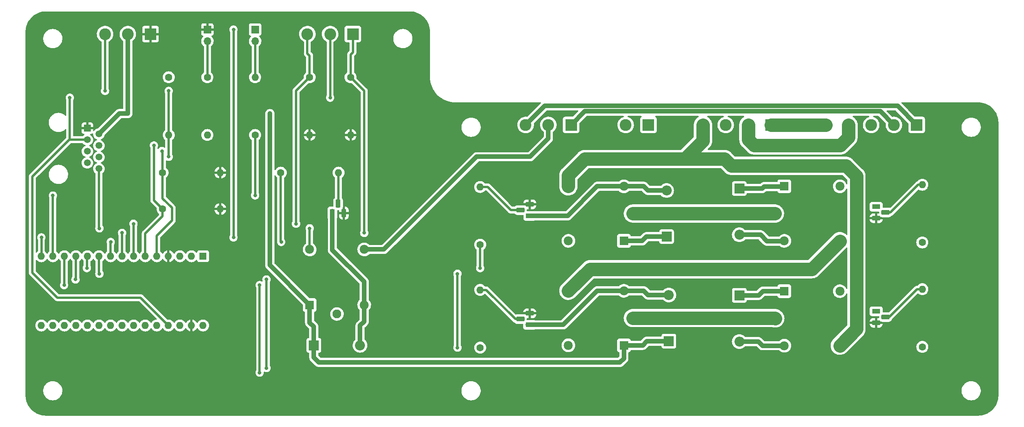
<source format=gbl>
%TF.GenerationSoftware,KiCad,Pcbnew,(6.0.1-0)*%
%TF.CreationDate,2022-02-10T21:02:49-06:00*%
%TF.ProjectId,Motor Board,4d6f746f-7220-4426-9f61-72642e6b6963,rev?*%
%TF.SameCoordinates,Original*%
%TF.FileFunction,Copper,L2,Bot*%
%TF.FilePolarity,Positive*%
%FSLAX46Y46*%
G04 Gerber Fmt 4.6, Leading zero omitted, Abs format (unit mm)*
G04 Created by KiCad (PCBNEW (6.0.1-0)) date 2022-02-10 21:02:49*
%MOMM*%
%LPD*%
G01*
G04 APERTURE LIST*
G04 Aperture macros list*
%AMRoundRect*
0 Rectangle with rounded corners*
0 $1 Rounding radius*
0 $2 $3 $4 $5 $6 $7 $8 $9 X,Y pos of 4 corners*
0 Add a 4 corners polygon primitive as box body*
4,1,4,$2,$3,$4,$5,$6,$7,$8,$9,$2,$3,0*
0 Add four circle primitives for the rounded corners*
1,1,$1+$1,$2,$3*
1,1,$1+$1,$4,$5*
1,1,$1+$1,$6,$7*
1,1,$1+$1,$8,$9*
0 Add four rect primitives between the rounded corners*
20,1,$1+$1,$2,$3,$4,$5,0*
20,1,$1+$1,$4,$5,$6,$7,0*
20,1,$1+$1,$6,$7,$8,$9,0*
20,1,$1+$1,$8,$9,$2,$3,0*%
G04 Aperture macros list end*
%TA.AperFunction,ComponentPad*%
%ADD10R,2.200000X2.200000*%
%TD*%
%TA.AperFunction,ComponentPad*%
%ADD11O,2.200000X2.200000*%
%TD*%
%TA.AperFunction,ComponentPad*%
%ADD12C,1.600000*%
%TD*%
%TA.AperFunction,ComponentPad*%
%ADD13O,1.600000X1.600000*%
%TD*%
%TA.AperFunction,ComponentPad*%
%ADD14R,1.800000X1.100000*%
%TD*%
%TA.AperFunction,ComponentPad*%
%ADD15RoundRect,0.275000X-0.625000X0.275000X-0.625000X-0.275000X0.625000X-0.275000X0.625000X0.275000X0*%
%TD*%
%TA.AperFunction,ComponentPad*%
%ADD16R,2.600000X2.600000*%
%TD*%
%TA.AperFunction,ComponentPad*%
%ADD17C,2.600000*%
%TD*%
%TA.AperFunction,ComponentPad*%
%ADD18R,1.980000X1.980000*%
%TD*%
%TA.AperFunction,ComponentPad*%
%ADD19C,1.980000*%
%TD*%
%TA.AperFunction,ComponentPad*%
%ADD20C,1.935000*%
%TD*%
%TA.AperFunction,ComponentPad*%
%ADD21RoundRect,0.275000X0.625000X-0.275000X0.625000X0.275000X-0.625000X0.275000X-0.625000X-0.275000X0*%
%TD*%
%TA.AperFunction,ComponentPad*%
%ADD22R,1.600000X1.600000*%
%TD*%
%TA.AperFunction,ComponentPad*%
%ADD23R,1.100000X1.800000*%
%TD*%
%TA.AperFunction,ComponentPad*%
%ADD24RoundRect,0.275000X-0.275000X-0.625000X0.275000X-0.625000X0.275000X0.625000X-0.275000X0.625000X0*%
%TD*%
%TA.AperFunction,ComponentPad*%
%ADD25R,1.700000X1.700000*%
%TD*%
%TA.AperFunction,ComponentPad*%
%ADD26O,1.700000X1.700000*%
%TD*%
%TA.AperFunction,ComponentPad*%
%ADD27R,1.500000X1.500000*%
%TD*%
%TA.AperFunction,ComponentPad*%
%ADD28C,1.500000*%
%TD*%
%TA.AperFunction,ViaPad*%
%ADD29C,0.800000*%
%TD*%
%TA.AperFunction,Conductor*%
%ADD30C,0.500000*%
%TD*%
%TA.AperFunction,Conductor*%
%ADD31C,1.000000*%
%TD*%
%TA.AperFunction,Conductor*%
%ADD32C,3.000000*%
%TD*%
G04 APERTURE END LIST*
D10*
X199500000Y-119000000D03*
D11*
X199500000Y-129160000D03*
D12*
X142500000Y-130500000D03*
D13*
X142500000Y-117800000D03*
D14*
X229600000Y-122500000D03*
D15*
X231670000Y-123770000D03*
X229600000Y-125040000D03*
D16*
X238500000Y-81500000D03*
D17*
X233500000Y-81500000D03*
X228500000Y-81500000D03*
X223500000Y-81500000D03*
X218500000Y-81500000D03*
D18*
X209400000Y-118080000D03*
D19*
X209400000Y-130080000D03*
D20*
X207400000Y-124080000D03*
D19*
X221600000Y-118080000D03*
X221600000Y-130080000D03*
D18*
X174100000Y-107000000D03*
D19*
X174100000Y-95000000D03*
D20*
X176100000Y-101000000D03*
D19*
X161900000Y-107000000D03*
X161900000Y-95000000D03*
D14*
X153420000Y-101500000D03*
D21*
X151350000Y-100230000D03*
X153420000Y-98960000D03*
D10*
X183500000Y-106080000D03*
D11*
X183500000Y-95920000D03*
D12*
X98650000Y-92000000D03*
D13*
X111350000Y-92000000D03*
D10*
X199500000Y-95500000D03*
D11*
X199500000Y-105660000D03*
D12*
X142500000Y-107850000D03*
D13*
X142500000Y-95150000D03*
D12*
X72650000Y-92000000D03*
D13*
X85350000Y-92000000D03*
D12*
X114000000Y-71000000D03*
D13*
X114000000Y-83700000D03*
D12*
X105000000Y-71000000D03*
D13*
X105000000Y-83700000D03*
D16*
X206500000Y-81500000D03*
D17*
X201500000Y-81500000D03*
X196500000Y-81500000D03*
X191500000Y-81500000D03*
D14*
X153400000Y-125500000D03*
D21*
X151330000Y-124230000D03*
X153400000Y-122960000D03*
D12*
X74000000Y-71000000D03*
D13*
X74000000Y-83700000D03*
D16*
X179500000Y-81500000D03*
D17*
X174500000Y-81500000D03*
D12*
X93000000Y-83700000D03*
D13*
X93000000Y-71000000D03*
D22*
X81550000Y-110390000D03*
D13*
X79010000Y-110390000D03*
X76470000Y-110390000D03*
X73930000Y-110390000D03*
X71390000Y-110390000D03*
X68850000Y-110390000D03*
X66310000Y-110390000D03*
X63770000Y-110390000D03*
X61230000Y-110390000D03*
X58690000Y-110390000D03*
X56150000Y-110390000D03*
X53610000Y-110390000D03*
X51070000Y-110390000D03*
X48530000Y-110390000D03*
X45990000Y-110390000D03*
X45990000Y-125630000D03*
X48530000Y-125630000D03*
X51070000Y-125630000D03*
X53610000Y-125630000D03*
X56150000Y-125630000D03*
X58690000Y-125630000D03*
X61230000Y-125630000D03*
X63770000Y-125630000D03*
X66310000Y-125630000D03*
X68850000Y-125630000D03*
X71390000Y-125630000D03*
X73930000Y-125630000D03*
X76470000Y-125630000D03*
X79010000Y-125630000D03*
X81550000Y-125630000D03*
D18*
X209400000Y-95000000D03*
D19*
X209400000Y-107000000D03*
D20*
X207400000Y-101000000D03*
D19*
X221600000Y-95000000D03*
X221600000Y-107000000D03*
D23*
X110000000Y-100900000D03*
D24*
X111270000Y-98830000D03*
X112540000Y-100900000D03*
D25*
X93000000Y-60500000D03*
D26*
X93000000Y-63040000D03*
D14*
X229600000Y-99500000D03*
D15*
X231670000Y-100770000D03*
X229600000Y-102040000D03*
D12*
X239750000Y-130350000D03*
D13*
X239750000Y-117650000D03*
D18*
X105000000Y-121100000D03*
D19*
X117000000Y-121100000D03*
D20*
X111000000Y-123100000D03*
D19*
X105000000Y-108900000D03*
X117000000Y-108900000D03*
D27*
X56100000Y-82217500D03*
D28*
X58640000Y-83487500D03*
X56100000Y-84757500D03*
X58640000Y-86027500D03*
X56100000Y-87297500D03*
X58640000Y-88567500D03*
X56100000Y-89837500D03*
X58640000Y-91107500D03*
D16*
X114500000Y-61500000D03*
D17*
X109500000Y-61500000D03*
X104500000Y-61500000D03*
D12*
X72650000Y-100000000D03*
D13*
X85350000Y-100000000D03*
D16*
X162500000Y-81500000D03*
D17*
X157500000Y-81500000D03*
X152500000Y-81500000D03*
D18*
X174100000Y-130000000D03*
D19*
X174100000Y-118000000D03*
D20*
X176100000Y-124000000D03*
D19*
X161900000Y-130000000D03*
X161900000Y-118000000D03*
D10*
X105920000Y-130000000D03*
D11*
X116080000Y-130000000D03*
D16*
X70000000Y-61500000D03*
D17*
X65000000Y-61500000D03*
X60000000Y-61500000D03*
D10*
X184000000Y-129080000D03*
D11*
X184000000Y-118920000D03*
D12*
X82500000Y-71000000D03*
D13*
X82500000Y-83700000D03*
D25*
X82500000Y-60500000D03*
D26*
X82500000Y-63040000D03*
D12*
X239750000Y-107350000D03*
D13*
X239750000Y-94650000D03*
D29*
X52000000Y-68500000D03*
X191000000Y-95500000D03*
X245500000Y-89250000D03*
X89500000Y-124500000D03*
X196000000Y-141000000D03*
X125750000Y-96250000D03*
X215750000Y-101000000D03*
X62500000Y-131500000D03*
X230250000Y-112250000D03*
X98750000Y-71000000D03*
X152500000Y-93250000D03*
X245250000Y-135500000D03*
X93000000Y-100250000D03*
X191500000Y-119000000D03*
X134250000Y-107750000D03*
X126000000Y-122000000D03*
X168000000Y-124250000D03*
X168250000Y-81750000D03*
X239750000Y-112250000D03*
X65000000Y-93500000D03*
X168000000Y-101000000D03*
X109250000Y-86500000D03*
X88250000Y-110500000D03*
X215500000Y-124000000D03*
X79000000Y-120500000D03*
X152750000Y-112500000D03*
X125500000Y-71000000D03*
X53500000Y-101750000D03*
X99500000Y-124500000D03*
X123000000Y-140250000D03*
X185500000Y-81500000D03*
X72500000Y-87250000D03*
X70750000Y-86000000D03*
X66250000Y-103250000D03*
X102000000Y-103250000D03*
X117000000Y-105250000D03*
X63750000Y-105250000D03*
X61250000Y-107250000D03*
X98750000Y-107250000D03*
X137500000Y-130500000D03*
X137500000Y-114250000D03*
X58750000Y-114250000D03*
X142500000Y-113000000D03*
X56000000Y-113000000D03*
X52250000Y-75500000D03*
X109500000Y-75500000D03*
X53500000Y-115500000D03*
X95500000Y-115500000D03*
X95500000Y-135000000D03*
X94000000Y-116750000D03*
X94000000Y-136000000D03*
X51000000Y-116750000D03*
X93000000Y-97000000D03*
X48530000Y-97030000D03*
X96250000Y-79000000D03*
X65000000Y-79000000D03*
X88250000Y-106250000D03*
X88250000Y-60500000D03*
X46000000Y-106250000D03*
X74000000Y-74000000D03*
X60000000Y-74000000D03*
X74000000Y-88500000D03*
X105000000Y-104250000D03*
X58750000Y-104250000D03*
D30*
X72650000Y-87400000D02*
X72500000Y-87250000D01*
X72650000Y-97650000D02*
X74750000Y-99750000D01*
X71390000Y-105860000D02*
X71390000Y-110390000D01*
X72650000Y-92000000D02*
X72650000Y-97650000D01*
X72650000Y-92000000D02*
X72650000Y-87400000D01*
X74750000Y-99750000D02*
X74750000Y-102500000D01*
X74750000Y-102500000D02*
X71390000Y-105860000D01*
X72650000Y-100000000D02*
X72650000Y-101600000D01*
X70750000Y-86000000D02*
X70750000Y-98100000D01*
X70750000Y-98100000D02*
X72650000Y-100000000D01*
X68850000Y-105400000D02*
X68850000Y-110390000D01*
X72650000Y-101600000D02*
X68850000Y-105400000D01*
X104500000Y-61500000D02*
X104500000Y-65750000D01*
X102000000Y-74000000D02*
X105000000Y-71000000D01*
X104500000Y-65750000D02*
X105000000Y-66250000D01*
X66310000Y-103310000D02*
X66250000Y-103250000D01*
X66310000Y-110390000D02*
X66310000Y-103310000D01*
X105000000Y-66250000D02*
X105000000Y-71000000D01*
X102000000Y-103250000D02*
X102000000Y-74000000D01*
X63770000Y-105270000D02*
X63750000Y-105250000D01*
X114000000Y-66000000D02*
X114000000Y-71000000D01*
X114500000Y-65500000D02*
X114000000Y-66000000D01*
X63770000Y-110390000D02*
X63770000Y-105270000D01*
X117000000Y-105250000D02*
X117000000Y-74000000D01*
X117000000Y-74000000D02*
X114000000Y-71000000D01*
X114500000Y-61500000D02*
X114500000Y-65500000D01*
X61230000Y-107270000D02*
X61230000Y-110390000D01*
X61250000Y-107250000D02*
X61230000Y-107270000D01*
X98650000Y-107150000D02*
X98650000Y-92000000D01*
X98750000Y-107250000D02*
X98650000Y-107150000D01*
X58690000Y-114190000D02*
X58750000Y-114250000D01*
X137500000Y-114250000D02*
X137500000Y-130500000D01*
X58690000Y-110390000D02*
X58690000Y-114190000D01*
X56000000Y-113000000D02*
X56000000Y-110540000D01*
X56000000Y-110540000D02*
X56150000Y-110390000D01*
X142500000Y-107850000D02*
X142500000Y-113000000D01*
X44000000Y-114000000D02*
X49500000Y-119500000D01*
X52382500Y-84757500D02*
X52250000Y-84625000D01*
X67800000Y-119500000D02*
X73930000Y-125630000D01*
X52250000Y-75500000D02*
X52250000Y-84625000D01*
X56100000Y-84757500D02*
X52382500Y-84757500D01*
X49500000Y-119500000D02*
X67800000Y-119500000D01*
X109500000Y-61500000D02*
X109500000Y-75500000D01*
X44000000Y-92875000D02*
X44000000Y-114000000D01*
X52250000Y-84625000D02*
X44000000Y-92875000D01*
X53610000Y-115390000D02*
X53500000Y-115500000D01*
X53610000Y-110390000D02*
X53610000Y-115390000D01*
X95500000Y-115500000D02*
X95500000Y-135000000D01*
X51070000Y-110390000D02*
X51070000Y-116680000D01*
X51070000Y-116680000D02*
X51000000Y-116750000D01*
X94000000Y-136000000D02*
X94000000Y-116750000D01*
X48530000Y-110390000D02*
X48530000Y-97030000D01*
X93000000Y-97000000D02*
X93000000Y-83700000D01*
D31*
X173250000Y-133750000D02*
X174100000Y-132900000D01*
X65000000Y-61500000D02*
X65000000Y-79000000D01*
X105920000Y-125920000D02*
X105000000Y-125000000D01*
X105920000Y-130000000D02*
X105920000Y-125920000D01*
X204920000Y-95080000D02*
X209400000Y-95080000D01*
X204500000Y-95500000D02*
X204920000Y-95080000D01*
X199500000Y-95500000D02*
X204500000Y-95500000D01*
X174100000Y-132900000D02*
X174100000Y-130000000D01*
X63127500Y-79000000D02*
X58640000Y-83487500D01*
X203750000Y-119000000D02*
X204670000Y-118080000D01*
X179080000Y-106080000D02*
X183500000Y-106080000D01*
X96250000Y-79000000D02*
X96250000Y-112350000D01*
X178160000Y-107000000D02*
X179080000Y-106080000D01*
X174100000Y-107000000D02*
X178160000Y-107000000D01*
X179170000Y-129080000D02*
X184000000Y-129080000D01*
X105000000Y-125000000D02*
X105000000Y-121100000D01*
X65000000Y-79000000D02*
X63127500Y-79000000D01*
X174100000Y-130000000D02*
X178250000Y-130000000D01*
X204670000Y-118080000D02*
X209400000Y-118080000D01*
X96250000Y-112350000D02*
X105000000Y-121100000D01*
X199500000Y-119000000D02*
X203750000Y-119000000D01*
X105920000Y-132670000D02*
X107000000Y-133750000D01*
X107000000Y-133750000D02*
X173250000Y-133750000D01*
X105920000Y-130000000D02*
X105920000Y-132670000D01*
X178250000Y-130000000D02*
X179170000Y-129080000D01*
D30*
X46000000Y-110380000D02*
X45990000Y-110390000D01*
X46000000Y-106250000D02*
X46000000Y-110380000D01*
X88250000Y-60500000D02*
X88250000Y-106250000D01*
D31*
X110000000Y-109000000D02*
X110000000Y-100500000D01*
X117000000Y-121100000D02*
X117000000Y-116000000D01*
X116080000Y-130000000D02*
X116080000Y-125670000D01*
X116080000Y-125670000D02*
X117000000Y-124750000D01*
X117000000Y-116000000D02*
X110000000Y-109000000D01*
X117000000Y-124750000D02*
X117000000Y-121100000D01*
X178500000Y-118000000D02*
X179420000Y-118920000D01*
X153000000Y-125500000D02*
X160750000Y-125500000D01*
X160750000Y-125500000D02*
X168250000Y-118000000D01*
X168250000Y-118000000D02*
X174100000Y-118000000D01*
X174100000Y-118000000D02*
X178500000Y-118000000D01*
X179420000Y-118920000D02*
X184000000Y-118920000D01*
X168250000Y-95000000D02*
X174100000Y-95000000D01*
X174100000Y-95000000D02*
X178500000Y-95000000D01*
X161750000Y-101500000D02*
X168250000Y-95000000D01*
X178500000Y-95000000D02*
X179420000Y-95920000D01*
X153020000Y-101500000D02*
X161750000Y-101500000D01*
X179420000Y-95920000D02*
X183500000Y-95920000D01*
X204580000Y-130080000D02*
X209400000Y-130080000D01*
X203660000Y-129160000D02*
X204580000Y-130080000D01*
X199500000Y-129160000D02*
X203660000Y-129160000D01*
X199500000Y-105660000D02*
X204160000Y-105660000D01*
X205580000Y-107080000D02*
X209400000Y-107080000D01*
X204160000Y-105660000D02*
X205580000Y-107080000D01*
D30*
X74000000Y-88500000D02*
X74000000Y-83700000D01*
X60000000Y-61500000D02*
X60000000Y-74000000D01*
X74000000Y-74000000D02*
X74000000Y-83700000D01*
D31*
X165500000Y-78500000D02*
X230500000Y-78500000D01*
X162500000Y-81500000D02*
X165500000Y-78500000D01*
X230500000Y-78500000D02*
X233500000Y-81500000D01*
D30*
X105000000Y-104250000D02*
X105000000Y-108900000D01*
X58640000Y-104140000D02*
X58750000Y-104250000D01*
X58640000Y-91107500D02*
X58640000Y-104140000D01*
D31*
X121350000Y-108900000D02*
X141750000Y-88500000D01*
X117000000Y-108900000D02*
X121350000Y-108900000D01*
X141750000Y-88500000D02*
X153500000Y-88500000D01*
X153500000Y-88500000D02*
X157500000Y-84500000D01*
X157500000Y-84500000D02*
X157500000Y-81500000D01*
X234300480Y-77300480D02*
X238500000Y-81500000D01*
X156699520Y-77300480D02*
X234300480Y-77300480D01*
X152500000Y-81500000D02*
X156699520Y-77300480D01*
D30*
X82500000Y-63040000D02*
X82500000Y-71000000D01*
X93000000Y-63040000D02*
X93000000Y-71000000D01*
D32*
X176100000Y-124000000D02*
X207320000Y-124000000D01*
X207320000Y-124000000D02*
X207400000Y-124080000D01*
X176100000Y-101000000D02*
X207320000Y-101000000D01*
X206500000Y-81500000D02*
X218500000Y-81500000D01*
X223500000Y-84250000D02*
X223500000Y-81500000D01*
X221750000Y-86000000D02*
X223500000Y-84250000D01*
X201500000Y-81500000D02*
X201500000Y-84750000D01*
X201500000Y-84750000D02*
X202750000Y-86000000D01*
X202750000Y-86000000D02*
X221750000Y-86000000D01*
X166650000Y-113250000D02*
X215430000Y-113250000D01*
X161900000Y-118000000D02*
X166650000Y-113250000D01*
X215430000Y-113250000D02*
X221600000Y-107080000D01*
X187500000Y-89000000D02*
X196250000Y-89000000D01*
X187500000Y-89000000D02*
X191500000Y-85000000D01*
X165500000Y-89000000D02*
X187500000Y-89000000D01*
X223000000Y-90500000D02*
X225250000Y-92750000D01*
X197750000Y-90500000D02*
X223000000Y-90500000D01*
X196250000Y-89000000D02*
X197750000Y-90500000D01*
X225250000Y-126430000D02*
X221600000Y-130080000D01*
X191500000Y-85000000D02*
X191500000Y-81500000D01*
X161900000Y-95000000D02*
X161900000Y-92600000D01*
X161900000Y-92600000D02*
X165500000Y-89000000D01*
X225250000Y-92750000D02*
X225250000Y-126430000D01*
D30*
X111270000Y-99230000D02*
X111350000Y-99150000D01*
X111350000Y-99150000D02*
X111350000Y-92000000D01*
X142500000Y-117800000D02*
X143800000Y-117800000D01*
X143800000Y-117800000D02*
X150230000Y-124230000D01*
X150230000Y-124230000D02*
X151730000Y-124230000D01*
X142500000Y-95150000D02*
X144150000Y-95150000D01*
X149230000Y-100230000D02*
X151750000Y-100230000D01*
X144150000Y-95150000D02*
X149230000Y-100230000D01*
X238600000Y-117650000D02*
X232480000Y-123770000D01*
X239750000Y-117650000D02*
X238600000Y-117650000D01*
X232480000Y-123770000D02*
X231270000Y-123770000D01*
X238850000Y-94650000D02*
X232730000Y-100770000D01*
X232730000Y-100770000D02*
X231270000Y-100770000D01*
X239500000Y-94650000D02*
X238850000Y-94650000D01*
%TA.AperFunction,Conductor*%
G36*
X126970057Y-56509500D02*
G01*
X126984858Y-56511805D01*
X126984861Y-56511805D01*
X126993730Y-56513186D01*
X127014158Y-56510515D01*
X127035983Y-56509571D01*
X127386007Y-56524853D01*
X127396958Y-56525811D01*
X127774579Y-56575527D01*
X127785403Y-56577436D01*
X128157243Y-56659870D01*
X128167860Y-56662715D01*
X128531110Y-56777248D01*
X128541425Y-56781001D01*
X128893334Y-56926766D01*
X128903269Y-56931399D01*
X129241128Y-57107278D01*
X129250637Y-57112768D01*
X129571860Y-57317410D01*
X129580864Y-57323714D01*
X129883043Y-57555583D01*
X129891463Y-57562649D01*
X130172268Y-57819959D01*
X130180041Y-57827732D01*
X130437351Y-58108537D01*
X130444417Y-58116957D01*
X130676286Y-58419136D01*
X130682590Y-58428140D01*
X130887232Y-58749363D01*
X130892722Y-58758872D01*
X131068601Y-59096731D01*
X131073234Y-59106666D01*
X131218996Y-59458568D01*
X131222752Y-59468890D01*
X131337039Y-59831358D01*
X131337285Y-59832139D01*
X131340130Y-59842757D01*
X131422564Y-60214597D01*
X131424473Y-60225421D01*
X131474189Y-60603042D01*
X131475147Y-60613993D01*
X131481260Y-60754000D01*
X131490104Y-60956583D01*
X131488724Y-60981461D01*
X131486814Y-60993730D01*
X131488638Y-61007678D01*
X131490936Y-61025251D01*
X131492000Y-61041589D01*
X131492000Y-70950672D01*
X131490500Y-70970056D01*
X131486814Y-70993730D01*
X131487634Y-71000000D01*
X131487291Y-71000000D01*
X131487596Y-71007377D01*
X131487596Y-71007378D01*
X131492465Y-71125102D01*
X131506120Y-71455236D01*
X131562477Y-71907362D01*
X131655978Y-72353290D01*
X131656719Y-72355778D01*
X131785242Y-72787480D01*
X131785246Y-72787491D01*
X131785985Y-72789974D01*
X131951608Y-73214430D01*
X131952750Y-73216766D01*
X132150569Y-73621412D01*
X132150575Y-73621424D01*
X132151717Y-73623759D01*
X132153049Y-73625995D01*
X132153051Y-73625998D01*
X132383609Y-74012925D01*
X132383611Y-74012928D01*
X132384945Y-74015166D01*
X132649698Y-74385976D01*
X132944168Y-74733656D01*
X133266344Y-75055832D01*
X133614024Y-75350302D01*
X133984834Y-75615055D01*
X133987064Y-75616384D01*
X133987075Y-75616391D01*
X134271691Y-75785985D01*
X134376241Y-75848283D01*
X134378576Y-75849425D01*
X134378588Y-75849431D01*
X134693206Y-76003238D01*
X134785570Y-76048392D01*
X134965525Y-76118611D01*
X135207603Y-76213070D01*
X135207613Y-76213073D01*
X135210026Y-76214015D01*
X135212509Y-76214754D01*
X135212520Y-76214758D01*
X135455973Y-76287237D01*
X135646710Y-76344022D01*
X136092638Y-76437523D01*
X136544764Y-76493880D01*
X136767014Y-76503072D01*
X136974006Y-76511634D01*
X136980055Y-76512030D01*
X136982666Y-76512264D01*
X136987461Y-76513071D01*
X136993816Y-76513149D01*
X136995141Y-76513165D01*
X136995145Y-76513165D01*
X137000000Y-76513224D01*
X137027588Y-76509273D01*
X137045451Y-76508000D01*
X155761575Y-76508000D01*
X155829696Y-76528002D01*
X155876189Y-76581658D01*
X155886293Y-76651932D01*
X155856799Y-76716512D01*
X155850670Y-76723095D01*
X152894934Y-79678832D01*
X152832622Y-79712858D01*
X152785585Y-79714098D01*
X152662687Y-79694082D01*
X152662673Y-79694081D01*
X152658063Y-79693330D01*
X152527719Y-79691624D01*
X152393961Y-79689873D01*
X152393958Y-79689873D01*
X152389284Y-79689812D01*
X152122937Y-79726060D01*
X151864874Y-79801278D01*
X151620763Y-79913815D01*
X151616854Y-79916378D01*
X151399881Y-80058631D01*
X151399876Y-80058635D01*
X151395968Y-80061197D01*
X151359443Y-80093797D01*
X151200421Y-80235730D01*
X151195426Y-80240188D01*
X151023544Y-80446854D01*
X150884096Y-80676656D01*
X150882287Y-80680970D01*
X150882285Y-80680974D01*
X150842550Y-80775732D01*
X150780148Y-80924545D01*
X150713981Y-81185077D01*
X150687050Y-81452526D01*
X150687274Y-81457192D01*
X150687274Y-81457197D01*
X150693083Y-81578124D01*
X150699947Y-81721019D01*
X150752388Y-81984656D01*
X150843220Y-82237646D01*
X150845432Y-82241762D01*
X150845433Y-82241765D01*
X150854260Y-82258193D01*
X150970450Y-82474431D01*
X150973241Y-82478168D01*
X150973245Y-82478175D01*
X151060443Y-82594947D01*
X151131281Y-82689810D01*
X151134590Y-82693090D01*
X151134595Y-82693096D01*
X151318863Y-82875762D01*
X151322180Y-82879050D01*
X151325942Y-82881808D01*
X151325945Y-82881811D01*
X151493450Y-83004630D01*
X151538954Y-83037995D01*
X151543089Y-83040171D01*
X151543093Y-83040173D01*
X151772698Y-83160975D01*
X151776840Y-83163154D01*
X151889450Y-83202479D01*
X152013432Y-83245775D01*
X152030613Y-83251775D01*
X152035206Y-83252647D01*
X152290109Y-83301042D01*
X152290112Y-83301042D01*
X152294698Y-83301913D01*
X152422370Y-83306929D01*
X152558625Y-83312283D01*
X152558630Y-83312283D01*
X152563293Y-83312466D01*
X152667607Y-83301042D01*
X152825844Y-83283713D01*
X152825850Y-83283712D01*
X152830497Y-83283203D01*
X152932913Y-83256239D01*
X153085918Y-83215956D01*
X153085920Y-83215955D01*
X153090441Y-83214765D01*
X153107435Y-83207464D01*
X153333120Y-83110502D01*
X153333122Y-83110501D01*
X153337414Y-83108657D01*
X153450394Y-83038743D01*
X153562017Y-82969669D01*
X153562021Y-82969666D01*
X153565990Y-82967210D01*
X153771149Y-82793530D01*
X153948382Y-82591434D01*
X153964698Y-82566069D01*
X154075733Y-82393444D01*
X154093797Y-82365361D01*
X154204199Y-82120278D01*
X154241763Y-81987087D01*
X154275893Y-81866072D01*
X154275894Y-81866069D01*
X154277163Y-81861568D01*
X154295043Y-81721019D01*
X154310688Y-81598045D01*
X154310688Y-81598041D01*
X154311086Y-81594915D01*
X154311732Y-81570267D01*
X154313488Y-81503160D01*
X154313571Y-81500000D01*
X154308195Y-81427664D01*
X154293996Y-81236589D01*
X154293995Y-81236585D01*
X154293650Y-81231937D01*
X154291893Y-81224173D01*
X154290652Y-81218685D01*
X154295127Y-81147830D01*
X154324450Y-81101784D01*
X157080349Y-78345885D01*
X157142661Y-78311859D01*
X157169444Y-78308980D01*
X163960596Y-78308980D01*
X164028717Y-78328982D01*
X164075210Y-78382638D01*
X164085314Y-78452912D01*
X164055820Y-78517492D01*
X164049691Y-78524075D01*
X162919171Y-79654595D01*
X162856859Y-79688621D01*
X162830076Y-79691500D01*
X161151866Y-79691500D01*
X161089684Y-79698255D01*
X160953295Y-79749385D01*
X160836739Y-79836739D01*
X160749385Y-79953295D01*
X160698255Y-80089684D01*
X160691500Y-80151866D01*
X160691500Y-82848134D01*
X160698255Y-82910316D01*
X160749385Y-83046705D01*
X160836739Y-83163261D01*
X160953295Y-83250615D01*
X161089684Y-83301745D01*
X161151866Y-83308500D01*
X163848134Y-83308500D01*
X163910316Y-83301745D01*
X164046705Y-83250615D01*
X164163261Y-83163261D01*
X164250615Y-83046705D01*
X164301745Y-82910316D01*
X164308500Y-82848134D01*
X164308500Y-81169924D01*
X164328502Y-81101804D01*
X164345405Y-81080830D01*
X165880829Y-79545405D01*
X165943141Y-79511380D01*
X165969924Y-79508500D01*
X173986791Y-79508500D01*
X174054912Y-79528502D01*
X174101405Y-79582158D01*
X174111509Y-79652432D01*
X174082015Y-79717012D01*
X174022049Y-79755466D01*
X173864874Y-79801278D01*
X173620763Y-79913815D01*
X173616854Y-79916378D01*
X173399881Y-80058631D01*
X173399876Y-80058635D01*
X173395968Y-80061197D01*
X173359443Y-80093797D01*
X173200421Y-80235730D01*
X173195426Y-80240188D01*
X173023544Y-80446854D01*
X172884096Y-80676656D01*
X172882287Y-80680970D01*
X172882285Y-80680974D01*
X172842550Y-80775732D01*
X172780148Y-80924545D01*
X172713981Y-81185077D01*
X172687050Y-81452526D01*
X172687274Y-81457192D01*
X172687274Y-81457197D01*
X172693083Y-81578124D01*
X172699947Y-81721019D01*
X172752388Y-81984656D01*
X172843220Y-82237646D01*
X172845432Y-82241762D01*
X172845433Y-82241765D01*
X172854260Y-82258193D01*
X172970450Y-82474431D01*
X172973241Y-82478168D01*
X172973245Y-82478175D01*
X173060443Y-82594947D01*
X173131281Y-82689810D01*
X173134590Y-82693090D01*
X173134595Y-82693096D01*
X173318863Y-82875762D01*
X173322180Y-82879050D01*
X173325942Y-82881808D01*
X173325945Y-82881811D01*
X173493450Y-83004630D01*
X173538954Y-83037995D01*
X173543089Y-83040171D01*
X173543093Y-83040173D01*
X173772698Y-83160975D01*
X173776840Y-83163154D01*
X173889450Y-83202479D01*
X174013432Y-83245775D01*
X174030613Y-83251775D01*
X174035206Y-83252647D01*
X174290109Y-83301042D01*
X174290112Y-83301042D01*
X174294698Y-83301913D01*
X174422370Y-83306929D01*
X174558625Y-83312283D01*
X174558630Y-83312283D01*
X174563293Y-83312466D01*
X174667607Y-83301042D01*
X174825844Y-83283713D01*
X174825850Y-83283712D01*
X174830497Y-83283203D01*
X174932913Y-83256239D01*
X175085918Y-83215956D01*
X175085920Y-83215955D01*
X175090441Y-83214765D01*
X175107435Y-83207464D01*
X175333120Y-83110502D01*
X175333122Y-83110501D01*
X175337414Y-83108657D01*
X175450394Y-83038743D01*
X175562017Y-82969669D01*
X175562021Y-82969666D01*
X175565990Y-82967210D01*
X175771149Y-82793530D01*
X175948382Y-82591434D01*
X175964698Y-82566069D01*
X176075733Y-82393444D01*
X176093797Y-82365361D01*
X176204199Y-82120278D01*
X176241763Y-81987087D01*
X176275893Y-81866072D01*
X176275894Y-81866069D01*
X176277163Y-81861568D01*
X176295043Y-81721019D01*
X176310688Y-81598045D01*
X176310688Y-81598041D01*
X176311086Y-81594915D01*
X176311732Y-81570267D01*
X176313488Y-81503160D01*
X176313571Y-81500000D01*
X176293650Y-81231937D01*
X176292618Y-81227376D01*
X176235361Y-80974331D01*
X176235360Y-80974326D01*
X176234327Y-80969763D01*
X176136902Y-80719238D01*
X176003518Y-80485864D01*
X175837105Y-80274769D01*
X175641317Y-80090591D01*
X175462318Y-79966414D01*
X175424299Y-79940039D01*
X175424296Y-79940037D01*
X175420457Y-79937374D01*
X175415552Y-79934955D01*
X175183564Y-79820551D01*
X175183561Y-79820550D01*
X175179376Y-79818486D01*
X175131745Y-79803239D01*
X174979490Y-79754502D01*
X174920710Y-79714684D01*
X174892788Y-79649409D01*
X174904589Y-79579400D01*
X174952367Y-79526885D01*
X175017903Y-79508500D01*
X177903408Y-79508500D01*
X177971529Y-79528502D01*
X178018022Y-79582158D01*
X178028126Y-79652432D01*
X177998632Y-79717012D01*
X177963918Y-79745019D01*
X177961696Y-79746236D01*
X177953295Y-79749385D01*
X177836739Y-79836739D01*
X177749385Y-79953295D01*
X177698255Y-80089684D01*
X177691500Y-80151866D01*
X177691500Y-82848134D01*
X177698255Y-82910316D01*
X177749385Y-83046705D01*
X177836739Y-83163261D01*
X177953295Y-83250615D01*
X178089684Y-83301745D01*
X178151866Y-83308500D01*
X180848134Y-83308500D01*
X180910316Y-83301745D01*
X181046705Y-83250615D01*
X181163261Y-83163261D01*
X181250615Y-83046705D01*
X181301745Y-82910316D01*
X181308500Y-82848134D01*
X181308500Y-80151866D01*
X181301745Y-80089684D01*
X181250615Y-79953295D01*
X181163261Y-79836739D01*
X181046705Y-79749385D01*
X181038304Y-79746236D01*
X181036082Y-79745019D01*
X180985936Y-79694760D01*
X180970923Y-79625369D01*
X180995809Y-79558877D01*
X181052693Y-79516395D01*
X181096592Y-79508500D01*
X190455679Y-79508500D01*
X190523800Y-79528502D01*
X190570293Y-79582158D01*
X190580397Y-79652432D01*
X190550903Y-79717012D01*
X190510914Y-79747748D01*
X190493298Y-79756340D01*
X190489659Y-79758795D01*
X190489653Y-79758798D01*
X190428618Y-79799967D01*
X190260424Y-79913415D01*
X190257153Y-79916360D01*
X190257152Y-79916361D01*
X190163107Y-80001040D01*
X190051678Y-80101371D01*
X189871121Y-80316550D01*
X189722269Y-80554764D01*
X189650847Y-80715179D01*
X189615826Y-80793839D01*
X189608018Y-80811375D01*
X189606806Y-80815602D01*
X189560350Y-80977616D01*
X189530593Y-81081390D01*
X189529982Y-81085740D01*
X189529981Y-81085743D01*
X189518150Y-81169924D01*
X189491500Y-81359552D01*
X189491500Y-84115862D01*
X189471498Y-84183983D01*
X189454595Y-84204957D01*
X186704957Y-86954595D01*
X186642645Y-86988621D01*
X186615862Y-86991500D01*
X165555896Y-86991500D01*
X165549302Y-86991327D01*
X165469259Y-86987132D01*
X165469253Y-86987132D01*
X165464862Y-86986902D01*
X165460485Y-86987285D01*
X165460481Y-86987285D01*
X165343486Y-86997521D01*
X165341293Y-86997693D01*
X165224173Y-87005882D01*
X165224167Y-87005883D01*
X165219788Y-87006189D01*
X165210107Y-87008247D01*
X165194900Y-87010519D01*
X165189425Y-87010998D01*
X165189412Y-87011000D01*
X165185034Y-87011383D01*
X165112341Y-87028166D01*
X165066326Y-87038789D01*
X165064179Y-87039265D01*
X165006952Y-87051429D01*
X164945030Y-87064591D01*
X164940898Y-87066095D01*
X164935728Y-87067976D01*
X164920982Y-87072344D01*
X164915624Y-87073581D01*
X164915619Y-87073582D01*
X164911337Y-87074571D01*
X164797571Y-87118241D01*
X164795571Y-87118989D01*
X164681074Y-87160663D01*
X164672336Y-87165309D01*
X164658333Y-87171690D01*
X164653210Y-87173656D01*
X164653203Y-87173659D01*
X164649098Y-87175235D01*
X164542479Y-87234336D01*
X164540612Y-87235348D01*
X164436942Y-87290470D01*
X164436933Y-87290476D01*
X164433058Y-87292536D01*
X164429501Y-87295121D01*
X164429495Y-87295124D01*
X164425047Y-87298355D01*
X164412074Y-87306620D01*
X164403421Y-87311417D01*
X164306169Y-87384701D01*
X164304415Y-87385999D01*
X164299426Y-87389624D01*
X164223126Y-87445060D01*
X164205808Y-87457642D01*
X164199847Y-87463398D01*
X164198680Y-87464525D01*
X164186988Y-87474510D01*
X164184214Y-87476601D01*
X164179088Y-87480464D01*
X164093012Y-87566540D01*
X164091444Y-87568082D01*
X164003748Y-87652769D01*
X164000399Y-87657056D01*
X163997647Y-87660578D01*
X163987452Y-87672100D01*
X160519317Y-91140235D01*
X160514533Y-91144776D01*
X160451678Y-91201371D01*
X160373376Y-91294687D01*
X160371965Y-91296339D01*
X160292023Y-91388303D01*
X160289629Y-91391989D01*
X160289624Y-91391996D01*
X160286632Y-91396603D01*
X160277488Y-91408961D01*
X160273953Y-91413174D01*
X160273948Y-91413181D01*
X160271121Y-91416550D01*
X160252998Y-91445553D01*
X160206580Y-91519838D01*
X160205399Y-91521693D01*
X160139036Y-91623882D01*
X160137173Y-91627876D01*
X160137173Y-91627877D01*
X160134850Y-91632857D01*
X160127518Y-91646363D01*
X160124800Y-91650714D01*
X160122269Y-91654764D01*
X160120483Y-91658776D01*
X160120479Y-91658783D01*
X160072729Y-91766032D01*
X160071817Y-91768033D01*
X160060387Y-91792546D01*
X160020324Y-91878460D01*
X160019039Y-91882662D01*
X160019039Y-91882663D01*
X160017430Y-91887927D01*
X160012042Y-91902337D01*
X160008018Y-91911375D01*
X160000357Y-91938094D01*
X159974435Y-92028495D01*
X159973817Y-92030583D01*
X159938199Y-92147083D01*
X159936650Y-92156865D01*
X159933320Y-92171879D01*
X159930593Y-92181390D01*
X159929981Y-92185743D01*
X159929980Y-92185749D01*
X159913646Y-92301978D01*
X159913321Y-92304155D01*
X159899218Y-92393196D01*
X159894256Y-92424520D01*
X159894179Y-92428916D01*
X159894179Y-92428920D01*
X159894083Y-92434430D01*
X159892876Y-92449760D01*
X159891500Y-92459552D01*
X159891500Y-92581312D01*
X159891481Y-92583510D01*
X159889354Y-92705374D01*
X159889889Y-92709730D01*
X159889889Y-92709733D01*
X159890561Y-92715204D01*
X159891500Y-92730560D01*
X159891500Y-95070146D01*
X159891653Y-95072332D01*
X159891653Y-95072336D01*
X159900867Y-95204098D01*
X159906189Y-95280212D01*
X159964591Y-95554970D01*
X159966094Y-95559099D01*
X159966095Y-95559103D01*
X160057872Y-95811257D01*
X160060663Y-95818926D01*
X160192536Y-96066942D01*
X160195122Y-96070501D01*
X160195123Y-96070503D01*
X160354487Y-96289849D01*
X160357642Y-96294192D01*
X160360698Y-96297356D01*
X160360700Y-96297359D01*
X160444643Y-96384284D01*
X160552769Y-96496252D01*
X160727783Y-96632987D01*
X160763994Y-96661278D01*
X160774118Y-96669188D01*
X160777922Y-96671384D01*
X160777929Y-96671389D01*
X160935292Y-96762242D01*
X161017381Y-96809636D01*
X161277824Y-96914862D01*
X161282097Y-96915927D01*
X161282099Y-96915928D01*
X161546107Y-96981753D01*
X161546112Y-96981754D01*
X161550376Y-96982817D01*
X161554744Y-96983276D01*
X161554749Y-96983277D01*
X161825364Y-97011719D01*
X161825367Y-97011719D01*
X161829733Y-97012178D01*
X161834121Y-97012025D01*
X161834127Y-97012025D01*
X162106061Y-97002529D01*
X162106067Y-97002528D01*
X162110458Y-97002375D01*
X162114781Y-97001613D01*
X162114788Y-97001612D01*
X162332285Y-96963261D01*
X162387087Y-96953598D01*
X162654235Y-96866797D01*
X162658188Y-96864869D01*
X162658193Y-96864867D01*
X162771432Y-96809636D01*
X162906702Y-96743660D01*
X162910341Y-96741205D01*
X162910347Y-96741202D01*
X163043289Y-96651531D01*
X163139576Y-96586585D01*
X163220941Y-96513324D01*
X163267463Y-96471435D01*
X163348322Y-96398629D01*
X163528879Y-96183450D01*
X163677731Y-95945236D01*
X163791982Y-95688625D01*
X163869407Y-95418610D01*
X163908500Y-95140448D01*
X163908500Y-93484138D01*
X163928502Y-93416017D01*
X163945405Y-93395043D01*
X166295043Y-91045405D01*
X166357355Y-91011379D01*
X166384138Y-91008500D01*
X187444105Y-91008500D01*
X187450699Y-91008673D01*
X187530741Y-91012868D01*
X187530747Y-91012868D01*
X187535138Y-91013098D01*
X187539515Y-91012715D01*
X187539519Y-91012715D01*
X187582220Y-91008979D01*
X187593201Y-91008500D01*
X195365862Y-91008500D01*
X195433983Y-91028502D01*
X195454957Y-91045405D01*
X196290235Y-91880683D01*
X196294776Y-91885467D01*
X196351371Y-91948322D01*
X196444739Y-92026668D01*
X196446306Y-92028006D01*
X196538302Y-92107977D01*
X196544432Y-92111958D01*
X196546607Y-92113371D01*
X196558963Y-92122514D01*
X196563171Y-92126044D01*
X196566550Y-92128879D01*
X196570285Y-92131213D01*
X196570292Y-92131218D01*
X196669837Y-92193420D01*
X196671693Y-92194602D01*
X196755587Y-92249083D01*
X196773882Y-92260964D01*
X196777869Y-92262823D01*
X196777874Y-92262826D01*
X196782857Y-92265150D01*
X196796363Y-92272482D01*
X196800714Y-92275200D01*
X196804764Y-92277731D01*
X196808776Y-92279517D01*
X196808783Y-92279521D01*
X196916032Y-92327271D01*
X196918033Y-92328183D01*
X197028460Y-92379676D01*
X197032654Y-92380958D01*
X197032672Y-92380965D01*
X197037933Y-92382573D01*
X197052338Y-92387958D01*
X197061375Y-92391982D01*
X197065601Y-92393194D01*
X197065607Y-92393196D01*
X197178451Y-92425553D01*
X197180559Y-92426177D01*
X197292871Y-92460514D01*
X197292877Y-92460515D01*
X197297082Y-92461801D01*
X197301430Y-92462490D01*
X197301431Y-92462490D01*
X197303100Y-92462754D01*
X197306860Y-92463350D01*
X197321866Y-92466677D01*
X197327159Y-92468194D01*
X197331390Y-92469407D01*
X197335737Y-92470018D01*
X197335742Y-92470019D01*
X197403839Y-92479589D01*
X197452044Y-92486364D01*
X197454161Y-92486680D01*
X197574520Y-92505743D01*
X197578920Y-92505820D01*
X197578923Y-92505820D01*
X197584418Y-92505916D01*
X197599747Y-92507123D01*
X197605190Y-92507888D01*
X197605206Y-92507889D01*
X197609552Y-92508500D01*
X197731336Y-92508500D01*
X197733536Y-92508519D01*
X197855374Y-92510646D01*
X197859730Y-92510111D01*
X197859733Y-92510111D01*
X197865204Y-92509439D01*
X197880560Y-92508500D01*
X222115862Y-92508500D01*
X222183983Y-92528502D01*
X222204957Y-92545405D01*
X223204595Y-93545043D01*
X223238621Y-93607355D01*
X223241500Y-93634138D01*
X223241500Y-94411220D01*
X223221498Y-94479341D01*
X223167842Y-94525834D01*
X223097568Y-94535938D01*
X223032988Y-94506444D01*
X222999950Y-94461462D01*
X222927220Y-94294193D01*
X222927218Y-94294190D01*
X222925160Y-94289456D01*
X222920521Y-94282285D01*
X222794126Y-94086908D01*
X222794121Y-94086902D01*
X222791315Y-94082564D01*
X222785169Y-94075809D01*
X222734333Y-94019941D01*
X222625477Y-93900310D01*
X222621426Y-93897111D01*
X222621422Y-93897107D01*
X222484357Y-93788861D01*
X222432099Y-93747590D01*
X222262416Y-93653919D01*
X222220906Y-93631004D01*
X222220903Y-93631003D01*
X222216375Y-93628503D01*
X221984097Y-93546250D01*
X221929457Y-93536517D01*
X221746593Y-93503943D01*
X221746589Y-93503943D01*
X221741505Y-93503037D01*
X221662086Y-93502067D01*
X221500282Y-93500090D01*
X221500280Y-93500090D01*
X221495112Y-93500027D01*
X221251536Y-93537299D01*
X221017318Y-93613853D01*
X221012730Y-93616241D01*
X221012726Y-93616243D01*
X220803337Y-93725244D01*
X220798748Y-93727633D01*
X220794615Y-93730736D01*
X220794612Y-93730738D01*
X220625275Y-93857881D01*
X220601697Y-93875584D01*
X220534183Y-93946233D01*
X220440832Y-94043919D01*
X220431455Y-94053731D01*
X220428541Y-94058003D01*
X220428540Y-94058004D01*
X220295515Y-94253011D01*
X220295512Y-94253016D01*
X220292596Y-94257291D01*
X220290420Y-94261980D01*
X220290416Y-94261986D01*
X220191025Y-94476106D01*
X220188848Y-94480797D01*
X220187468Y-94485775D01*
X220187466Y-94485779D01*
X220142846Y-94646677D01*
X220122998Y-94718247D01*
X220096813Y-94963263D01*
X220097110Y-94968416D01*
X220097110Y-94968419D01*
X220109499Y-95183278D01*
X220110997Y-95209266D01*
X220112134Y-95214312D01*
X220112135Y-95214318D01*
X220125997Y-95275827D01*
X220165170Y-95449649D01*
X220167112Y-95454431D01*
X220167113Y-95454435D01*
X220255673Y-95672531D01*
X220257876Y-95677956D01*
X220386625Y-95888056D01*
X220547961Y-96074307D01*
X220551936Y-96077607D01*
X220551940Y-96077611D01*
X220568524Y-96091379D01*
X220737550Y-96231707D01*
X220950300Y-96356028D01*
X220955120Y-96357868D01*
X220955125Y-96357871D01*
X221069553Y-96401566D01*
X221180499Y-96443932D01*
X221185567Y-96444963D01*
X221185570Y-96444964D01*
X221276668Y-96463498D01*
X221421964Y-96493059D01*
X221427137Y-96493249D01*
X221427140Y-96493249D01*
X221663045Y-96501899D01*
X221663049Y-96501899D01*
X221668209Y-96502088D01*
X221673329Y-96501432D01*
X221673331Y-96501432D01*
X221907496Y-96471435D01*
X221907497Y-96471435D01*
X221912624Y-96470778D01*
X221925637Y-96466874D01*
X222143687Y-96401456D01*
X222143692Y-96401454D01*
X222148642Y-96399969D01*
X222238337Y-96356028D01*
X222365275Y-96293842D01*
X222365280Y-96293839D01*
X222369926Y-96291563D01*
X222374136Y-96288560D01*
X222374141Y-96288557D01*
X222566321Y-96151476D01*
X222566326Y-96151472D01*
X222570533Y-96148471D01*
X222596222Y-96122872D01*
X222725243Y-95994300D01*
X222745076Y-95974536D01*
X222888868Y-95774430D01*
X222922472Y-95706438D01*
X222995758Y-95558152D01*
X222998045Y-95553525D01*
X222998803Y-95551029D01*
X223042017Y-95495639D01*
X223109018Y-95472159D01*
X223178078Y-95488630D01*
X223227269Y-95539823D01*
X223241500Y-95597992D01*
X223241500Y-105574665D01*
X223221498Y-105642786D01*
X223167842Y-105689279D01*
X223097568Y-105699383D01*
X223029568Y-105666816D01*
X222870289Y-105518286D01*
X222870287Y-105518284D01*
X222867077Y-105515291D01*
X222636980Y-105354175D01*
X222497241Y-105282974D01*
X222390622Y-105228648D01*
X222390618Y-105228646D01*
X222386700Y-105226650D01*
X222121108Y-105135200D01*
X222043766Y-105120166D01*
X221849692Y-105082441D01*
X221849685Y-105082440D01*
X221845373Y-105081602D01*
X221713770Y-105074705D01*
X221569259Y-105067131D01*
X221569253Y-105067131D01*
X221564862Y-105066901D01*
X221560485Y-105067284D01*
X221560482Y-105067284D01*
X221478034Y-105074498D01*
X221285034Y-105091383D01*
X221280746Y-105092373D01*
X221015619Y-105153582D01*
X221015613Y-105153584D01*
X221011337Y-105154571D01*
X220804740Y-105233876D01*
X220762736Y-105250000D01*
X220749098Y-105255235D01*
X220590998Y-105342872D01*
X220558412Y-105360935D01*
X220503421Y-105391417D01*
X220499914Y-105394060D01*
X220499912Y-105394061D01*
X220284703Y-105556233D01*
X220279088Y-105560464D01*
X214634957Y-111204595D01*
X214572645Y-111238621D01*
X214545862Y-111241500D01*
X166705889Y-111241500D01*
X166699295Y-111241327D01*
X166619258Y-111237132D01*
X166619252Y-111237132D01*
X166614861Y-111236902D01*
X166610484Y-111237285D01*
X166610479Y-111237285D01*
X166493482Y-111247521D01*
X166491290Y-111247693D01*
X166374173Y-111255882D01*
X166374168Y-111255883D01*
X166369788Y-111256189D01*
X166360107Y-111258247D01*
X166344900Y-111260519D01*
X166339425Y-111260998D01*
X166339412Y-111261000D01*
X166335034Y-111261383D01*
X166330755Y-111262371D01*
X166330748Y-111262372D01*
X166216305Y-111288793D01*
X166214160Y-111289268D01*
X166099337Y-111313675D01*
X166099330Y-111313677D01*
X166095030Y-111314591D01*
X166085719Y-111317980D01*
X166070981Y-111322345D01*
X166061337Y-111324572D01*
X165947622Y-111368223D01*
X165945591Y-111368982D01*
X165835207Y-111409158D01*
X165835198Y-111409162D01*
X165831074Y-111410663D01*
X165827202Y-111412722D01*
X165827190Y-111412727D01*
X165822325Y-111415314D01*
X165808334Y-111421690D01*
X165803207Y-111423658D01*
X165803200Y-111423661D01*
X165799098Y-111425236D01*
X165747665Y-111453746D01*
X165692569Y-111484286D01*
X165690658Y-111485324D01*
X165583058Y-111542536D01*
X165579499Y-111545122D01*
X165575056Y-111548350D01*
X165562073Y-111556621D01*
X165557275Y-111559280D01*
X165557266Y-111559286D01*
X165553421Y-111561417D01*
X165549906Y-111564066D01*
X165456146Y-111634719D01*
X165454378Y-111636027D01*
X165381507Y-111688971D01*
X165355808Y-111707642D01*
X165349801Y-111713443D01*
X165348679Y-111714526D01*
X165336987Y-111724511D01*
X165332606Y-111727813D01*
X165329087Y-111730465D01*
X165243012Y-111816540D01*
X165241444Y-111818082D01*
X165153748Y-111902769D01*
X165150553Y-111906859D01*
X165147647Y-111910578D01*
X165137452Y-111922100D01*
X160430175Y-116629377D01*
X160292023Y-116788303D01*
X160139036Y-117023882D01*
X160137174Y-117027875D01*
X160134725Y-117033126D01*
X160020324Y-117278460D01*
X160019040Y-117282660D01*
X160019038Y-117282665D01*
X159983960Y-117397402D01*
X159938199Y-117547083D01*
X159894256Y-117824520D01*
X159889354Y-118105374D01*
X159889889Y-118109730D01*
X159889889Y-118109733D01*
X159914634Y-118311257D01*
X159923587Y-118384175D01*
X159963849Y-118534435D01*
X159991640Y-118638152D01*
X159996288Y-118655500D01*
X160106043Y-118914067D01*
X160108306Y-118917834D01*
X160108310Y-118917841D01*
X160184865Y-119045249D01*
X160250715Y-119154842D01*
X160253481Y-119158258D01*
X160253484Y-119158262D01*
X160315073Y-119234317D01*
X160427489Y-119373138D01*
X160430708Y-119376140D01*
X160430712Y-119376144D01*
X160530602Y-119469293D01*
X160632923Y-119564709D01*
X160724776Y-119629025D01*
X160858926Y-119722958D01*
X160863020Y-119725825D01*
X160933197Y-119761582D01*
X161109378Y-119851352D01*
X161109382Y-119851354D01*
X161113300Y-119853350D01*
X161378892Y-119944800D01*
X161431280Y-119954983D01*
X161650309Y-119997559D01*
X161650316Y-119997560D01*
X161654628Y-119998398D01*
X161785907Y-120005278D01*
X161930741Y-120012868D01*
X161930747Y-120012868D01*
X161935138Y-120013098D01*
X161939515Y-120012715D01*
X161939519Y-120012715D01*
X162056490Y-120002481D01*
X162214966Y-119988617D01*
X162219245Y-119987629D01*
X162219252Y-119987628D01*
X162484381Y-119926417D01*
X162484386Y-119926415D01*
X162488663Y-119925428D01*
X162750902Y-119824765D01*
X162934565Y-119722958D01*
X162992735Y-119690714D01*
X162992737Y-119690712D01*
X162996579Y-119688583D01*
X163003009Y-119683738D01*
X163217393Y-119522188D01*
X163217395Y-119522186D01*
X163220912Y-119519536D01*
X167445043Y-115295405D01*
X167507355Y-115261379D01*
X167534138Y-115258500D01*
X215374105Y-115258500D01*
X215380699Y-115258673D01*
X215460741Y-115262868D01*
X215460747Y-115262868D01*
X215465138Y-115263098D01*
X215469515Y-115262715D01*
X215469519Y-115262715D01*
X215586514Y-115252479D01*
X215588707Y-115252307D01*
X215705827Y-115244118D01*
X215705833Y-115244117D01*
X215710212Y-115243811D01*
X215719893Y-115241753D01*
X215735100Y-115239481D01*
X215740575Y-115239002D01*
X215740588Y-115239000D01*
X215744966Y-115238617D01*
X215749245Y-115237629D01*
X215749252Y-115237628D01*
X215863695Y-115211207D01*
X215865840Y-115210732D01*
X215980663Y-115186325D01*
X215980670Y-115186323D01*
X215984970Y-115185409D01*
X215994281Y-115182020D01*
X216009019Y-115177655D01*
X216018663Y-115175428D01*
X216132400Y-115131769D01*
X216134431Y-115131010D01*
X216244782Y-115090846D01*
X216244791Y-115090842D01*
X216248926Y-115089337D01*
X216257664Y-115084691D01*
X216271652Y-115078317D01*
X216276786Y-115076346D01*
X216276798Y-115076341D01*
X216280902Y-115074765D01*
X216387521Y-115015664D01*
X216389388Y-115014652D01*
X216493058Y-114959530D01*
X216493067Y-114959524D01*
X216496942Y-114957464D01*
X216500499Y-114954879D01*
X216500505Y-114954876D01*
X216504953Y-114951645D01*
X216517927Y-114943379D01*
X216526579Y-114938583D01*
X216623844Y-114865289D01*
X216625598Y-114863991D01*
X216720637Y-114794941D01*
X216720638Y-114794940D01*
X216724192Y-114792358D01*
X216731320Y-114785475D01*
X216743012Y-114775490D01*
X216747393Y-114772188D01*
X216747394Y-114772187D01*
X216750912Y-114769536D01*
X216836988Y-114683460D01*
X216838556Y-114681918D01*
X216891070Y-114631206D01*
X216926252Y-114597231D01*
X216932353Y-114589422D01*
X216942548Y-114577900D01*
X223026405Y-108494043D01*
X223088717Y-108460017D01*
X223159532Y-108465082D01*
X223216368Y-108507629D01*
X223241179Y-108574149D01*
X223241500Y-108583138D01*
X223241500Y-117491220D01*
X223221498Y-117559341D01*
X223167842Y-117605834D01*
X223097568Y-117615938D01*
X223032988Y-117586444D01*
X222999950Y-117541462D01*
X222999801Y-117541118D01*
X222959914Y-117449385D01*
X222927220Y-117374193D01*
X222927218Y-117374190D01*
X222925160Y-117369456D01*
X222922354Y-117365118D01*
X222794126Y-117166908D01*
X222794121Y-117166902D01*
X222791315Y-117162564D01*
X222787069Y-117157897D01*
X222719748Y-117083913D01*
X222625477Y-116980310D01*
X222621426Y-116977111D01*
X222621422Y-116977107D01*
X222484357Y-116868861D01*
X222432099Y-116827590D01*
X222349318Y-116781892D01*
X222220906Y-116711004D01*
X222220903Y-116711003D01*
X222216375Y-116708503D01*
X221984097Y-116626250D01*
X221914502Y-116613853D01*
X221746593Y-116583943D01*
X221746589Y-116583943D01*
X221741505Y-116583037D01*
X221662086Y-116582067D01*
X221500282Y-116580090D01*
X221500280Y-116580090D01*
X221495112Y-116580027D01*
X221251536Y-116617299D01*
X221017318Y-116693853D01*
X221012730Y-116696241D01*
X221012726Y-116696243D01*
X220828792Y-116791993D01*
X220798748Y-116807633D01*
X220794615Y-116810736D01*
X220794612Y-116810738D01*
X220605832Y-116952479D01*
X220601697Y-116955584D01*
X220551238Y-117008386D01*
X220443050Y-117121598D01*
X220431455Y-117133731D01*
X220428541Y-117138003D01*
X220428540Y-117138004D01*
X220295515Y-117333011D01*
X220295512Y-117333016D01*
X220292596Y-117337291D01*
X220290420Y-117341980D01*
X220290416Y-117341986D01*
X220193197Y-117551427D01*
X220188848Y-117560797D01*
X220187468Y-117565775D01*
X220187466Y-117565779D01*
X220127266Y-117782858D01*
X220122998Y-117798247D01*
X220096813Y-118043263D01*
X220097110Y-118048416D01*
X220097110Y-118048419D01*
X220103166Y-118153452D01*
X220110997Y-118289266D01*
X220112134Y-118294312D01*
X220112135Y-118294318D01*
X220135446Y-118397756D01*
X220165170Y-118529649D01*
X220167112Y-118534431D01*
X220167113Y-118534435D01*
X220251475Y-118742192D01*
X220257876Y-118757956D01*
X220386625Y-118968056D01*
X220390009Y-118971962D01*
X220390010Y-118971964D01*
X220401373Y-118985082D01*
X220547961Y-119154307D01*
X220551936Y-119157607D01*
X220551940Y-119157611D01*
X220569826Y-119172460D01*
X220737550Y-119311707D01*
X220950300Y-119436028D01*
X220955120Y-119437868D01*
X220955125Y-119437871D01*
X221096945Y-119492026D01*
X221180499Y-119523932D01*
X221185567Y-119524963D01*
X221185570Y-119524964D01*
X221304840Y-119549230D01*
X221421964Y-119573059D01*
X221427137Y-119573249D01*
X221427140Y-119573249D01*
X221663045Y-119581899D01*
X221663049Y-119581899D01*
X221668209Y-119582088D01*
X221673329Y-119581432D01*
X221673331Y-119581432D01*
X221907496Y-119551435D01*
X221907497Y-119551435D01*
X221912624Y-119550778D01*
X221917574Y-119549293D01*
X222143687Y-119481456D01*
X222143692Y-119481454D01*
X222148642Y-119479969D01*
X222238337Y-119436028D01*
X222365275Y-119373842D01*
X222365280Y-119373839D01*
X222369926Y-119371563D01*
X222374136Y-119368560D01*
X222374141Y-119368557D01*
X222566321Y-119231476D01*
X222566326Y-119231472D01*
X222570533Y-119228471D01*
X222611432Y-119187715D01*
X222685908Y-119113498D01*
X222745076Y-119054536D01*
X222869085Y-118881961D01*
X222885853Y-118858626D01*
X222885854Y-118858625D01*
X222888868Y-118854430D01*
X222923496Y-118784366D01*
X222978767Y-118672531D01*
X222998045Y-118633525D01*
X222998803Y-118631029D01*
X223042017Y-118575639D01*
X223109018Y-118552159D01*
X223178078Y-118568630D01*
X223227269Y-118619823D01*
X223241500Y-118677992D01*
X223241500Y-125545862D01*
X223221498Y-125613983D01*
X223204595Y-125634957D01*
X220130175Y-128709377D01*
X219992023Y-128868303D01*
X219839036Y-129103882D01*
X219720324Y-129358460D01*
X219719040Y-129362660D01*
X219719038Y-129362665D01*
X219703832Y-129412403D01*
X219638199Y-129627083D01*
X219594256Y-129904520D01*
X219589354Y-130185374D01*
X219589889Y-130189730D01*
X219589889Y-130189733D01*
X219619869Y-130433891D01*
X219623587Y-130464175D01*
X219655534Y-130583402D01*
X219683596Y-130688131D01*
X219696288Y-130735500D01*
X219806043Y-130994067D01*
X219808306Y-130997834D01*
X219808310Y-130997841D01*
X219874802Y-131108502D01*
X219950715Y-131234842D01*
X219953481Y-131238258D01*
X219953484Y-131238262D01*
X220111522Y-131433421D01*
X220127489Y-131453138D01*
X220130708Y-131456140D01*
X220130712Y-131456144D01*
X220224921Y-131543995D01*
X220332923Y-131644709D01*
X220363871Y-131666379D01*
X220545480Y-131793543D01*
X220563020Y-131805825D01*
X220674400Y-131862576D01*
X220809378Y-131931352D01*
X220809382Y-131931354D01*
X220813300Y-131933350D01*
X221078892Y-132024800D01*
X221131280Y-132034983D01*
X221350309Y-132077559D01*
X221350316Y-132077560D01*
X221354628Y-132078398D01*
X221485907Y-132085278D01*
X221630741Y-132092868D01*
X221630747Y-132092868D01*
X221635138Y-132093098D01*
X221639515Y-132092715D01*
X221639519Y-132092715D01*
X221756490Y-132082481D01*
X221914966Y-132068617D01*
X221919245Y-132067629D01*
X221919252Y-132067628D01*
X222184381Y-132006417D01*
X222184386Y-132006415D01*
X222188663Y-132005428D01*
X222450902Y-131904765D01*
X222696579Y-131768583D01*
X222741809Y-131734500D01*
X222917393Y-131602188D01*
X222917395Y-131602186D01*
X222920912Y-131599536D01*
X224170448Y-130350000D01*
X238436502Y-130350000D01*
X238456457Y-130578087D01*
X238457881Y-130583400D01*
X238457881Y-130583402D01*
X238510192Y-130778626D01*
X238515716Y-130799243D01*
X238518039Y-130804224D01*
X238518039Y-130804225D01*
X238607245Y-130995528D01*
X238612477Y-131006749D01*
X238672726Y-131092793D01*
X238715799Y-131154307D01*
X238743802Y-131194300D01*
X238905700Y-131356198D01*
X238910208Y-131359355D01*
X238910211Y-131359357D01*
X238968211Y-131399969D01*
X239093251Y-131487523D01*
X239098233Y-131489846D01*
X239098238Y-131489849D01*
X239277092Y-131573249D01*
X239300757Y-131584284D01*
X239306065Y-131585706D01*
X239306067Y-131585707D01*
X239516598Y-131642119D01*
X239516600Y-131642119D01*
X239521913Y-131643543D01*
X239750000Y-131663498D01*
X239978087Y-131643543D01*
X239983400Y-131642119D01*
X239983402Y-131642119D01*
X240193933Y-131585707D01*
X240193935Y-131585706D01*
X240199243Y-131584284D01*
X240222908Y-131573249D01*
X240401762Y-131489849D01*
X240401767Y-131489846D01*
X240406749Y-131487523D01*
X240531789Y-131399969D01*
X240589789Y-131359357D01*
X240589792Y-131359355D01*
X240594300Y-131356198D01*
X240756198Y-131194300D01*
X240784202Y-131154307D01*
X240827274Y-131092793D01*
X240887523Y-131006749D01*
X240892756Y-130995528D01*
X240981961Y-130804225D01*
X240981961Y-130804224D01*
X240984284Y-130799243D01*
X240989809Y-130778626D01*
X241042119Y-130583402D01*
X241042119Y-130583400D01*
X241043543Y-130578087D01*
X241063498Y-130350000D01*
X241043543Y-130121913D01*
X241038787Y-130104162D01*
X240985707Y-129906067D01*
X240985706Y-129906065D01*
X240984284Y-129900757D01*
X240957469Y-129843251D01*
X240889849Y-129698238D01*
X240889846Y-129698233D01*
X240887523Y-129693251D01*
X240756198Y-129505700D01*
X240594300Y-129343802D01*
X240589792Y-129340645D01*
X240589789Y-129340643D01*
X240491859Y-129272072D01*
X240406749Y-129212477D01*
X240401767Y-129210154D01*
X240401762Y-129210151D01*
X240204225Y-129118039D01*
X240204224Y-129118039D01*
X240199243Y-129115716D01*
X240193935Y-129114294D01*
X240193933Y-129114293D01*
X239983402Y-129057881D01*
X239983400Y-129057881D01*
X239978087Y-129056457D01*
X239750000Y-129036502D01*
X239521913Y-129056457D01*
X239516600Y-129057881D01*
X239516598Y-129057881D01*
X239306067Y-129114293D01*
X239306065Y-129114294D01*
X239300757Y-129115716D01*
X239295776Y-129118039D01*
X239295775Y-129118039D01*
X239098238Y-129210151D01*
X239098233Y-129210154D01*
X239093251Y-129212477D01*
X239008141Y-129272072D01*
X238910211Y-129340643D01*
X238910208Y-129340645D01*
X238905700Y-129343802D01*
X238743802Y-129505700D01*
X238612477Y-129693251D01*
X238610154Y-129698233D01*
X238610151Y-129698238D01*
X238542531Y-129843251D01*
X238515716Y-129900757D01*
X238514294Y-129906065D01*
X238514293Y-129906067D01*
X238461213Y-130104162D01*
X238456457Y-130121913D01*
X238436502Y-130350000D01*
X224170448Y-130350000D01*
X226630683Y-127889765D01*
X226635467Y-127885224D01*
X226695060Y-127831566D01*
X226698322Y-127828629D01*
X226776640Y-127735295D01*
X226778051Y-127733642D01*
X226778353Y-127733295D01*
X226857977Y-127641697D01*
X226860371Y-127638011D01*
X226860376Y-127638004D01*
X226863368Y-127633397D01*
X226872512Y-127621039D01*
X226876047Y-127616826D01*
X226876052Y-127616819D01*
X226878879Y-127613450D01*
X226943463Y-127510094D01*
X226944592Y-127508321D01*
X227010964Y-127406117D01*
X227015148Y-127397145D01*
X227022486Y-127383630D01*
X227025404Y-127378960D01*
X227027731Y-127375236D01*
X227077281Y-127263946D01*
X227078193Y-127261945D01*
X227127818Y-127155525D01*
X227127821Y-127155516D01*
X227129676Y-127151539D01*
X227132572Y-127142068D01*
X227137956Y-127127667D01*
X227141982Y-127118625D01*
X227175566Y-127001505D01*
X227176184Y-126999418D01*
X227210515Y-126887127D01*
X227210515Y-126887125D01*
X227211802Y-126882917D01*
X227213353Y-126873127D01*
X227216679Y-126858124D01*
X227218197Y-126852830D01*
X227219407Y-126848610D01*
X227236354Y-126728029D01*
X227236679Y-126725855D01*
X227255055Y-126609829D01*
X227255744Y-126605480D01*
X227255917Y-126595570D01*
X227257124Y-126580235D01*
X227257887Y-126574808D01*
X227258500Y-126570448D01*
X227258500Y-126448688D01*
X227258519Y-126446489D01*
X227259453Y-126392966D01*
X227260646Y-126324626D01*
X227259439Y-126314794D01*
X227258500Y-126299441D01*
X227258500Y-125399122D01*
X228192001Y-125399122D01*
X228192051Y-125400851D01*
X228193470Y-125410771D01*
X228230200Y-125569867D01*
X228234850Y-125583070D01*
X228305171Y-125728535D01*
X228312637Y-125740391D01*
X228413439Y-125866665D01*
X228423335Y-125876561D01*
X228549609Y-125977363D01*
X228561465Y-125984829D01*
X228706930Y-126055150D01*
X228720133Y-126059800D01*
X228879236Y-126096532D01*
X228889133Y-126097949D01*
X228890907Y-126098000D01*
X229327885Y-126098000D01*
X229343124Y-126093525D01*
X229344329Y-126092135D01*
X229346000Y-126084452D01*
X229346000Y-126079884D01*
X229854000Y-126079884D01*
X229858475Y-126095123D01*
X229859865Y-126096328D01*
X229867548Y-126097999D01*
X230309122Y-126097999D01*
X230310851Y-126097949D01*
X230320771Y-126096530D01*
X230479867Y-126059800D01*
X230493070Y-126055150D01*
X230638535Y-125984829D01*
X230650391Y-125977363D01*
X230776665Y-125876561D01*
X230786561Y-125866665D01*
X230887363Y-125740391D01*
X230894829Y-125728535D01*
X230965150Y-125583070D01*
X230969800Y-125569867D01*
X231006532Y-125410764D01*
X231007949Y-125400867D01*
X231008000Y-125399093D01*
X231008000Y-125312115D01*
X231003525Y-125296876D01*
X231002135Y-125295671D01*
X230994452Y-125294000D01*
X229872115Y-125294000D01*
X229856876Y-125298475D01*
X229855671Y-125299865D01*
X229854000Y-125307548D01*
X229854000Y-126079884D01*
X229346000Y-126079884D01*
X229346000Y-125312115D01*
X229341525Y-125296876D01*
X229340135Y-125295671D01*
X229332452Y-125294000D01*
X228210116Y-125294000D01*
X228194877Y-125298475D01*
X228193672Y-125299865D01*
X228192001Y-125307548D01*
X228192001Y-125399122D01*
X227258500Y-125399122D01*
X227258500Y-124767885D01*
X228192000Y-124767885D01*
X228196475Y-124783124D01*
X228197865Y-124784329D01*
X228205548Y-124786000D01*
X229327885Y-124786000D01*
X229343124Y-124781525D01*
X229344329Y-124780135D01*
X229346000Y-124772452D01*
X229346000Y-124000116D01*
X229341525Y-123984877D01*
X229340135Y-123983672D01*
X229332452Y-123982001D01*
X228890878Y-123982001D01*
X228889149Y-123982051D01*
X228879229Y-123983470D01*
X228720133Y-124020200D01*
X228706930Y-124024850D01*
X228561465Y-124095171D01*
X228549609Y-124102637D01*
X228423335Y-124203439D01*
X228413439Y-124213335D01*
X228312637Y-124339609D01*
X228305171Y-124351465D01*
X228234850Y-124496930D01*
X228230200Y-124510133D01*
X228193468Y-124669236D01*
X228192051Y-124679133D01*
X228192000Y-124680907D01*
X228192000Y-124767885D01*
X227258500Y-124767885D01*
X227258500Y-123098134D01*
X228191500Y-123098134D01*
X228198255Y-123160316D01*
X228249385Y-123296705D01*
X228336739Y-123413261D01*
X228453295Y-123500615D01*
X228589684Y-123551745D01*
X228651866Y-123558500D01*
X230135500Y-123558500D01*
X230203621Y-123578502D01*
X230250114Y-123632158D01*
X230261500Y-123684500D01*
X230261500Y-123856000D01*
X230241498Y-123924121D01*
X230187842Y-123970614D01*
X230135500Y-123982000D01*
X229872115Y-123982000D01*
X229856876Y-123986475D01*
X229855671Y-123987865D01*
X229854000Y-123995548D01*
X229854000Y-124767885D01*
X229858475Y-124783124D01*
X229859865Y-124784329D01*
X229867548Y-124786000D01*
X230757091Y-124786000D01*
X230785435Y-124789229D01*
X230789966Y-124790275D01*
X230954377Y-124828233D01*
X230959008Y-124828500D01*
X232380992Y-124828500D01*
X232385623Y-124828233D01*
X232556895Y-124788691D01*
X232715151Y-124712188D01*
X232852524Y-124602524D01*
X232962188Y-124465151D01*
X232983291Y-124421498D01*
X233035625Y-124313237D01*
X233038691Y-124306895D01*
X233040275Y-124300034D01*
X233040350Y-124299821D01*
X233070100Y-124252581D01*
X238696997Y-118625685D01*
X238759309Y-118591659D01*
X238830124Y-118596724D01*
X238875187Y-118625685D01*
X238905700Y-118656198D01*
X238910208Y-118659355D01*
X238910211Y-118659357D01*
X238936825Y-118677992D01*
X239093251Y-118787523D01*
X239098233Y-118789846D01*
X239098238Y-118789849D01*
X239268857Y-118869409D01*
X239300757Y-118884284D01*
X239306065Y-118885706D01*
X239306067Y-118885707D01*
X239516598Y-118942119D01*
X239516600Y-118942119D01*
X239521913Y-118943543D01*
X239750000Y-118963498D01*
X239978087Y-118943543D01*
X239983400Y-118942119D01*
X239983402Y-118942119D01*
X240193933Y-118885707D01*
X240193935Y-118885706D01*
X240199243Y-118884284D01*
X240231143Y-118869409D01*
X240401762Y-118789849D01*
X240401767Y-118789846D01*
X240406749Y-118787523D01*
X240563175Y-118677992D01*
X240589789Y-118659357D01*
X240589792Y-118659355D01*
X240594300Y-118656198D01*
X240756198Y-118494300D01*
X240887523Y-118306749D01*
X240889846Y-118301767D01*
X240889849Y-118301762D01*
X240981961Y-118104225D01*
X240981961Y-118104224D01*
X240984284Y-118099243D01*
X240997903Y-118048419D01*
X241042119Y-117883402D01*
X241042119Y-117883400D01*
X241043543Y-117878087D01*
X241063498Y-117650000D01*
X241043543Y-117421913D01*
X241042119Y-117416598D01*
X240985707Y-117206067D01*
X240985706Y-117206065D01*
X240984284Y-117200757D01*
X240969666Y-117169409D01*
X240889849Y-116998238D01*
X240889846Y-116998233D01*
X240887523Y-116993251D01*
X240806806Y-116877976D01*
X240759357Y-116810211D01*
X240759355Y-116810208D01*
X240756198Y-116805700D01*
X240594300Y-116643802D01*
X240589792Y-116640645D01*
X240589789Y-116640643D01*
X240503220Y-116580027D01*
X240406749Y-116512477D01*
X240401767Y-116510154D01*
X240401762Y-116510151D01*
X240204225Y-116418039D01*
X240204224Y-116418039D01*
X240199243Y-116415716D01*
X240193935Y-116414294D01*
X240193933Y-116414293D01*
X239983402Y-116357881D01*
X239983400Y-116357881D01*
X239978087Y-116356457D01*
X239750000Y-116336502D01*
X239521913Y-116356457D01*
X239516600Y-116357881D01*
X239516598Y-116357881D01*
X239306067Y-116414293D01*
X239306065Y-116414294D01*
X239300757Y-116415716D01*
X239295776Y-116418039D01*
X239295775Y-116418039D01*
X239098238Y-116510151D01*
X239098233Y-116510154D01*
X239093251Y-116512477D01*
X238996780Y-116580027D01*
X238910211Y-116640643D01*
X238910208Y-116640645D01*
X238905700Y-116643802D01*
X238743802Y-116805700D01*
X238740645Y-116810208D01*
X238740643Y-116810211D01*
X238724233Y-116833647D01*
X238668775Y-116877976D01*
X238626547Y-116885525D01*
X238626651Y-116886801D01*
X238573982Y-116891085D01*
X238563767Y-116891500D01*
X238555707Y-116891500D01*
X238542417Y-116893049D01*
X238527493Y-116894789D01*
X238523118Y-116895222D01*
X238457661Y-116900546D01*
X238457658Y-116900547D01*
X238450363Y-116901140D01*
X238443399Y-116903396D01*
X238437440Y-116904587D01*
X238431585Y-116905971D01*
X238424319Y-116906818D01*
X238355673Y-116931735D01*
X238351545Y-116933152D01*
X238289064Y-116953393D01*
X238289062Y-116953394D01*
X238282101Y-116955649D01*
X238275846Y-116959445D01*
X238270372Y-116961951D01*
X238264942Y-116964670D01*
X238258063Y-116967167D01*
X238251943Y-116971180D01*
X238251942Y-116971180D01*
X238197024Y-117007186D01*
X238193320Y-117009523D01*
X238130893Y-117047405D01*
X238122516Y-117054803D01*
X238122492Y-117054776D01*
X238119500Y-117057429D01*
X238116267Y-117060132D01*
X238110148Y-117064144D01*
X238063890Y-117112975D01*
X238056872Y-117120383D01*
X238054494Y-117122825D01*
X232499708Y-122677611D01*
X232437396Y-122711637D01*
X232392753Y-122713244D01*
X232390825Y-122712968D01*
X232385623Y-122711767D01*
X232380992Y-122711500D01*
X231134500Y-122711500D01*
X231066379Y-122691498D01*
X231019886Y-122637842D01*
X231008500Y-122585500D01*
X231008500Y-121901866D01*
X231001745Y-121839684D01*
X230950615Y-121703295D01*
X230863261Y-121586739D01*
X230746705Y-121499385D01*
X230610316Y-121448255D01*
X230548134Y-121441500D01*
X228651866Y-121441500D01*
X228589684Y-121448255D01*
X228453295Y-121499385D01*
X228336739Y-121586739D01*
X228249385Y-121703295D01*
X228198255Y-121839684D01*
X228191500Y-121901866D01*
X228191500Y-123098134D01*
X227258500Y-123098134D01*
X227258500Y-107350000D01*
X238436502Y-107350000D01*
X238456457Y-107578087D01*
X238457881Y-107583400D01*
X238457881Y-107583402D01*
X238513736Y-107791852D01*
X238515716Y-107799243D01*
X238518039Y-107804224D01*
X238518039Y-107804225D01*
X238610151Y-108001762D01*
X238610154Y-108001767D01*
X238612477Y-108006749D01*
X238658745Y-108072826D01*
X238737373Y-108185118D01*
X238743802Y-108194300D01*
X238905700Y-108356198D01*
X238910208Y-108359355D01*
X238910211Y-108359357D01*
X238968211Y-108399969D01*
X239093251Y-108487523D01*
X239098233Y-108489846D01*
X239098238Y-108489849D01*
X239279022Y-108574149D01*
X239300757Y-108584284D01*
X239306065Y-108585706D01*
X239306067Y-108585707D01*
X239516598Y-108642119D01*
X239516600Y-108642119D01*
X239521913Y-108643543D01*
X239750000Y-108663498D01*
X239978087Y-108643543D01*
X239983400Y-108642119D01*
X239983402Y-108642119D01*
X240193933Y-108585707D01*
X240193935Y-108585706D01*
X240199243Y-108584284D01*
X240220978Y-108574149D01*
X240401762Y-108489849D01*
X240401767Y-108489846D01*
X240406749Y-108487523D01*
X240531789Y-108399969D01*
X240589789Y-108359357D01*
X240589792Y-108359355D01*
X240594300Y-108356198D01*
X240756198Y-108194300D01*
X240762628Y-108185118D01*
X240841255Y-108072826D01*
X240887523Y-108006749D01*
X240889846Y-108001767D01*
X240889849Y-108001762D01*
X240981961Y-107804225D01*
X240981961Y-107804224D01*
X240984284Y-107799243D01*
X240986265Y-107791852D01*
X241042119Y-107583402D01*
X241042119Y-107583400D01*
X241043543Y-107578087D01*
X241063498Y-107350000D01*
X241043543Y-107121913D01*
X241039950Y-107108502D01*
X240985707Y-106906067D01*
X240985706Y-106906065D01*
X240984284Y-106900757D01*
X240976810Y-106884729D01*
X240889849Y-106698238D01*
X240889846Y-106698233D01*
X240887523Y-106693251D01*
X240756198Y-106505700D01*
X240594300Y-106343802D01*
X240589792Y-106340645D01*
X240589789Y-106340643D01*
X240450961Y-106243435D01*
X240406749Y-106212477D01*
X240401767Y-106210154D01*
X240401762Y-106210151D01*
X240204225Y-106118039D01*
X240204224Y-106118039D01*
X240199243Y-106115716D01*
X240193935Y-106114294D01*
X240193933Y-106114293D01*
X239983402Y-106057881D01*
X239983400Y-106057881D01*
X239978087Y-106056457D01*
X239750000Y-106036502D01*
X239521913Y-106056457D01*
X239516600Y-106057881D01*
X239516598Y-106057881D01*
X239306067Y-106114293D01*
X239306065Y-106114294D01*
X239300757Y-106115716D01*
X239295776Y-106118039D01*
X239295775Y-106118039D01*
X239098238Y-106210151D01*
X239098233Y-106210154D01*
X239093251Y-106212477D01*
X239049039Y-106243435D01*
X238910211Y-106340643D01*
X238910208Y-106340645D01*
X238905700Y-106343802D01*
X238743802Y-106505700D01*
X238612477Y-106693251D01*
X238610154Y-106698233D01*
X238610151Y-106698238D01*
X238523190Y-106884729D01*
X238515716Y-106900757D01*
X238514294Y-106906065D01*
X238514293Y-106906067D01*
X238460050Y-107108502D01*
X238456457Y-107121913D01*
X238436502Y-107350000D01*
X227258500Y-107350000D01*
X227258500Y-102399122D01*
X228192001Y-102399122D01*
X228192051Y-102400851D01*
X228193470Y-102410771D01*
X228230200Y-102569867D01*
X228234850Y-102583070D01*
X228305171Y-102728535D01*
X228312637Y-102740391D01*
X228413439Y-102866665D01*
X228423335Y-102876561D01*
X228549609Y-102977363D01*
X228561465Y-102984829D01*
X228706930Y-103055150D01*
X228720133Y-103059800D01*
X228879236Y-103096532D01*
X228889133Y-103097949D01*
X228890907Y-103098000D01*
X229327885Y-103098000D01*
X229343124Y-103093525D01*
X229344329Y-103092135D01*
X229346000Y-103084452D01*
X229346000Y-103079884D01*
X229854000Y-103079884D01*
X229858475Y-103095123D01*
X229859865Y-103096328D01*
X229867548Y-103097999D01*
X230309122Y-103097999D01*
X230310851Y-103097949D01*
X230320771Y-103096530D01*
X230479867Y-103059800D01*
X230493070Y-103055150D01*
X230638535Y-102984829D01*
X230650391Y-102977363D01*
X230776665Y-102876561D01*
X230786561Y-102866665D01*
X230887363Y-102740391D01*
X230894829Y-102728535D01*
X230965150Y-102583070D01*
X230969800Y-102569867D01*
X231006532Y-102410764D01*
X231007949Y-102400867D01*
X231008000Y-102399093D01*
X231008000Y-102312115D01*
X231003525Y-102296876D01*
X231002135Y-102295671D01*
X230994452Y-102294000D01*
X229872115Y-102294000D01*
X229856876Y-102298475D01*
X229855671Y-102299865D01*
X229854000Y-102307548D01*
X229854000Y-103079884D01*
X229346000Y-103079884D01*
X229346000Y-102312115D01*
X229341525Y-102296876D01*
X229340135Y-102295671D01*
X229332452Y-102294000D01*
X228210116Y-102294000D01*
X228194877Y-102298475D01*
X228193672Y-102299865D01*
X228192001Y-102307548D01*
X228192001Y-102399122D01*
X227258500Y-102399122D01*
X227258500Y-101767885D01*
X228192000Y-101767885D01*
X228196475Y-101783124D01*
X228197865Y-101784329D01*
X228205548Y-101786000D01*
X229327885Y-101786000D01*
X229343124Y-101781525D01*
X229344329Y-101780135D01*
X229346000Y-101772452D01*
X229346000Y-101000116D01*
X229341525Y-100984877D01*
X229340135Y-100983672D01*
X229332452Y-100982001D01*
X228890878Y-100982001D01*
X228889149Y-100982051D01*
X228879229Y-100983470D01*
X228720133Y-101020200D01*
X228706930Y-101024850D01*
X228561465Y-101095171D01*
X228549609Y-101102637D01*
X228423335Y-101203439D01*
X228413439Y-101213335D01*
X228312637Y-101339609D01*
X228305171Y-101351465D01*
X228234850Y-101496930D01*
X228230200Y-101510133D01*
X228193468Y-101669236D01*
X228192051Y-101679133D01*
X228192000Y-101680907D01*
X228192000Y-101767885D01*
X227258500Y-101767885D01*
X227258500Y-100098134D01*
X228191500Y-100098134D01*
X228198255Y-100160316D01*
X228249385Y-100296705D01*
X228336739Y-100413261D01*
X228453295Y-100500615D01*
X228589684Y-100551745D01*
X228651866Y-100558500D01*
X230135500Y-100558500D01*
X230203621Y-100578502D01*
X230250114Y-100632158D01*
X230261500Y-100684500D01*
X230261500Y-100856000D01*
X230241498Y-100924121D01*
X230187842Y-100970614D01*
X230135500Y-100982000D01*
X229872115Y-100982000D01*
X229856876Y-100986475D01*
X229855671Y-100987865D01*
X229854000Y-100995548D01*
X229854000Y-101767885D01*
X229858475Y-101783124D01*
X229859865Y-101784329D01*
X229867548Y-101786000D01*
X230757091Y-101786000D01*
X230785436Y-101789229D01*
X230954377Y-101828233D01*
X230959008Y-101828500D01*
X232380992Y-101828500D01*
X232385623Y-101828233D01*
X232556895Y-101788691D01*
X232715151Y-101712188D01*
X232852524Y-101602524D01*
X232909124Y-101531623D01*
X232964602Y-101491795D01*
X232974305Y-101488273D01*
X232978464Y-101486845D01*
X233040939Y-101466606D01*
X233040941Y-101466605D01*
X233047899Y-101464351D01*
X233054154Y-101460555D01*
X233059628Y-101458049D01*
X233065058Y-101455330D01*
X233071937Y-101452833D01*
X233078058Y-101448820D01*
X233132976Y-101412814D01*
X233136680Y-101410477D01*
X233199107Y-101372595D01*
X233207484Y-101365197D01*
X233207508Y-101365224D01*
X233210500Y-101362571D01*
X233213733Y-101359868D01*
X233219852Y-101355856D01*
X233273128Y-101299617D01*
X233275506Y-101297175D01*
X238837282Y-95735399D01*
X238899594Y-95701373D01*
X238970409Y-95706438D01*
X238998647Y-95721280D01*
X239093251Y-95787523D01*
X239098233Y-95789846D01*
X239098238Y-95789849D01*
X239295775Y-95881961D01*
X239300757Y-95884284D01*
X239306065Y-95885706D01*
X239306067Y-95885707D01*
X239516598Y-95942119D01*
X239516600Y-95942119D01*
X239521913Y-95943543D01*
X239750000Y-95963498D01*
X239978087Y-95943543D01*
X239983400Y-95942119D01*
X239983402Y-95942119D01*
X240193933Y-95885707D01*
X240193935Y-95885706D01*
X240199243Y-95884284D01*
X240204225Y-95881961D01*
X240401762Y-95789849D01*
X240401767Y-95789846D01*
X240406749Y-95787523D01*
X240547990Y-95688625D01*
X240589789Y-95659357D01*
X240589792Y-95659355D01*
X240594300Y-95656198D01*
X240756198Y-95494300D01*
X240760169Y-95488630D01*
X240837571Y-95378087D01*
X240887523Y-95306749D01*
X240889846Y-95301767D01*
X240889849Y-95301762D01*
X240981961Y-95104225D01*
X240981961Y-95104224D01*
X240984284Y-95099243D01*
X241019339Y-94968419D01*
X241042119Y-94883402D01*
X241042119Y-94883400D01*
X241043543Y-94878087D01*
X241063498Y-94650000D01*
X241043543Y-94421913D01*
X241042119Y-94416598D01*
X240985707Y-94206067D01*
X240985706Y-94206065D01*
X240984284Y-94200757D01*
X240970492Y-94171179D01*
X240889849Y-93998238D01*
X240889846Y-93998233D01*
X240887523Y-93993251D01*
X240807749Y-93879322D01*
X240759357Y-93810211D01*
X240759355Y-93810208D01*
X240756198Y-93805700D01*
X240594300Y-93643802D01*
X240589792Y-93640645D01*
X240589789Y-93640643D01*
X240469239Y-93556233D01*
X240406749Y-93512477D01*
X240401767Y-93510154D01*
X240401762Y-93510151D01*
X240204225Y-93418039D01*
X240204224Y-93418039D01*
X240199243Y-93415716D01*
X240193935Y-93414294D01*
X240193933Y-93414293D01*
X239983402Y-93357881D01*
X239983400Y-93357881D01*
X239978087Y-93356457D01*
X239750000Y-93336502D01*
X239521913Y-93356457D01*
X239516600Y-93357881D01*
X239516598Y-93357881D01*
X239306067Y-93414293D01*
X239306065Y-93414294D01*
X239300757Y-93415716D01*
X239295776Y-93418039D01*
X239295775Y-93418039D01*
X239098238Y-93510151D01*
X239098233Y-93510154D01*
X239093251Y-93512477D01*
X239030761Y-93556233D01*
X238910211Y-93640643D01*
X238910208Y-93640645D01*
X238905700Y-93643802D01*
X238743802Y-93805700D01*
X238740645Y-93810208D01*
X238740643Y-93810211D01*
X238695369Y-93874869D01*
X238635147Y-93921037D01*
X238605691Y-93931729D01*
X238601545Y-93933152D01*
X238539064Y-93953393D01*
X238539062Y-93953394D01*
X238532101Y-93955649D01*
X238525846Y-93959445D01*
X238520372Y-93961951D01*
X238514942Y-93964670D01*
X238508063Y-93967167D01*
X238501943Y-93971180D01*
X238501942Y-93971180D01*
X238447024Y-94007186D01*
X238443320Y-94009523D01*
X238380893Y-94047405D01*
X238372516Y-94054803D01*
X238372492Y-94054776D01*
X238369500Y-94057429D01*
X238366267Y-94060132D01*
X238360148Y-94064144D01*
X238341928Y-94083377D01*
X238306872Y-94120383D01*
X238304494Y-94122825D01*
X232700478Y-99726841D01*
X232638166Y-99760867D01*
X232569526Y-99756590D01*
X232563238Y-99754375D01*
X232556895Y-99751309D01*
X232550037Y-99749726D01*
X232550035Y-99749725D01*
X232438570Y-99723991D01*
X232385623Y-99711767D01*
X232380992Y-99711500D01*
X231134500Y-99711500D01*
X231066379Y-99691498D01*
X231019886Y-99637842D01*
X231008500Y-99585500D01*
X231008500Y-98901866D01*
X231001745Y-98839684D01*
X230950615Y-98703295D01*
X230863261Y-98586739D01*
X230746705Y-98499385D01*
X230610316Y-98448255D01*
X230548134Y-98441500D01*
X228651866Y-98441500D01*
X228589684Y-98448255D01*
X228453295Y-98499385D01*
X228336739Y-98586739D01*
X228249385Y-98703295D01*
X228198255Y-98839684D01*
X228191500Y-98901866D01*
X228191500Y-100098134D01*
X227258500Y-100098134D01*
X227258500Y-92805909D01*
X227258673Y-92799315D01*
X227262869Y-92719259D01*
X227262869Y-92719253D01*
X227263099Y-92714862D01*
X227262716Y-92710480D01*
X227252473Y-92593403D01*
X227252301Y-92591211D01*
X227251687Y-92582422D01*
X227246277Y-92505054D01*
X227244118Y-92474173D01*
X227244117Y-92474168D01*
X227243811Y-92469788D01*
X227241753Y-92460107D01*
X227239481Y-92444900D01*
X227239002Y-92439425D01*
X227239000Y-92439412D01*
X227238617Y-92435034D01*
X227213948Y-92328183D01*
X227211211Y-92316326D01*
X227210735Y-92314179D01*
X227191294Y-92222716D01*
X227185409Y-92195030D01*
X227183903Y-92190892D01*
X227182024Y-92185728D01*
X227177656Y-92170982D01*
X227176419Y-92165624D01*
X227176418Y-92165619D01*
X227175429Y-92161337D01*
X227169958Y-92147083D01*
X227131770Y-92047601D01*
X227131000Y-92045542D01*
X227125564Y-92030605D01*
X227089337Y-91931074D01*
X227084691Y-91922336D01*
X227078310Y-91908333D01*
X227076344Y-91903210D01*
X227076341Y-91903203D01*
X227074765Y-91899098D01*
X227015664Y-91792479D01*
X227014652Y-91790612D01*
X226959530Y-91686942D01*
X226959524Y-91686933D01*
X226957464Y-91683058D01*
X226954879Y-91679501D01*
X226954876Y-91679495D01*
X226951645Y-91675047D01*
X226943379Y-91662073D01*
X226940938Y-91657670D01*
X226938583Y-91653421D01*
X226865289Y-91556156D01*
X226863991Y-91554402D01*
X226794941Y-91459363D01*
X226794940Y-91459362D01*
X226792358Y-91455808D01*
X226785475Y-91448680D01*
X226775490Y-91436988D01*
X226772188Y-91432607D01*
X226772187Y-91432606D01*
X226769536Y-91429088D01*
X226683460Y-91343012D01*
X226681918Y-91341444D01*
X226600287Y-91256913D01*
X226597231Y-91253748D01*
X226589422Y-91247647D01*
X226577900Y-91237452D01*
X224459765Y-89119317D01*
X224455224Y-89114533D01*
X224401566Y-89054940D01*
X224398629Y-89051678D01*
X224305295Y-88973360D01*
X224303642Y-88971949D01*
X224211697Y-88892023D01*
X224208011Y-88889629D01*
X224208004Y-88889624D01*
X224203397Y-88886632D01*
X224191039Y-88877488D01*
X224186826Y-88873953D01*
X224186819Y-88873948D01*
X224183450Y-88871121D01*
X224080162Y-88806580D01*
X224078306Y-88805398D01*
X223979809Y-88741433D01*
X223976118Y-88739036D01*
X223972123Y-88737173D01*
X223967143Y-88734850D01*
X223953637Y-88727518D01*
X223948968Y-88724601D01*
X223945236Y-88722269D01*
X223941224Y-88720483D01*
X223941217Y-88720479D01*
X223833968Y-88672729D01*
X223831967Y-88671817D01*
X223725525Y-88622182D01*
X223725522Y-88622181D01*
X223721540Y-88620324D01*
X223712070Y-88617429D01*
X223697663Y-88612042D01*
X223692650Y-88609810D01*
X223692649Y-88609810D01*
X223688625Y-88608018D01*
X223571505Y-88574435D01*
X223569417Y-88573817D01*
X223452917Y-88538199D01*
X223443135Y-88536650D01*
X223428119Y-88533320D01*
X223422843Y-88531807D01*
X223422844Y-88531807D01*
X223418610Y-88530593D01*
X223414257Y-88529981D01*
X223414251Y-88529980D01*
X223298022Y-88513646D01*
X223295845Y-88513321D01*
X223179824Y-88494944D01*
X223179823Y-88494944D01*
X223175480Y-88494256D01*
X223171084Y-88494179D01*
X223171080Y-88494179D01*
X223165570Y-88494083D01*
X223150240Y-88492876D01*
X223140448Y-88491500D01*
X223018688Y-88491500D01*
X223016489Y-88491481D01*
X222894626Y-88489354D01*
X222890270Y-88489889D01*
X222890267Y-88489889D01*
X222884796Y-88490561D01*
X222869440Y-88491500D01*
X198634138Y-88491500D01*
X198566017Y-88471498D01*
X198545042Y-88454595D01*
X197709755Y-87619307D01*
X197705215Y-87614523D01*
X197651566Y-87554940D01*
X197648629Y-87551678D01*
X197555295Y-87473360D01*
X197553642Y-87471949D01*
X197545102Y-87464525D01*
X197461697Y-87392023D01*
X197458011Y-87389629D01*
X197458004Y-87389624D01*
X197453397Y-87386632D01*
X197441039Y-87377488D01*
X197436826Y-87373953D01*
X197436819Y-87373948D01*
X197433450Y-87371121D01*
X197330162Y-87306580D01*
X197328306Y-87305398D01*
X197308500Y-87292536D01*
X197226118Y-87239036D01*
X197222123Y-87237173D01*
X197217143Y-87234850D01*
X197203637Y-87227518D01*
X197198968Y-87224601D01*
X197195236Y-87222269D01*
X197191224Y-87220483D01*
X197191217Y-87220479D01*
X197083968Y-87172729D01*
X197081967Y-87171817D01*
X196975525Y-87122182D01*
X196975522Y-87122181D01*
X196971540Y-87120324D01*
X196962070Y-87117429D01*
X196947663Y-87112042D01*
X196942650Y-87109810D01*
X196942649Y-87109810D01*
X196938625Y-87108018D01*
X196834388Y-87078129D01*
X196821505Y-87074435D01*
X196819417Y-87073817D01*
X196702917Y-87038199D01*
X196693135Y-87036650D01*
X196678119Y-87033320D01*
X196672843Y-87031807D01*
X196672844Y-87031807D01*
X196668610Y-87030593D01*
X196664257Y-87029981D01*
X196664251Y-87029980D01*
X196548022Y-87013646D01*
X196545845Y-87013321D01*
X196429824Y-86994944D01*
X196429823Y-86994944D01*
X196425480Y-86994256D01*
X196421084Y-86994179D01*
X196421080Y-86994179D01*
X196415570Y-86994083D01*
X196400240Y-86992876D01*
X196390448Y-86991500D01*
X196268688Y-86991500D01*
X196266489Y-86991481D01*
X196144626Y-86989354D01*
X196140270Y-86989889D01*
X196140267Y-86989889D01*
X196134796Y-86990561D01*
X196119440Y-86991500D01*
X192653138Y-86991500D01*
X192585017Y-86971498D01*
X192538524Y-86917842D01*
X192528420Y-86847568D01*
X192557914Y-86782988D01*
X192564043Y-86776405D01*
X192880683Y-86459765D01*
X192885467Y-86455224D01*
X192945060Y-86401566D01*
X192948322Y-86398629D01*
X193026629Y-86305307D01*
X193028042Y-86303654D01*
X193105085Y-86215026D01*
X193105091Y-86215018D01*
X193107977Y-86211698D01*
X193110368Y-86208016D01*
X193110375Y-86208007D01*
X193113371Y-86203393D01*
X193122514Y-86191037D01*
X193126044Y-86186829D01*
X193126045Y-86186827D01*
X193128879Y-86183450D01*
X193131213Y-86179715D01*
X193131218Y-86179708D01*
X193193420Y-86080163D01*
X193194602Y-86078307D01*
X193208531Y-86056859D01*
X193245455Y-86000000D01*
X193258568Y-85979808D01*
X193258570Y-85979805D01*
X193260964Y-85976118D01*
X193262826Y-85972126D01*
X193265150Y-85967143D01*
X193272482Y-85953637D01*
X193275399Y-85948968D01*
X193277731Y-85945236D01*
X193279517Y-85941224D01*
X193279521Y-85941217D01*
X193327271Y-85833968D01*
X193328183Y-85831967D01*
X193377819Y-85725522D01*
X193379676Y-85721540D01*
X193380958Y-85717346D01*
X193380965Y-85717328D01*
X193382573Y-85712067D01*
X193387960Y-85697657D01*
X193390193Y-85692642D01*
X193391982Y-85688625D01*
X193402609Y-85651566D01*
X193425553Y-85571549D01*
X193426177Y-85569441D01*
X193460514Y-85457129D01*
X193460515Y-85457123D01*
X193461801Y-85452918D01*
X193463350Y-85443140D01*
X193466677Y-85428134D01*
X193468194Y-85422843D01*
X193468196Y-85422833D01*
X193469407Y-85418610D01*
X193486363Y-85297965D01*
X193486670Y-85295908D01*
X193505744Y-85175480D01*
X193505917Y-85165570D01*
X193507124Y-85150235D01*
X193507887Y-85144808D01*
X193508500Y-85140448D01*
X193508500Y-85018688D01*
X193508519Y-85016489D01*
X193508911Y-84994022D01*
X193510646Y-84894626D01*
X193509439Y-84884796D01*
X193508500Y-84869440D01*
X193508500Y-81429854D01*
X193504271Y-81369376D01*
X193494118Y-81224173D01*
X193494117Y-81224168D01*
X193493811Y-81219788D01*
X193435409Y-80945030D01*
X193385302Y-80807361D01*
X193340846Y-80685219D01*
X193340844Y-80685215D01*
X193339337Y-80681074D01*
X193207464Y-80433058D01*
X193125528Y-80320282D01*
X193044947Y-80209371D01*
X193044944Y-80209368D01*
X193042358Y-80205808D01*
X193038492Y-80201804D01*
X192901932Y-80060393D01*
X192847231Y-80003748D01*
X192651484Y-79850814D01*
X192629347Y-79833519D01*
X192629346Y-79833518D01*
X192625882Y-79830812D01*
X192474859Y-79743619D01*
X192425866Y-79692237D01*
X192412430Y-79622523D01*
X192438816Y-79556612D01*
X192496648Y-79515430D01*
X192537859Y-79508500D01*
X195986791Y-79508500D01*
X196054912Y-79528502D01*
X196101405Y-79582158D01*
X196111509Y-79652432D01*
X196082015Y-79717012D01*
X196022049Y-79755466D01*
X195864874Y-79801278D01*
X195620763Y-79913815D01*
X195616854Y-79916378D01*
X195399881Y-80058631D01*
X195399876Y-80058635D01*
X195395968Y-80061197D01*
X195359443Y-80093797D01*
X195200421Y-80235730D01*
X195195426Y-80240188D01*
X195023544Y-80446854D01*
X194884096Y-80676656D01*
X194882287Y-80680970D01*
X194882285Y-80680974D01*
X194842550Y-80775732D01*
X194780148Y-80924545D01*
X194713981Y-81185077D01*
X194687050Y-81452526D01*
X194687274Y-81457192D01*
X194687274Y-81457197D01*
X194693083Y-81578124D01*
X194699947Y-81721019D01*
X194752388Y-81984656D01*
X194843220Y-82237646D01*
X194845432Y-82241762D01*
X194845433Y-82241765D01*
X194854260Y-82258193D01*
X194970450Y-82474431D01*
X194973241Y-82478168D01*
X194973245Y-82478175D01*
X195060443Y-82594947D01*
X195131281Y-82689810D01*
X195134590Y-82693090D01*
X195134595Y-82693096D01*
X195318863Y-82875762D01*
X195322180Y-82879050D01*
X195325942Y-82881808D01*
X195325945Y-82881811D01*
X195493450Y-83004630D01*
X195538954Y-83037995D01*
X195543089Y-83040171D01*
X195543093Y-83040173D01*
X195772698Y-83160975D01*
X195776840Y-83163154D01*
X195889450Y-83202479D01*
X196013432Y-83245775D01*
X196030613Y-83251775D01*
X196035206Y-83252647D01*
X196290109Y-83301042D01*
X196290112Y-83301042D01*
X196294698Y-83301913D01*
X196422370Y-83306929D01*
X196558625Y-83312283D01*
X196558630Y-83312283D01*
X196563293Y-83312466D01*
X196667607Y-83301042D01*
X196825844Y-83283713D01*
X196825850Y-83283712D01*
X196830497Y-83283203D01*
X196932913Y-83256239D01*
X197085918Y-83215956D01*
X197085920Y-83215955D01*
X197090441Y-83214765D01*
X197107435Y-83207464D01*
X197333120Y-83110502D01*
X197333122Y-83110501D01*
X197337414Y-83108657D01*
X197450394Y-83038743D01*
X197562017Y-82969669D01*
X197562021Y-82969666D01*
X197565990Y-82967210D01*
X197771149Y-82793530D01*
X197948382Y-82591434D01*
X197964698Y-82566069D01*
X198075733Y-82393444D01*
X198093797Y-82365361D01*
X198204199Y-82120278D01*
X198241763Y-81987087D01*
X198275893Y-81866072D01*
X198275894Y-81866069D01*
X198277163Y-81861568D01*
X198295043Y-81721019D01*
X198310688Y-81598045D01*
X198310688Y-81598041D01*
X198311086Y-81594915D01*
X198311732Y-81570267D01*
X198313488Y-81503160D01*
X198313571Y-81500000D01*
X198293650Y-81231937D01*
X198292618Y-81227376D01*
X198235361Y-80974331D01*
X198235360Y-80974326D01*
X198234327Y-80969763D01*
X198136902Y-80719238D01*
X198003518Y-80485864D01*
X197837105Y-80274769D01*
X197641317Y-80090591D01*
X197462318Y-79966414D01*
X197424299Y-79940039D01*
X197424296Y-79940037D01*
X197420457Y-79937374D01*
X197415552Y-79934955D01*
X197183564Y-79820551D01*
X197183561Y-79820550D01*
X197179376Y-79818486D01*
X197131745Y-79803239D01*
X196979490Y-79754502D01*
X196920710Y-79714684D01*
X196892788Y-79649409D01*
X196904589Y-79579400D01*
X196952367Y-79526885D01*
X197017903Y-79508500D01*
X200455679Y-79508500D01*
X200523800Y-79528502D01*
X200570293Y-79582158D01*
X200580397Y-79652432D01*
X200550903Y-79717012D01*
X200510914Y-79747748D01*
X200493298Y-79756340D01*
X200489659Y-79758795D01*
X200489653Y-79758798D01*
X200428618Y-79799967D01*
X200260424Y-79913415D01*
X200257153Y-79916360D01*
X200257152Y-79916361D01*
X200163107Y-80001040D01*
X200051678Y-80101371D01*
X199871121Y-80316550D01*
X199722269Y-80554764D01*
X199650847Y-80715179D01*
X199615826Y-80793839D01*
X199608018Y-80811375D01*
X199606806Y-80815602D01*
X199560350Y-80977616D01*
X199530593Y-81081390D01*
X199529982Y-81085740D01*
X199529981Y-81085743D01*
X199518150Y-81169924D01*
X199491500Y-81359552D01*
X199491500Y-84694105D01*
X199491327Y-84700699D01*
X199488000Y-84764193D01*
X199486902Y-84785138D01*
X199487285Y-84789515D01*
X199487285Y-84789519D01*
X199497521Y-84906514D01*
X199497693Y-84908707D01*
X199505306Y-85017578D01*
X199506189Y-85030212D01*
X199507102Y-85034507D01*
X199508246Y-85039887D01*
X199510519Y-85055100D01*
X199510998Y-85060575D01*
X199511000Y-85060588D01*
X199511383Y-85064966D01*
X199512371Y-85069245D01*
X199512372Y-85069252D01*
X199538793Y-85183695D01*
X199539268Y-85185840D01*
X199562649Y-85295832D01*
X199564591Y-85304970D01*
X199566095Y-85309102D01*
X199567978Y-85314275D01*
X199572345Y-85329019D01*
X199574572Y-85338663D01*
X199616761Y-85448569D01*
X199618220Y-85452371D01*
X199618990Y-85454431D01*
X199659154Y-85564782D01*
X199659158Y-85564791D01*
X199660663Y-85568926D01*
X199665308Y-85577662D01*
X199671683Y-85591652D01*
X199673654Y-85596786D01*
X199673659Y-85596798D01*
X199675235Y-85600902D01*
X199734336Y-85707521D01*
X199735348Y-85709388D01*
X199790470Y-85813058D01*
X199790476Y-85813067D01*
X199792536Y-85816942D01*
X199795121Y-85820499D01*
X199795124Y-85820505D01*
X199798355Y-85824953D01*
X199806620Y-85837926D01*
X199811417Y-85846579D01*
X199816920Y-85853882D01*
X199884701Y-85943831D01*
X199885999Y-85945585D01*
X199957642Y-86044192D01*
X199963398Y-86050153D01*
X199964525Y-86051320D01*
X199974510Y-86063012D01*
X199977812Y-86067393D01*
X199980464Y-86070912D01*
X200066540Y-86156988D01*
X200068082Y-86158556D01*
X200152769Y-86246252D01*
X200160358Y-86252181D01*
X200160578Y-86252353D01*
X200172100Y-86262548D01*
X201290235Y-87380683D01*
X201294776Y-87385467D01*
X201351371Y-87448322D01*
X201444687Y-87526624D01*
X201446339Y-87528035D01*
X201538303Y-87607977D01*
X201541989Y-87610371D01*
X201541996Y-87610376D01*
X201546603Y-87613368D01*
X201558961Y-87622512D01*
X201563174Y-87626047D01*
X201563181Y-87626052D01*
X201566550Y-87628879D01*
X201626989Y-87666645D01*
X201669838Y-87693420D01*
X201671693Y-87694601D01*
X201773882Y-87760964D01*
X201777876Y-87762827D01*
X201777877Y-87762827D01*
X201782857Y-87765150D01*
X201796363Y-87772482D01*
X201800714Y-87775200D01*
X201804764Y-87777731D01*
X201808776Y-87779517D01*
X201808783Y-87779521D01*
X201916032Y-87827271D01*
X201918033Y-87828183D01*
X202024475Y-87877818D01*
X202024478Y-87877819D01*
X202028460Y-87879676D01*
X202032662Y-87880961D01*
X202032663Y-87880961D01*
X202034044Y-87881383D01*
X202037930Y-87882571D01*
X202052338Y-87887958D01*
X202061375Y-87891982D01*
X202149662Y-87917297D01*
X202178495Y-87925565D01*
X202180583Y-87926183D01*
X202297083Y-87961801D01*
X202306865Y-87963350D01*
X202321879Y-87966680D01*
X202331390Y-87969407D01*
X202335743Y-87970019D01*
X202335749Y-87970020D01*
X202451978Y-87986354D01*
X202454155Y-87986679D01*
X202553907Y-88002479D01*
X202574520Y-88005744D01*
X202578916Y-88005821D01*
X202578920Y-88005821D01*
X202584430Y-88005917D01*
X202599760Y-88007124D01*
X202609552Y-88008500D01*
X202731312Y-88008500D01*
X202733510Y-88008519D01*
X202855374Y-88010646D01*
X202859730Y-88010111D01*
X202859733Y-88010111D01*
X202865204Y-88009439D01*
X202880560Y-88008500D01*
X221694105Y-88008500D01*
X221700699Y-88008673D01*
X221780741Y-88012868D01*
X221780747Y-88012868D01*
X221785138Y-88013098D01*
X221789515Y-88012715D01*
X221789519Y-88012715D01*
X221906514Y-88002479D01*
X221908707Y-88002307D01*
X222025827Y-87994118D01*
X222025833Y-87994117D01*
X222030212Y-87993811D01*
X222039893Y-87991753D01*
X222055100Y-87989481D01*
X222060575Y-87989002D01*
X222060588Y-87989000D01*
X222064966Y-87988617D01*
X222069245Y-87987629D01*
X222069252Y-87987628D01*
X222183695Y-87961207D01*
X222185840Y-87960732D01*
X222300663Y-87936325D01*
X222300670Y-87936323D01*
X222304970Y-87935409D01*
X222314281Y-87932020D01*
X222329019Y-87927655D01*
X222338663Y-87925428D01*
X222452400Y-87881769D01*
X222454431Y-87881010D01*
X222564782Y-87840846D01*
X222564791Y-87840842D01*
X222568926Y-87839337D01*
X222577664Y-87834691D01*
X222591652Y-87828317D01*
X222596786Y-87826346D01*
X222596798Y-87826341D01*
X222600902Y-87824765D01*
X222707521Y-87765664D01*
X222709388Y-87764652D01*
X222813058Y-87709530D01*
X222813067Y-87709524D01*
X222816942Y-87707464D01*
X222820499Y-87704879D01*
X222820505Y-87704876D01*
X222824953Y-87701645D01*
X222837927Y-87693379D01*
X222846579Y-87688583D01*
X222943844Y-87615289D01*
X222945598Y-87613991D01*
X222946456Y-87613368D01*
X223023530Y-87557370D01*
X223040637Y-87544941D01*
X223040638Y-87544940D01*
X223044192Y-87542358D01*
X223051320Y-87535475D01*
X223063012Y-87525490D01*
X223067393Y-87522188D01*
X223067394Y-87522187D01*
X223070912Y-87519536D01*
X223156988Y-87433460D01*
X223158556Y-87431918D01*
X223246252Y-87347231D01*
X223252353Y-87339422D01*
X223262548Y-87327900D01*
X224880683Y-85709765D01*
X224885467Y-85705224D01*
X224945060Y-85651566D01*
X224948322Y-85648629D01*
X225026640Y-85555295D01*
X225028051Y-85553642D01*
X225058270Y-85518879D01*
X225107977Y-85461697D01*
X225110371Y-85458011D01*
X225110376Y-85458004D01*
X225113368Y-85453397D01*
X225122512Y-85441039D01*
X225126047Y-85436826D01*
X225126052Y-85436819D01*
X225128879Y-85433450D01*
X225193420Y-85330162D01*
X225194602Y-85328306D01*
X225196070Y-85326045D01*
X225260964Y-85226118D01*
X225263830Y-85219973D01*
X225265150Y-85217143D01*
X225272482Y-85203637D01*
X225275399Y-85198968D01*
X225277731Y-85195236D01*
X225279517Y-85191224D01*
X225279521Y-85191217D01*
X225327276Y-85083956D01*
X225328188Y-85081955D01*
X225377816Y-84975528D01*
X225377817Y-84975527D01*
X225379676Y-84971539D01*
X225382568Y-84962079D01*
X225387957Y-84947665D01*
X225390190Y-84942650D01*
X225390191Y-84942649D01*
X225391982Y-84938625D01*
X225425567Y-84821498D01*
X225426192Y-84819388D01*
X225443067Y-84764193D01*
X225461801Y-84702917D01*
X225463350Y-84693135D01*
X225466680Y-84678119D01*
X225467684Y-84674620D01*
X225469407Y-84668610D01*
X225472964Y-84643305D01*
X225486354Y-84548022D01*
X225486679Y-84545845D01*
X225505056Y-84429824D01*
X225505056Y-84429823D01*
X225505744Y-84425480D01*
X225505917Y-84415570D01*
X225507124Y-84400235D01*
X225507887Y-84394808D01*
X225508500Y-84390448D01*
X225508500Y-84268688D01*
X225508519Y-84266489D01*
X225510569Y-84149019D01*
X225510646Y-84144626D01*
X225509439Y-84134794D01*
X225508500Y-84119441D01*
X225508500Y-81429854D01*
X225504271Y-81369376D01*
X225494118Y-81224173D01*
X225494117Y-81224168D01*
X225493811Y-81219788D01*
X225435409Y-80945030D01*
X225385302Y-80807361D01*
X225340846Y-80685219D01*
X225340844Y-80685215D01*
X225339337Y-80681074D01*
X225207464Y-80433058D01*
X225125528Y-80320282D01*
X225044947Y-80209371D01*
X225044944Y-80209368D01*
X225042358Y-80205808D01*
X225038492Y-80201804D01*
X224901932Y-80060393D01*
X224847231Y-80003748D01*
X224651484Y-79850814D01*
X224629347Y-79833519D01*
X224629346Y-79833518D01*
X224625882Y-79830812D01*
X224474859Y-79743619D01*
X224425866Y-79692237D01*
X224412430Y-79622523D01*
X224438816Y-79556612D01*
X224496648Y-79515430D01*
X224537859Y-79508500D01*
X227986791Y-79508500D01*
X228054912Y-79528502D01*
X228101405Y-79582158D01*
X228111509Y-79652432D01*
X228082015Y-79717012D01*
X228022049Y-79755466D01*
X227864874Y-79801278D01*
X227620763Y-79913815D01*
X227616854Y-79916378D01*
X227399881Y-80058631D01*
X227399876Y-80058635D01*
X227395968Y-80061197D01*
X227359443Y-80093797D01*
X227200421Y-80235730D01*
X227195426Y-80240188D01*
X227023544Y-80446854D01*
X226884096Y-80676656D01*
X226882287Y-80680970D01*
X226882285Y-80680974D01*
X226842550Y-80775732D01*
X226780148Y-80924545D01*
X226713981Y-81185077D01*
X226687050Y-81452526D01*
X226687274Y-81457192D01*
X226687274Y-81457197D01*
X226693083Y-81578124D01*
X226699947Y-81721019D01*
X226752388Y-81984656D01*
X226843220Y-82237646D01*
X226845432Y-82241762D01*
X226845433Y-82241765D01*
X226854260Y-82258193D01*
X226970450Y-82474431D01*
X226973241Y-82478168D01*
X226973245Y-82478175D01*
X227060443Y-82594947D01*
X227131281Y-82689810D01*
X227134590Y-82693090D01*
X227134595Y-82693096D01*
X227318863Y-82875762D01*
X227322180Y-82879050D01*
X227325942Y-82881808D01*
X227325945Y-82881811D01*
X227493450Y-83004630D01*
X227538954Y-83037995D01*
X227543089Y-83040171D01*
X227543093Y-83040173D01*
X227772698Y-83160975D01*
X227776840Y-83163154D01*
X227889450Y-83202479D01*
X228013432Y-83245775D01*
X228030613Y-83251775D01*
X228035206Y-83252647D01*
X228290109Y-83301042D01*
X228290112Y-83301042D01*
X228294698Y-83301913D01*
X228422370Y-83306929D01*
X228558625Y-83312283D01*
X228558630Y-83312283D01*
X228563293Y-83312466D01*
X228667607Y-83301042D01*
X228825844Y-83283713D01*
X228825850Y-83283712D01*
X228830497Y-83283203D01*
X228932913Y-83256239D01*
X229085918Y-83215956D01*
X229085920Y-83215955D01*
X229090441Y-83214765D01*
X229107435Y-83207464D01*
X229333120Y-83110502D01*
X229333122Y-83110501D01*
X229337414Y-83108657D01*
X229450394Y-83038743D01*
X229562017Y-82969669D01*
X229562021Y-82969666D01*
X229565990Y-82967210D01*
X229771149Y-82793530D01*
X229948382Y-82591434D01*
X229964698Y-82566069D01*
X230075733Y-82393444D01*
X230093797Y-82365361D01*
X230204199Y-82120278D01*
X230241763Y-81987087D01*
X230275893Y-81866072D01*
X230275894Y-81866069D01*
X230277163Y-81861568D01*
X230295043Y-81721019D01*
X230310688Y-81598045D01*
X230310688Y-81598041D01*
X230311086Y-81594915D01*
X230311732Y-81570267D01*
X230313488Y-81503160D01*
X230313571Y-81500000D01*
X230293650Y-81231937D01*
X230292618Y-81227376D01*
X230235361Y-80974331D01*
X230235360Y-80974326D01*
X230234327Y-80969763D01*
X230136902Y-80719238D01*
X230003518Y-80485864D01*
X229837105Y-80274769D01*
X229641317Y-80090591D01*
X229462318Y-79966414D01*
X229424299Y-79940039D01*
X229424296Y-79940037D01*
X229420457Y-79937374D01*
X229415552Y-79934955D01*
X229183564Y-79820551D01*
X229183561Y-79820550D01*
X229179376Y-79818486D01*
X229131745Y-79803239D01*
X228979490Y-79754502D01*
X228920710Y-79714684D01*
X228892788Y-79649409D01*
X228904589Y-79579400D01*
X228952367Y-79526885D01*
X229017903Y-79508500D01*
X230030075Y-79508500D01*
X230098196Y-79528502D01*
X230119170Y-79545405D01*
X231675827Y-81102061D01*
X231709852Y-81164373D01*
X231712098Y-81203778D01*
X231687050Y-81452526D01*
X231687274Y-81457192D01*
X231687274Y-81457197D01*
X231693083Y-81578124D01*
X231699947Y-81721019D01*
X231752388Y-81984656D01*
X231843220Y-82237646D01*
X231845432Y-82241762D01*
X231845433Y-82241765D01*
X231854260Y-82258193D01*
X231970450Y-82474431D01*
X231973241Y-82478168D01*
X231973245Y-82478175D01*
X232060443Y-82594947D01*
X232131281Y-82689810D01*
X232134590Y-82693090D01*
X232134595Y-82693096D01*
X232318863Y-82875762D01*
X232322180Y-82879050D01*
X232325942Y-82881808D01*
X232325945Y-82881811D01*
X232493450Y-83004630D01*
X232538954Y-83037995D01*
X232543089Y-83040171D01*
X232543093Y-83040173D01*
X232772698Y-83160975D01*
X232776840Y-83163154D01*
X232889450Y-83202479D01*
X233013432Y-83245775D01*
X233030613Y-83251775D01*
X233035206Y-83252647D01*
X233290109Y-83301042D01*
X233290112Y-83301042D01*
X233294698Y-83301913D01*
X233422370Y-83306929D01*
X233558625Y-83312283D01*
X233558630Y-83312283D01*
X233563293Y-83312466D01*
X233667607Y-83301042D01*
X233825844Y-83283713D01*
X233825850Y-83283712D01*
X233830497Y-83283203D01*
X233932913Y-83256239D01*
X234085918Y-83215956D01*
X234085920Y-83215955D01*
X234090441Y-83214765D01*
X234107435Y-83207464D01*
X234333120Y-83110502D01*
X234333122Y-83110501D01*
X234337414Y-83108657D01*
X234450394Y-83038743D01*
X234562017Y-82969669D01*
X234562021Y-82969666D01*
X234565990Y-82967210D01*
X234771149Y-82793530D01*
X234948382Y-82591434D01*
X234964698Y-82566069D01*
X235075733Y-82393444D01*
X235093797Y-82365361D01*
X235204199Y-82120278D01*
X235241763Y-81987087D01*
X235275893Y-81866072D01*
X235275894Y-81866069D01*
X235277163Y-81861568D01*
X235295043Y-81721019D01*
X235310688Y-81598045D01*
X235310688Y-81598041D01*
X235311086Y-81594915D01*
X235311732Y-81570267D01*
X235313488Y-81503160D01*
X235313571Y-81500000D01*
X235293650Y-81231937D01*
X235292618Y-81227376D01*
X235235361Y-80974331D01*
X235235360Y-80974326D01*
X235234327Y-80969763D01*
X235136902Y-80719238D01*
X235003518Y-80485864D01*
X234837105Y-80274769D01*
X234641317Y-80090591D01*
X234462318Y-79966414D01*
X234424299Y-79940039D01*
X234424296Y-79940037D01*
X234420457Y-79937374D01*
X234415552Y-79934955D01*
X234183564Y-79820551D01*
X234183561Y-79820550D01*
X234179376Y-79818486D01*
X234131745Y-79803239D01*
X233992910Y-79758798D01*
X233923370Y-79736538D01*
X233918763Y-79735788D01*
X233918760Y-79735787D01*
X233705337Y-79701029D01*
X233658063Y-79693330D01*
X233527719Y-79691624D01*
X233393961Y-79689873D01*
X233393958Y-79689873D01*
X233389284Y-79689812D01*
X233210684Y-79714118D01*
X233140488Y-79703485D01*
X233104598Y-79678364D01*
X231950309Y-78524075D01*
X231916283Y-78461763D01*
X231921348Y-78390948D01*
X231963895Y-78334112D01*
X232030415Y-78309301D01*
X232039404Y-78308980D01*
X233830555Y-78308980D01*
X233898676Y-78328982D01*
X233919650Y-78345885D01*
X236654595Y-81080829D01*
X236688621Y-81143141D01*
X236691500Y-81169924D01*
X236691500Y-82848134D01*
X236698255Y-82910316D01*
X236749385Y-83046705D01*
X236836739Y-83163261D01*
X236953295Y-83250615D01*
X237089684Y-83301745D01*
X237151866Y-83308500D01*
X239848134Y-83308500D01*
X239910316Y-83301745D01*
X240046705Y-83250615D01*
X240163261Y-83163261D01*
X240250615Y-83046705D01*
X240301745Y-82910316D01*
X240308500Y-82848134D01*
X240308500Y-82132703D01*
X248390743Y-82132703D01*
X248428268Y-82417734D01*
X248504129Y-82695036D01*
X248505813Y-82698984D01*
X248581216Y-82875762D01*
X248616923Y-82959476D01*
X248681307Y-83067054D01*
X248737518Y-83160975D01*
X248764561Y-83206161D01*
X248944313Y-83430528D01*
X249152851Y-83628423D01*
X249260080Y-83705475D01*
X249372966Y-83786592D01*
X249386317Y-83796186D01*
X249390112Y-83798195D01*
X249390113Y-83798196D01*
X249411869Y-83809715D01*
X249640392Y-83930712D01*
X249910373Y-84029511D01*
X250191264Y-84090755D01*
X250219841Y-84093004D01*
X250414282Y-84108307D01*
X250414291Y-84108307D01*
X250416739Y-84108500D01*
X250572271Y-84108500D01*
X250574407Y-84108354D01*
X250574418Y-84108354D01*
X250782548Y-84094165D01*
X250782554Y-84094164D01*
X250786825Y-84093873D01*
X250791020Y-84093004D01*
X250791022Y-84093004D01*
X250927583Y-84064724D01*
X251068342Y-84035574D01*
X251339343Y-83939607D01*
X251594812Y-83807750D01*
X251598313Y-83805289D01*
X251598317Y-83805287D01*
X251770873Y-83684012D01*
X251830023Y-83642441D01*
X251968904Y-83513385D01*
X252037479Y-83449661D01*
X252037481Y-83449658D01*
X252040622Y-83446740D01*
X252222713Y-83224268D01*
X252372927Y-82979142D01*
X252403140Y-82910316D01*
X252486757Y-82719830D01*
X252488483Y-82715898D01*
X252493558Y-82698084D01*
X252550934Y-82496662D01*
X252567244Y-82439406D01*
X252607751Y-82154784D01*
X252607777Y-82149979D01*
X252609235Y-81871583D01*
X252609235Y-81871576D01*
X252609257Y-81867297D01*
X252607493Y-81853893D01*
X252580186Y-81646484D01*
X252571732Y-81582266D01*
X252568450Y-81570267D01*
X252529438Y-81427664D01*
X252495871Y-81304964D01*
X252462777Y-81227376D01*
X252384763Y-81044476D01*
X252384761Y-81044472D01*
X252383077Y-81040524D01*
X252285703Y-80877824D01*
X252237643Y-80797521D01*
X252237640Y-80797517D01*
X252235439Y-80793839D01*
X252055687Y-80569472D01*
X251930682Y-80450847D01*
X251850258Y-80374527D01*
X251850255Y-80374525D01*
X251847149Y-80371577D01*
X251613683Y-80203814D01*
X251591843Y-80192250D01*
X251515570Y-80151866D01*
X251359608Y-80069288D01*
X251201364Y-80011379D01*
X251093658Y-79971964D01*
X251093656Y-79971963D01*
X251089627Y-79970489D01*
X250808736Y-79909245D01*
X250777685Y-79906801D01*
X250585718Y-79891693D01*
X250585709Y-79891693D01*
X250583261Y-79891500D01*
X250427729Y-79891500D01*
X250425593Y-79891646D01*
X250425582Y-79891646D01*
X250217452Y-79905835D01*
X250217446Y-79905836D01*
X250213175Y-79906127D01*
X250208980Y-79906996D01*
X250208978Y-79906996D01*
X250163674Y-79916378D01*
X249931658Y-79964426D01*
X249660657Y-80060393D01*
X249405188Y-80192250D01*
X249401687Y-80194711D01*
X249401683Y-80194713D01*
X249343322Y-80235730D01*
X249169977Y-80357559D01*
X249154892Y-80371577D01*
X248968521Y-80544764D01*
X248959378Y-80553260D01*
X248777287Y-80775732D01*
X248627073Y-81020858D01*
X248625347Y-81024791D01*
X248625346Y-81024792D01*
X248571336Y-81147830D01*
X248511517Y-81284102D01*
X248432756Y-81560594D01*
X248392249Y-81845216D01*
X248392227Y-81849505D01*
X248392226Y-81849512D01*
X248390765Y-82128417D01*
X248390743Y-82132703D01*
X240308500Y-82132703D01*
X240308500Y-80151866D01*
X240301745Y-80089684D01*
X240250615Y-79953295D01*
X240163261Y-79836739D01*
X240046705Y-79749385D01*
X239910316Y-79698255D01*
X239848134Y-79691500D01*
X238169925Y-79691500D01*
X238101804Y-79671498D01*
X238080830Y-79654595D01*
X236640939Y-78214704D01*
X235149329Y-76723095D01*
X235115303Y-76660783D01*
X235120368Y-76589968D01*
X235162915Y-76533132D01*
X235229435Y-76508321D01*
X235238424Y-76508000D01*
X251950672Y-76508000D01*
X251970057Y-76509500D01*
X251984858Y-76511805D01*
X251984861Y-76511805D01*
X251993730Y-76513186D01*
X252014158Y-76510515D01*
X252035983Y-76509571D01*
X252378265Y-76524515D01*
X252386007Y-76524853D01*
X252396958Y-76525811D01*
X252774579Y-76575527D01*
X252785403Y-76577436D01*
X253157243Y-76659870D01*
X253167860Y-76662715D01*
X253531110Y-76777248D01*
X253541425Y-76781001D01*
X253893334Y-76926766D01*
X253903269Y-76931399D01*
X254241128Y-77107278D01*
X254250637Y-77112768D01*
X254571860Y-77317410D01*
X254580864Y-77323714D01*
X254883043Y-77555583D01*
X254891463Y-77562649D01*
X255172268Y-77819959D01*
X255180037Y-77827728D01*
X255437351Y-78108537D01*
X255444414Y-78116954D01*
X255519724Y-78215099D01*
X255676286Y-78419136D01*
X255682590Y-78428140D01*
X255887232Y-78749363D01*
X255892722Y-78758872D01*
X256068601Y-79096731D01*
X256073234Y-79106666D01*
X256218996Y-79458568D01*
X256222752Y-79468890D01*
X256332980Y-79818486D01*
X256337285Y-79832139D01*
X256340130Y-79842757D01*
X256422564Y-80214597D01*
X256424473Y-80225421D01*
X256474189Y-80603042D01*
X256475147Y-80613993D01*
X256490104Y-80956583D01*
X256488724Y-80981461D01*
X256486814Y-80993730D01*
X256490604Y-81022714D01*
X256490936Y-81025251D01*
X256492000Y-81041589D01*
X256492000Y-140950672D01*
X256490500Y-140970056D01*
X256486814Y-140993730D01*
X256489485Y-141014158D01*
X256490429Y-141035983D01*
X256482064Y-141227586D01*
X256475147Y-141386007D01*
X256474189Y-141396958D01*
X256424473Y-141774579D01*
X256422564Y-141785403D01*
X256340130Y-142157243D01*
X256337285Y-142167861D01*
X256222755Y-142531103D01*
X256218996Y-142541432D01*
X256073238Y-142893325D01*
X256068601Y-142903269D01*
X255892722Y-143241128D01*
X255887232Y-143250637D01*
X255682590Y-143571860D01*
X255676286Y-143580864D01*
X255444417Y-143883043D01*
X255437351Y-143891463D01*
X255180041Y-144172268D01*
X255172268Y-144180041D01*
X254891463Y-144437351D01*
X254883043Y-144444417D01*
X254580864Y-144676286D01*
X254571860Y-144682590D01*
X254250637Y-144887232D01*
X254241128Y-144892722D01*
X253903269Y-145068601D01*
X253893334Y-145073234D01*
X253541425Y-145218999D01*
X253531110Y-145222752D01*
X253167861Y-145337285D01*
X253157243Y-145340130D01*
X252785403Y-145422564D01*
X252774579Y-145424473D01*
X252396958Y-145474189D01*
X252386007Y-145475147D01*
X252043417Y-145490104D01*
X252018539Y-145488724D01*
X252018160Y-145488665D01*
X252006270Y-145486814D01*
X251974749Y-145490936D01*
X251958411Y-145492000D01*
X47049328Y-145492000D01*
X47029943Y-145490500D01*
X47015142Y-145488195D01*
X47015139Y-145488195D01*
X47006270Y-145486814D01*
X46985842Y-145489485D01*
X46964017Y-145490429D01*
X46613993Y-145475147D01*
X46603042Y-145474189D01*
X46225421Y-145424473D01*
X46214597Y-145422564D01*
X45842757Y-145340130D01*
X45832139Y-145337285D01*
X45468890Y-145222752D01*
X45458575Y-145218999D01*
X45106666Y-145073234D01*
X45096731Y-145068601D01*
X44758872Y-144892722D01*
X44749363Y-144887232D01*
X44428140Y-144682590D01*
X44419136Y-144676286D01*
X44116957Y-144444417D01*
X44108537Y-144437351D01*
X43827732Y-144180041D01*
X43819959Y-144172268D01*
X43562649Y-143891463D01*
X43555583Y-143883043D01*
X43323714Y-143580864D01*
X43317410Y-143571860D01*
X43112768Y-143250637D01*
X43107278Y-143241128D01*
X42931399Y-142903269D01*
X42926762Y-142893325D01*
X42781004Y-142541432D01*
X42777245Y-142531103D01*
X42662715Y-142167861D01*
X42659870Y-142157243D01*
X42577436Y-141785403D01*
X42575527Y-141774579D01*
X42525811Y-141396957D01*
X42524853Y-141386006D01*
X42510059Y-141047173D01*
X42511686Y-141020769D01*
X42512263Y-141017342D01*
X42512263Y-141017340D01*
X42513071Y-141012539D01*
X42513224Y-141000000D01*
X42509273Y-140972412D01*
X42508000Y-140954549D01*
X42508000Y-140132703D01*
X46390743Y-140132703D01*
X46428268Y-140417734D01*
X46504129Y-140695036D01*
X46505813Y-140698984D01*
X46613168Y-140950672D01*
X46616923Y-140959476D01*
X46764561Y-141206161D01*
X46944313Y-141430528D01*
X47152851Y-141628423D01*
X47386317Y-141796186D01*
X47390112Y-141798195D01*
X47390113Y-141798196D01*
X47411869Y-141809715D01*
X47640392Y-141930712D01*
X47910373Y-142029511D01*
X48191264Y-142090755D01*
X48219841Y-142093004D01*
X48414282Y-142108307D01*
X48414291Y-142108307D01*
X48416739Y-142108500D01*
X48572271Y-142108500D01*
X48574407Y-142108354D01*
X48574418Y-142108354D01*
X48782548Y-142094165D01*
X48782554Y-142094164D01*
X48786825Y-142093873D01*
X48791020Y-142093004D01*
X48791022Y-142093004D01*
X48927583Y-142064724D01*
X49068342Y-142035574D01*
X49339343Y-141939607D01*
X49594812Y-141807750D01*
X49598313Y-141805289D01*
X49598317Y-141805287D01*
X49712418Y-141725095D01*
X49830023Y-141642441D01*
X49908403Y-141569606D01*
X50037479Y-141449661D01*
X50037481Y-141449658D01*
X50040622Y-141446740D01*
X50222713Y-141224268D01*
X50372927Y-140979142D01*
X50385425Y-140950672D01*
X50486757Y-140719830D01*
X50488483Y-140715898D01*
X50567244Y-140439406D01*
X50607751Y-140154784D01*
X50607845Y-140136951D01*
X50607867Y-140132703D01*
X138390743Y-140132703D01*
X138428268Y-140417734D01*
X138504129Y-140695036D01*
X138505813Y-140698984D01*
X138613168Y-140950672D01*
X138616923Y-140959476D01*
X138764561Y-141206161D01*
X138944313Y-141430528D01*
X139152851Y-141628423D01*
X139386317Y-141796186D01*
X139390112Y-141798195D01*
X139390113Y-141798196D01*
X139411869Y-141809715D01*
X139640392Y-141930712D01*
X139910373Y-142029511D01*
X140191264Y-142090755D01*
X140219841Y-142093004D01*
X140414282Y-142108307D01*
X140414291Y-142108307D01*
X140416739Y-142108500D01*
X140572271Y-142108500D01*
X140574407Y-142108354D01*
X140574418Y-142108354D01*
X140782548Y-142094165D01*
X140782554Y-142094164D01*
X140786825Y-142093873D01*
X140791020Y-142093004D01*
X140791022Y-142093004D01*
X140927583Y-142064724D01*
X141068342Y-142035574D01*
X141339343Y-141939607D01*
X141594812Y-141807750D01*
X141598313Y-141805289D01*
X141598317Y-141805287D01*
X141712418Y-141725095D01*
X141830023Y-141642441D01*
X141908403Y-141569606D01*
X142037479Y-141449661D01*
X142037481Y-141449658D01*
X142040622Y-141446740D01*
X142222713Y-141224268D01*
X142372927Y-140979142D01*
X142385425Y-140950672D01*
X142486757Y-140719830D01*
X142488483Y-140715898D01*
X142567244Y-140439406D01*
X142607751Y-140154784D01*
X142607845Y-140136951D01*
X142607867Y-140132703D01*
X248390743Y-140132703D01*
X248428268Y-140417734D01*
X248504129Y-140695036D01*
X248505813Y-140698984D01*
X248613168Y-140950672D01*
X248616923Y-140959476D01*
X248764561Y-141206161D01*
X248944313Y-141430528D01*
X249152851Y-141628423D01*
X249386317Y-141796186D01*
X249390112Y-141798195D01*
X249390113Y-141798196D01*
X249411869Y-141809715D01*
X249640392Y-141930712D01*
X249910373Y-142029511D01*
X250191264Y-142090755D01*
X250219841Y-142093004D01*
X250414282Y-142108307D01*
X250414291Y-142108307D01*
X250416739Y-142108500D01*
X250572271Y-142108500D01*
X250574407Y-142108354D01*
X250574418Y-142108354D01*
X250782548Y-142094165D01*
X250782554Y-142094164D01*
X250786825Y-142093873D01*
X250791020Y-142093004D01*
X250791022Y-142093004D01*
X250927583Y-142064724D01*
X251068342Y-142035574D01*
X251339343Y-141939607D01*
X251594812Y-141807750D01*
X251598313Y-141805289D01*
X251598317Y-141805287D01*
X251712418Y-141725095D01*
X251830023Y-141642441D01*
X251908403Y-141569606D01*
X252037479Y-141449661D01*
X252037481Y-141449658D01*
X252040622Y-141446740D01*
X252222713Y-141224268D01*
X252372927Y-140979142D01*
X252385425Y-140950672D01*
X252486757Y-140719830D01*
X252488483Y-140715898D01*
X252567244Y-140439406D01*
X252607751Y-140154784D01*
X252607845Y-140136951D01*
X252609235Y-139871583D01*
X252609235Y-139871576D01*
X252609257Y-139867297D01*
X252571732Y-139582266D01*
X252495871Y-139304964D01*
X252383077Y-139040524D01*
X252235439Y-138793839D01*
X252055687Y-138569472D01*
X251847149Y-138371577D01*
X251613683Y-138203814D01*
X251591843Y-138192250D01*
X251568654Y-138179972D01*
X251359608Y-138069288D01*
X251089627Y-137970489D01*
X250808736Y-137909245D01*
X250777685Y-137906801D01*
X250585718Y-137891693D01*
X250585709Y-137891693D01*
X250583261Y-137891500D01*
X250427729Y-137891500D01*
X250425593Y-137891646D01*
X250425582Y-137891646D01*
X250217452Y-137905835D01*
X250217446Y-137905836D01*
X250213175Y-137906127D01*
X250208980Y-137906996D01*
X250208978Y-137906996D01*
X250072417Y-137935276D01*
X249931658Y-137964426D01*
X249660657Y-138060393D01*
X249405188Y-138192250D01*
X249401687Y-138194711D01*
X249401683Y-138194713D01*
X249391594Y-138201804D01*
X249169977Y-138357559D01*
X248959378Y-138553260D01*
X248777287Y-138775732D01*
X248627073Y-139020858D01*
X248511517Y-139284102D01*
X248432756Y-139560594D01*
X248392249Y-139845216D01*
X248392227Y-139849505D01*
X248392226Y-139849512D01*
X248390765Y-140128417D01*
X248390743Y-140132703D01*
X142607867Y-140132703D01*
X142609235Y-139871583D01*
X142609235Y-139871576D01*
X142609257Y-139867297D01*
X142571732Y-139582266D01*
X142495871Y-139304964D01*
X142383077Y-139040524D01*
X142235439Y-138793839D01*
X142055687Y-138569472D01*
X141847149Y-138371577D01*
X141613683Y-138203814D01*
X141591843Y-138192250D01*
X141568654Y-138179972D01*
X141359608Y-138069288D01*
X141089627Y-137970489D01*
X140808736Y-137909245D01*
X140777685Y-137906801D01*
X140585718Y-137891693D01*
X140585709Y-137891693D01*
X140583261Y-137891500D01*
X140427729Y-137891500D01*
X140425593Y-137891646D01*
X140425582Y-137891646D01*
X140217452Y-137905835D01*
X140217446Y-137905836D01*
X140213175Y-137906127D01*
X140208980Y-137906996D01*
X140208978Y-137906996D01*
X140072417Y-137935276D01*
X139931658Y-137964426D01*
X139660657Y-138060393D01*
X139405188Y-138192250D01*
X139401687Y-138194711D01*
X139401683Y-138194713D01*
X139391594Y-138201804D01*
X139169977Y-138357559D01*
X138959378Y-138553260D01*
X138777287Y-138775732D01*
X138627073Y-139020858D01*
X138511517Y-139284102D01*
X138432756Y-139560594D01*
X138392249Y-139845216D01*
X138392227Y-139849505D01*
X138392226Y-139849512D01*
X138390765Y-140128417D01*
X138390743Y-140132703D01*
X50607867Y-140132703D01*
X50609235Y-139871583D01*
X50609235Y-139871576D01*
X50609257Y-139867297D01*
X50571732Y-139582266D01*
X50495871Y-139304964D01*
X50383077Y-139040524D01*
X50235439Y-138793839D01*
X50055687Y-138569472D01*
X49847149Y-138371577D01*
X49613683Y-138203814D01*
X49591843Y-138192250D01*
X49568654Y-138179972D01*
X49359608Y-138069288D01*
X49089627Y-137970489D01*
X48808736Y-137909245D01*
X48777685Y-137906801D01*
X48585718Y-137891693D01*
X48585709Y-137891693D01*
X48583261Y-137891500D01*
X48427729Y-137891500D01*
X48425593Y-137891646D01*
X48425582Y-137891646D01*
X48217452Y-137905835D01*
X48217446Y-137905836D01*
X48213175Y-137906127D01*
X48208980Y-137906996D01*
X48208978Y-137906996D01*
X48072417Y-137935276D01*
X47931658Y-137964426D01*
X47660657Y-138060393D01*
X47405188Y-138192250D01*
X47401687Y-138194711D01*
X47401683Y-138194713D01*
X47391594Y-138201804D01*
X47169977Y-138357559D01*
X46959378Y-138553260D01*
X46777287Y-138775732D01*
X46627073Y-139020858D01*
X46511517Y-139284102D01*
X46432756Y-139560594D01*
X46392249Y-139845216D01*
X46392227Y-139849505D01*
X46392226Y-139849512D01*
X46390765Y-140128417D01*
X46390743Y-140132703D01*
X42508000Y-140132703D01*
X42508000Y-136000000D01*
X93086496Y-136000000D01*
X93106458Y-136189928D01*
X93165473Y-136371556D01*
X93260960Y-136536944D01*
X93388747Y-136678866D01*
X93543248Y-136791118D01*
X93549276Y-136793802D01*
X93549278Y-136793803D01*
X93711681Y-136866109D01*
X93717712Y-136868794D01*
X93811113Y-136888647D01*
X93898056Y-136907128D01*
X93898061Y-136907128D01*
X93904513Y-136908500D01*
X94095487Y-136908500D01*
X94101939Y-136907128D01*
X94101944Y-136907128D01*
X94188887Y-136888647D01*
X94282288Y-136868794D01*
X94288319Y-136866109D01*
X94450722Y-136793803D01*
X94450724Y-136793802D01*
X94456752Y-136791118D01*
X94611253Y-136678866D01*
X94739040Y-136536944D01*
X94834527Y-136371556D01*
X94893542Y-136189928D01*
X94913504Y-136000000D01*
X94912814Y-135993433D01*
X94906915Y-135937303D01*
X94919688Y-135867465D01*
X94968190Y-135815619D01*
X95037023Y-135798225D01*
X95083471Y-135809026D01*
X95217712Y-135868794D01*
X95311112Y-135888647D01*
X95398056Y-135907128D01*
X95398061Y-135907128D01*
X95404513Y-135908500D01*
X95595487Y-135908500D01*
X95601939Y-135907128D01*
X95601944Y-135907128D01*
X95688888Y-135888647D01*
X95782288Y-135868794D01*
X95901722Y-135815619D01*
X95950722Y-135793803D01*
X95950724Y-135793802D01*
X95956752Y-135791118D01*
X96111253Y-135678866D01*
X96239040Y-135536944D01*
X96334527Y-135371556D01*
X96393542Y-135189928D01*
X96413504Y-135000000D01*
X96393542Y-134810072D01*
X96334527Y-134628444D01*
X96318043Y-134599892D01*
X96280748Y-134535296D01*
X96275381Y-134526000D01*
X96258500Y-134463001D01*
X96258500Y-116036999D01*
X96275381Y-115973999D01*
X96285897Y-115955786D01*
X96325524Y-115887150D01*
X96331223Y-115877279D01*
X96331224Y-115877278D01*
X96334527Y-115871556D01*
X96393542Y-115689928D01*
X96400373Y-115624940D01*
X96412814Y-115506565D01*
X96413504Y-115500000D01*
X96407552Y-115443367D01*
X96394232Y-115316635D01*
X96394232Y-115316633D01*
X96393542Y-115310072D01*
X96334527Y-115128444D01*
X96327406Y-115116109D01*
X96284109Y-115041118D01*
X96239040Y-114963056D01*
X96224689Y-114947117D01*
X96115675Y-114826045D01*
X96115674Y-114826044D01*
X96111253Y-114821134D01*
X95956752Y-114708882D01*
X95950724Y-114706198D01*
X95950722Y-114706197D01*
X95788319Y-114633891D01*
X95788318Y-114633891D01*
X95782288Y-114631206D01*
X95688887Y-114611353D01*
X95601944Y-114592872D01*
X95601939Y-114592872D01*
X95595487Y-114591500D01*
X95404513Y-114591500D01*
X95398061Y-114592872D01*
X95398056Y-114592872D01*
X95311113Y-114611353D01*
X95217712Y-114631206D01*
X95211682Y-114633891D01*
X95211681Y-114633891D01*
X95049278Y-114706197D01*
X95049276Y-114706198D01*
X95043248Y-114708882D01*
X94888747Y-114821134D01*
X94884326Y-114826044D01*
X94884325Y-114826045D01*
X94775312Y-114947117D01*
X94760960Y-114963056D01*
X94715891Y-115041118D01*
X94672595Y-115116109D01*
X94665473Y-115128444D01*
X94606458Y-115310072D01*
X94605768Y-115316633D01*
X94605768Y-115316635D01*
X94592448Y-115443367D01*
X94586496Y-115500000D01*
X94587186Y-115506565D01*
X94599628Y-115624940D01*
X94606458Y-115689928D01*
X94608498Y-115696206D01*
X94647481Y-115816183D01*
X94649509Y-115887150D01*
X94612846Y-115947948D01*
X94549134Y-115979274D01*
X94478600Y-115971181D01*
X94464645Y-115964236D01*
X94462093Y-115962762D01*
X94456752Y-115958882D01*
X94450722Y-115956197D01*
X94288319Y-115883891D01*
X94288318Y-115883891D01*
X94282288Y-115881206D01*
X94188887Y-115861353D01*
X94101944Y-115842872D01*
X94101939Y-115842872D01*
X94095487Y-115841500D01*
X93904513Y-115841500D01*
X93898061Y-115842872D01*
X93898056Y-115842872D01*
X93811113Y-115861353D01*
X93717712Y-115881206D01*
X93711682Y-115883891D01*
X93711681Y-115883891D01*
X93549278Y-115956197D01*
X93549276Y-115956198D01*
X93543248Y-115958882D01*
X93388747Y-116071134D01*
X93384326Y-116076044D01*
X93384325Y-116076045D01*
X93279135Y-116192871D01*
X93260960Y-116213056D01*
X93215891Y-116291118D01*
X93172595Y-116366109D01*
X93165473Y-116378444D01*
X93106458Y-116560072D01*
X93105768Y-116566633D01*
X93105768Y-116566635D01*
X93098453Y-116636233D01*
X93086496Y-116750000D01*
X93087186Y-116756565D01*
X93105675Y-116932474D01*
X93106458Y-116939928D01*
X93165473Y-117121556D01*
X93168776Y-117127278D01*
X93168777Y-117127279D01*
X93183713Y-117153149D01*
X93224419Y-117223652D01*
X93224619Y-117223999D01*
X93241500Y-117286999D01*
X93241500Y-135463001D01*
X93224619Y-135526000D01*
X93165473Y-135628444D01*
X93106458Y-135810072D01*
X93086496Y-136000000D01*
X42508000Y-136000000D01*
X42508000Y-113973349D01*
X43236801Y-113973349D01*
X43237394Y-113980641D01*
X43237394Y-113980644D01*
X43241085Y-114026018D01*
X43241500Y-114036233D01*
X43241500Y-114044293D01*
X43241925Y-114047937D01*
X43244789Y-114072507D01*
X43245222Y-114076882D01*
X43251140Y-114149637D01*
X43253396Y-114156601D01*
X43254587Y-114162560D01*
X43255971Y-114168415D01*
X43256818Y-114175681D01*
X43281735Y-114244327D01*
X43283152Y-114248455D01*
X43305649Y-114317899D01*
X43309445Y-114324154D01*
X43311951Y-114329628D01*
X43314670Y-114335058D01*
X43317167Y-114341937D01*
X43321180Y-114348057D01*
X43321180Y-114348058D01*
X43357186Y-114402976D01*
X43359523Y-114406680D01*
X43397405Y-114469107D01*
X43401121Y-114473315D01*
X43401122Y-114473316D01*
X43404803Y-114477484D01*
X43404776Y-114477508D01*
X43407429Y-114480500D01*
X43410132Y-114483733D01*
X43414144Y-114489852D01*
X43419456Y-114494884D01*
X43470383Y-114543128D01*
X43472825Y-114545506D01*
X48916230Y-119988911D01*
X48928616Y-120003323D01*
X48937149Y-120014918D01*
X48937154Y-120014923D01*
X48941492Y-120020818D01*
X48947070Y-120025557D01*
X48947073Y-120025560D01*
X48981768Y-120055035D01*
X48989284Y-120061965D01*
X48994980Y-120067661D01*
X48997841Y-120069924D01*
X48997846Y-120069929D01*
X49017256Y-120085285D01*
X49020658Y-120088074D01*
X49076285Y-120135333D01*
X49082802Y-120138661D01*
X49087850Y-120142027D01*
X49092972Y-120145190D01*
X49098716Y-120149735D01*
X49164895Y-120180664D01*
X49168779Y-120182563D01*
X49233808Y-120215769D01*
X49240923Y-120217510D01*
X49246578Y-120219613D01*
X49252317Y-120221522D01*
X49258950Y-120224622D01*
X49330435Y-120239491D01*
X49334701Y-120240457D01*
X49405610Y-120257808D01*
X49411212Y-120258156D01*
X49411215Y-120258156D01*
X49416764Y-120258500D01*
X49416762Y-120258535D01*
X49420734Y-120258775D01*
X49424955Y-120259152D01*
X49432115Y-120260641D01*
X49509542Y-120258546D01*
X49512950Y-120258500D01*
X67433629Y-120258500D01*
X67501750Y-120278502D01*
X67522724Y-120295405D01*
X71340380Y-124113061D01*
X71374406Y-124175373D01*
X71369341Y-124246188D01*
X71326794Y-124303024D01*
X71262267Y-124327677D01*
X71239249Y-124329691D01*
X71161913Y-124336457D01*
X71156600Y-124337881D01*
X71156598Y-124337881D01*
X70946067Y-124394293D01*
X70946065Y-124394294D01*
X70940757Y-124395716D01*
X70935776Y-124398039D01*
X70935775Y-124398039D01*
X70738238Y-124490151D01*
X70738233Y-124490154D01*
X70733251Y-124492477D01*
X70655087Y-124547208D01*
X70550211Y-124620643D01*
X70550208Y-124620645D01*
X70545700Y-124623802D01*
X70383802Y-124785700D01*
X70380645Y-124790208D01*
X70380643Y-124790211D01*
X70361135Y-124818072D01*
X70252477Y-124973251D01*
X70250154Y-124978233D01*
X70250151Y-124978238D01*
X70234195Y-125012457D01*
X70187278Y-125065742D01*
X70119001Y-125085203D01*
X70051041Y-125064661D01*
X70005805Y-125012457D01*
X69989849Y-124978238D01*
X69989846Y-124978233D01*
X69987523Y-124973251D01*
X69878865Y-124818072D01*
X69859357Y-124790211D01*
X69859355Y-124790208D01*
X69856198Y-124785700D01*
X69694300Y-124623802D01*
X69689792Y-124620645D01*
X69689789Y-124620643D01*
X69584913Y-124547208D01*
X69506749Y-124492477D01*
X69501767Y-124490154D01*
X69501762Y-124490151D01*
X69304225Y-124398039D01*
X69304224Y-124398039D01*
X69299243Y-124395716D01*
X69293935Y-124394294D01*
X69293933Y-124394293D01*
X69083402Y-124337881D01*
X69083400Y-124337881D01*
X69078087Y-124336457D01*
X68850000Y-124316502D01*
X68621913Y-124336457D01*
X68616600Y-124337881D01*
X68616598Y-124337881D01*
X68406067Y-124394293D01*
X68406065Y-124394294D01*
X68400757Y-124395716D01*
X68395776Y-124398039D01*
X68395775Y-124398039D01*
X68198238Y-124490151D01*
X68198233Y-124490154D01*
X68193251Y-124492477D01*
X68115087Y-124547208D01*
X68010211Y-124620643D01*
X68010208Y-124620645D01*
X68005700Y-124623802D01*
X67843802Y-124785700D01*
X67840645Y-124790208D01*
X67840643Y-124790211D01*
X67821135Y-124818072D01*
X67712477Y-124973251D01*
X67710154Y-124978233D01*
X67710151Y-124978238D01*
X67694195Y-125012457D01*
X67647278Y-125065742D01*
X67579001Y-125085203D01*
X67511041Y-125064661D01*
X67465805Y-125012457D01*
X67449849Y-124978238D01*
X67449846Y-124978233D01*
X67447523Y-124973251D01*
X67338865Y-124818072D01*
X67319357Y-124790211D01*
X67319355Y-124790208D01*
X67316198Y-124785700D01*
X67154300Y-124623802D01*
X67149792Y-124620645D01*
X67149789Y-124620643D01*
X67044913Y-124547208D01*
X66966749Y-124492477D01*
X66961767Y-124490154D01*
X66961762Y-124490151D01*
X66764225Y-124398039D01*
X66764224Y-124398039D01*
X66759243Y-124395716D01*
X66753935Y-124394294D01*
X66753933Y-124394293D01*
X66543402Y-124337881D01*
X66543400Y-124337881D01*
X66538087Y-124336457D01*
X66310000Y-124316502D01*
X66081913Y-124336457D01*
X66076600Y-124337881D01*
X66076598Y-124337881D01*
X65866067Y-124394293D01*
X65866065Y-124394294D01*
X65860757Y-124395716D01*
X65855776Y-124398039D01*
X65855775Y-124398039D01*
X65658238Y-124490151D01*
X65658233Y-124490154D01*
X65653251Y-124492477D01*
X65575087Y-124547208D01*
X65470211Y-124620643D01*
X65470208Y-124620645D01*
X65465700Y-124623802D01*
X65303802Y-124785700D01*
X65300645Y-124790208D01*
X65300643Y-124790211D01*
X65281135Y-124818072D01*
X65172477Y-124973251D01*
X65170154Y-124978233D01*
X65170151Y-124978238D01*
X65154195Y-125012457D01*
X65107278Y-125065742D01*
X65039001Y-125085203D01*
X64971041Y-125064661D01*
X64925805Y-125012457D01*
X64909849Y-124978238D01*
X64909846Y-124978233D01*
X64907523Y-124973251D01*
X64798865Y-124818072D01*
X64779357Y-124790211D01*
X64779355Y-124790208D01*
X64776198Y-124785700D01*
X64614300Y-124623802D01*
X64609792Y-124620645D01*
X64609789Y-124620643D01*
X64504913Y-124547208D01*
X64426749Y-124492477D01*
X64421767Y-124490154D01*
X64421762Y-124490151D01*
X64224225Y-124398039D01*
X64224224Y-124398039D01*
X64219243Y-124395716D01*
X64213935Y-124394294D01*
X64213933Y-124394293D01*
X64003402Y-124337881D01*
X64003400Y-124337881D01*
X63998087Y-124336457D01*
X63770000Y-124316502D01*
X63541913Y-124336457D01*
X63536600Y-124337881D01*
X63536598Y-124337881D01*
X63326067Y-124394293D01*
X63326065Y-124394294D01*
X63320757Y-124395716D01*
X63315776Y-124398039D01*
X63315775Y-124398039D01*
X63118238Y-124490151D01*
X63118233Y-124490154D01*
X63113251Y-124492477D01*
X63035087Y-124547208D01*
X62930211Y-124620643D01*
X62930208Y-124620645D01*
X62925700Y-124623802D01*
X62763802Y-124785700D01*
X62760645Y-124790208D01*
X62760643Y-124790211D01*
X62741135Y-124818072D01*
X62632477Y-124973251D01*
X62630154Y-124978233D01*
X62630151Y-124978238D01*
X62614195Y-125012457D01*
X62567278Y-125065742D01*
X62499001Y-125085203D01*
X62431041Y-125064661D01*
X62385805Y-125012457D01*
X62369849Y-124978238D01*
X62369846Y-124978233D01*
X62367523Y-124973251D01*
X62258865Y-124818072D01*
X62239357Y-124790211D01*
X62239355Y-124790208D01*
X62236198Y-124785700D01*
X62074300Y-124623802D01*
X62069792Y-124620645D01*
X62069789Y-124620643D01*
X61964913Y-124547208D01*
X61886749Y-124492477D01*
X61881767Y-124490154D01*
X61881762Y-124490151D01*
X61684225Y-124398039D01*
X61684224Y-124398039D01*
X61679243Y-124395716D01*
X61673935Y-124394294D01*
X61673933Y-124394293D01*
X61463402Y-124337881D01*
X61463400Y-124337881D01*
X61458087Y-124336457D01*
X61230000Y-124316502D01*
X61001913Y-124336457D01*
X60996600Y-124337881D01*
X60996598Y-124337881D01*
X60786067Y-124394293D01*
X60786065Y-124394294D01*
X60780757Y-124395716D01*
X60775776Y-124398039D01*
X60775775Y-124398039D01*
X60578238Y-124490151D01*
X60578233Y-124490154D01*
X60573251Y-124492477D01*
X60495087Y-124547208D01*
X60390211Y-124620643D01*
X60390208Y-124620645D01*
X60385700Y-124623802D01*
X60223802Y-124785700D01*
X60220645Y-124790208D01*
X60220643Y-124790211D01*
X60201135Y-124818072D01*
X60092477Y-124973251D01*
X60090154Y-124978233D01*
X60090151Y-124978238D01*
X60074195Y-125012457D01*
X60027278Y-125065742D01*
X59959001Y-125085203D01*
X59891041Y-125064661D01*
X59845805Y-125012457D01*
X59829849Y-124978238D01*
X59829846Y-124978233D01*
X59827523Y-124973251D01*
X59718865Y-124818072D01*
X59699357Y-124790211D01*
X59699355Y-124790208D01*
X59696198Y-124785700D01*
X59534300Y-124623802D01*
X59529792Y-124620645D01*
X59529789Y-124620643D01*
X59424913Y-124547208D01*
X59346749Y-124492477D01*
X59341767Y-124490154D01*
X59341762Y-124490151D01*
X59144225Y-124398039D01*
X59144224Y-124398039D01*
X59139243Y-124395716D01*
X59133935Y-124394294D01*
X59133933Y-124394293D01*
X58923402Y-124337881D01*
X58923400Y-124337881D01*
X58918087Y-124336457D01*
X58690000Y-124316502D01*
X58461913Y-124336457D01*
X58456600Y-124337881D01*
X58456598Y-124337881D01*
X58246067Y-124394293D01*
X58246065Y-124394294D01*
X58240757Y-124395716D01*
X58235776Y-124398039D01*
X58235775Y-124398039D01*
X58038238Y-124490151D01*
X58038233Y-124490154D01*
X58033251Y-124492477D01*
X57955087Y-124547208D01*
X57850211Y-124620643D01*
X57850208Y-124620645D01*
X57845700Y-124623802D01*
X57683802Y-124785700D01*
X57680645Y-124790208D01*
X57680643Y-124790211D01*
X57661135Y-124818072D01*
X57552477Y-124973251D01*
X57550154Y-124978233D01*
X57550151Y-124978238D01*
X57534195Y-125012457D01*
X57487278Y-125065742D01*
X57419001Y-125085203D01*
X57351041Y-125064661D01*
X57305805Y-125012457D01*
X57289849Y-124978238D01*
X57289846Y-124978233D01*
X57287523Y-124973251D01*
X57178865Y-124818072D01*
X57159357Y-124790211D01*
X57159355Y-124790208D01*
X57156198Y-124785700D01*
X56994300Y-124623802D01*
X56989792Y-124620645D01*
X56989789Y-124620643D01*
X56884913Y-124547208D01*
X56806749Y-124492477D01*
X56801767Y-124490154D01*
X56801762Y-124490151D01*
X56604225Y-124398039D01*
X56604224Y-124398039D01*
X56599243Y-124395716D01*
X56593935Y-124394294D01*
X56593933Y-124394293D01*
X56383402Y-124337881D01*
X56383400Y-124337881D01*
X56378087Y-124336457D01*
X56150000Y-124316502D01*
X55921913Y-124336457D01*
X55916600Y-124337881D01*
X55916598Y-124337881D01*
X55706067Y-124394293D01*
X55706065Y-124394294D01*
X55700757Y-124395716D01*
X55695776Y-124398039D01*
X55695775Y-124398039D01*
X55498238Y-124490151D01*
X55498233Y-124490154D01*
X55493251Y-124492477D01*
X55415087Y-124547208D01*
X55310211Y-124620643D01*
X55310208Y-124620645D01*
X55305700Y-124623802D01*
X55143802Y-124785700D01*
X55140645Y-124790208D01*
X55140643Y-124790211D01*
X55121135Y-124818072D01*
X55012477Y-124973251D01*
X55010154Y-124978233D01*
X55010151Y-124978238D01*
X54994195Y-125012457D01*
X54947278Y-125065742D01*
X54879001Y-125085203D01*
X54811041Y-125064661D01*
X54765805Y-125012457D01*
X54749849Y-124978238D01*
X54749846Y-124978233D01*
X54747523Y-124973251D01*
X54638865Y-124818072D01*
X54619357Y-124790211D01*
X54619355Y-124790208D01*
X54616198Y-124785700D01*
X54454300Y-124623802D01*
X54449792Y-124620645D01*
X54449789Y-124620643D01*
X54344913Y-124547208D01*
X54266749Y-124492477D01*
X54261767Y-124490154D01*
X54261762Y-124490151D01*
X54064225Y-124398039D01*
X54064224Y-124398039D01*
X54059243Y-124395716D01*
X54053935Y-124394294D01*
X54053933Y-124394293D01*
X53843402Y-124337881D01*
X53843400Y-124337881D01*
X53838087Y-124336457D01*
X53610000Y-124316502D01*
X53381913Y-124336457D01*
X53376600Y-124337881D01*
X53376598Y-124337881D01*
X53166067Y-124394293D01*
X53166065Y-124394294D01*
X53160757Y-124395716D01*
X53155776Y-124398039D01*
X53155775Y-124398039D01*
X52958238Y-124490151D01*
X52958233Y-124490154D01*
X52953251Y-124492477D01*
X52875087Y-124547208D01*
X52770211Y-124620643D01*
X52770208Y-124620645D01*
X52765700Y-124623802D01*
X52603802Y-124785700D01*
X52600645Y-124790208D01*
X52600643Y-124790211D01*
X52581135Y-124818072D01*
X52472477Y-124973251D01*
X52470154Y-124978233D01*
X52470151Y-124978238D01*
X52454195Y-125012457D01*
X52407278Y-125065742D01*
X52339001Y-125085203D01*
X52271041Y-125064661D01*
X52225805Y-125012457D01*
X52209849Y-124978238D01*
X52209846Y-124978233D01*
X52207523Y-124973251D01*
X52098865Y-124818072D01*
X52079357Y-124790211D01*
X52079355Y-124790208D01*
X52076198Y-124785700D01*
X51914300Y-124623802D01*
X51909792Y-124620645D01*
X51909789Y-124620643D01*
X51804913Y-124547208D01*
X51726749Y-124492477D01*
X51721767Y-124490154D01*
X51721762Y-124490151D01*
X51524225Y-124398039D01*
X51524224Y-124398039D01*
X51519243Y-124395716D01*
X51513935Y-124394294D01*
X51513933Y-124394293D01*
X51303402Y-124337881D01*
X51303400Y-124337881D01*
X51298087Y-124336457D01*
X51070000Y-124316502D01*
X50841913Y-124336457D01*
X50836600Y-124337881D01*
X50836598Y-124337881D01*
X50626067Y-124394293D01*
X50626065Y-124394294D01*
X50620757Y-124395716D01*
X50615776Y-124398039D01*
X50615775Y-124398039D01*
X50418238Y-124490151D01*
X50418233Y-124490154D01*
X50413251Y-124492477D01*
X50335087Y-124547208D01*
X50230211Y-124620643D01*
X50230208Y-124620645D01*
X50225700Y-124623802D01*
X50063802Y-124785700D01*
X50060645Y-124790208D01*
X50060643Y-124790211D01*
X50041135Y-124818072D01*
X49932477Y-124973251D01*
X49930154Y-124978233D01*
X49930151Y-124978238D01*
X49914195Y-125012457D01*
X49867278Y-125065742D01*
X49799001Y-125085203D01*
X49731041Y-125064661D01*
X49685805Y-125012457D01*
X49669849Y-124978238D01*
X49669846Y-124978233D01*
X49667523Y-124973251D01*
X49558865Y-124818072D01*
X49539357Y-124790211D01*
X49539355Y-124790208D01*
X49536198Y-124785700D01*
X49374300Y-124623802D01*
X49369792Y-124620645D01*
X49369789Y-124620643D01*
X49264913Y-124547208D01*
X49186749Y-124492477D01*
X49181767Y-124490154D01*
X49181762Y-124490151D01*
X48984225Y-124398039D01*
X48984224Y-124398039D01*
X48979243Y-124395716D01*
X48973935Y-124394294D01*
X48973933Y-124394293D01*
X48763402Y-124337881D01*
X48763400Y-124337881D01*
X48758087Y-124336457D01*
X48530000Y-124316502D01*
X48301913Y-124336457D01*
X48296600Y-124337881D01*
X48296598Y-124337881D01*
X48086067Y-124394293D01*
X48086065Y-124394294D01*
X48080757Y-124395716D01*
X48075776Y-124398039D01*
X48075775Y-124398039D01*
X47878238Y-124490151D01*
X47878233Y-124490154D01*
X47873251Y-124492477D01*
X47795087Y-124547208D01*
X47690211Y-124620643D01*
X47690208Y-124620645D01*
X47685700Y-124623802D01*
X47523802Y-124785700D01*
X47520645Y-124790208D01*
X47520643Y-124790211D01*
X47501135Y-124818072D01*
X47392477Y-124973251D01*
X47390154Y-124978233D01*
X47390151Y-124978238D01*
X47374195Y-125012457D01*
X47327278Y-125065742D01*
X47259001Y-125085203D01*
X47191041Y-125064661D01*
X47145805Y-125012457D01*
X47129849Y-124978238D01*
X47129846Y-124978233D01*
X47127523Y-124973251D01*
X47018865Y-124818072D01*
X46999357Y-124790211D01*
X46999355Y-124790208D01*
X46996198Y-124785700D01*
X46834300Y-124623802D01*
X46829792Y-124620645D01*
X46829789Y-124620643D01*
X46724913Y-124547208D01*
X46646749Y-124492477D01*
X46641767Y-124490154D01*
X46641762Y-124490151D01*
X46444225Y-124398039D01*
X46444224Y-124398039D01*
X46439243Y-124395716D01*
X46433935Y-124394294D01*
X46433933Y-124394293D01*
X46223402Y-124337881D01*
X46223400Y-124337881D01*
X46218087Y-124336457D01*
X45990000Y-124316502D01*
X45761913Y-124336457D01*
X45756600Y-124337881D01*
X45756598Y-124337881D01*
X45546067Y-124394293D01*
X45546065Y-124394294D01*
X45540757Y-124395716D01*
X45535776Y-124398039D01*
X45535775Y-124398039D01*
X45338238Y-124490151D01*
X45338233Y-124490154D01*
X45333251Y-124492477D01*
X45255087Y-124547208D01*
X45150211Y-124620643D01*
X45150208Y-124620645D01*
X45145700Y-124623802D01*
X44983802Y-124785700D01*
X44980645Y-124790208D01*
X44980643Y-124790211D01*
X44961135Y-124818072D01*
X44852477Y-124973251D01*
X44850154Y-124978233D01*
X44850151Y-124978238D01*
X44758039Y-125175775D01*
X44755716Y-125180757D01*
X44754294Y-125186065D01*
X44754293Y-125186067D01*
X44700456Y-125386987D01*
X44696457Y-125401913D01*
X44676502Y-125630000D01*
X44696457Y-125858087D01*
X44697881Y-125863400D01*
X44697881Y-125863402D01*
X44749599Y-126056413D01*
X44755716Y-126079243D01*
X44758039Y-126084224D01*
X44758039Y-126084225D01*
X44850151Y-126281762D01*
X44850154Y-126281767D01*
X44852477Y-126286749D01*
X44896767Y-126350001D01*
X44960325Y-126440771D01*
X44983802Y-126474300D01*
X45145700Y-126636198D01*
X45150208Y-126639355D01*
X45150211Y-126639357D01*
X45228389Y-126694098D01*
X45333251Y-126767523D01*
X45338233Y-126769846D01*
X45338238Y-126769849D01*
X45534765Y-126861490D01*
X45540757Y-126864284D01*
X45546065Y-126865706D01*
X45546067Y-126865707D01*
X45756598Y-126922119D01*
X45756600Y-126922119D01*
X45761913Y-126923543D01*
X45990000Y-126943498D01*
X46218087Y-126923543D01*
X46223400Y-126922119D01*
X46223402Y-126922119D01*
X46433933Y-126865707D01*
X46433935Y-126865706D01*
X46439243Y-126864284D01*
X46445235Y-126861490D01*
X46641762Y-126769849D01*
X46641767Y-126769846D01*
X46646749Y-126767523D01*
X46751611Y-126694098D01*
X46829789Y-126639357D01*
X46829792Y-126639355D01*
X46834300Y-126636198D01*
X46996198Y-126474300D01*
X47019676Y-126440771D01*
X47083233Y-126350001D01*
X47127523Y-126286749D01*
X47129846Y-126281767D01*
X47129849Y-126281762D01*
X47145805Y-126247543D01*
X47192722Y-126194258D01*
X47260999Y-126174797D01*
X47328959Y-126195339D01*
X47374195Y-126247543D01*
X47390151Y-126281762D01*
X47390154Y-126281767D01*
X47392477Y-126286749D01*
X47436767Y-126350001D01*
X47500325Y-126440771D01*
X47523802Y-126474300D01*
X47685700Y-126636198D01*
X47690208Y-126639355D01*
X47690211Y-126639357D01*
X47768389Y-126694098D01*
X47873251Y-126767523D01*
X47878233Y-126769846D01*
X47878238Y-126769849D01*
X48074765Y-126861490D01*
X48080757Y-126864284D01*
X48086065Y-126865706D01*
X48086067Y-126865707D01*
X48296598Y-126922119D01*
X48296600Y-126922119D01*
X48301913Y-126923543D01*
X48530000Y-126943498D01*
X48758087Y-126923543D01*
X48763400Y-126922119D01*
X48763402Y-126922119D01*
X48973933Y-126865707D01*
X48973935Y-126865706D01*
X48979243Y-126864284D01*
X48985235Y-126861490D01*
X49181762Y-126769849D01*
X49181767Y-126769846D01*
X49186749Y-126767523D01*
X49291611Y-126694098D01*
X49369789Y-126639357D01*
X49369792Y-126639355D01*
X49374300Y-126636198D01*
X49536198Y-126474300D01*
X49559676Y-126440771D01*
X49623233Y-126350001D01*
X49667523Y-126286749D01*
X49669846Y-126281767D01*
X49669849Y-126281762D01*
X49685805Y-126247543D01*
X49732722Y-126194258D01*
X49800999Y-126174797D01*
X49868959Y-126195339D01*
X49914195Y-126247543D01*
X49930151Y-126281762D01*
X49930154Y-126281767D01*
X49932477Y-126286749D01*
X49976767Y-126350001D01*
X50040325Y-126440771D01*
X50063802Y-126474300D01*
X50225700Y-126636198D01*
X50230208Y-126639355D01*
X50230211Y-126639357D01*
X50308389Y-126694098D01*
X50413251Y-126767523D01*
X50418233Y-126769846D01*
X50418238Y-126769849D01*
X50614765Y-126861490D01*
X50620757Y-126864284D01*
X50626065Y-126865706D01*
X50626067Y-126865707D01*
X50836598Y-126922119D01*
X50836600Y-126922119D01*
X50841913Y-126923543D01*
X51070000Y-126943498D01*
X51298087Y-126923543D01*
X51303400Y-126922119D01*
X51303402Y-126922119D01*
X51513933Y-126865707D01*
X51513935Y-126865706D01*
X51519243Y-126864284D01*
X51525235Y-126861490D01*
X51721762Y-126769849D01*
X51721767Y-126769846D01*
X51726749Y-126767523D01*
X51831611Y-126694098D01*
X51909789Y-126639357D01*
X51909792Y-126639355D01*
X51914300Y-126636198D01*
X52076198Y-126474300D01*
X52099676Y-126440771D01*
X52163233Y-126350001D01*
X52207523Y-126286749D01*
X52209846Y-126281767D01*
X52209849Y-126281762D01*
X52225805Y-126247543D01*
X52272722Y-126194258D01*
X52340999Y-126174797D01*
X52408959Y-126195339D01*
X52454195Y-126247543D01*
X52470151Y-126281762D01*
X52470154Y-126281767D01*
X52472477Y-126286749D01*
X52516767Y-126350001D01*
X52580325Y-126440771D01*
X52603802Y-126474300D01*
X52765700Y-126636198D01*
X52770208Y-126639355D01*
X52770211Y-126639357D01*
X52848389Y-126694098D01*
X52953251Y-126767523D01*
X52958233Y-126769846D01*
X52958238Y-126769849D01*
X53154765Y-126861490D01*
X53160757Y-126864284D01*
X53166065Y-126865706D01*
X53166067Y-126865707D01*
X53376598Y-126922119D01*
X53376600Y-126922119D01*
X53381913Y-126923543D01*
X53610000Y-126943498D01*
X53838087Y-126923543D01*
X53843400Y-126922119D01*
X53843402Y-126922119D01*
X54053933Y-126865707D01*
X54053935Y-126865706D01*
X54059243Y-126864284D01*
X54065235Y-126861490D01*
X54261762Y-126769849D01*
X54261767Y-126769846D01*
X54266749Y-126767523D01*
X54371611Y-126694098D01*
X54449789Y-126639357D01*
X54449792Y-126639355D01*
X54454300Y-126636198D01*
X54616198Y-126474300D01*
X54639676Y-126440771D01*
X54703233Y-126350001D01*
X54747523Y-126286749D01*
X54749846Y-126281767D01*
X54749849Y-126281762D01*
X54765805Y-126247543D01*
X54812722Y-126194258D01*
X54880999Y-126174797D01*
X54948959Y-126195339D01*
X54994195Y-126247543D01*
X55010151Y-126281762D01*
X55010154Y-126281767D01*
X55012477Y-126286749D01*
X55056767Y-126350001D01*
X55120325Y-126440771D01*
X55143802Y-126474300D01*
X55305700Y-126636198D01*
X55310208Y-126639355D01*
X55310211Y-126639357D01*
X55388389Y-126694098D01*
X55493251Y-126767523D01*
X55498233Y-126769846D01*
X55498238Y-126769849D01*
X55694765Y-126861490D01*
X55700757Y-126864284D01*
X55706065Y-126865706D01*
X55706067Y-126865707D01*
X55916598Y-126922119D01*
X55916600Y-126922119D01*
X55921913Y-126923543D01*
X56150000Y-126943498D01*
X56378087Y-126923543D01*
X56383400Y-126922119D01*
X56383402Y-126922119D01*
X56593933Y-126865707D01*
X56593935Y-126865706D01*
X56599243Y-126864284D01*
X56605235Y-126861490D01*
X56801762Y-126769849D01*
X56801767Y-126769846D01*
X56806749Y-126767523D01*
X56911611Y-126694098D01*
X56989789Y-126639357D01*
X56989792Y-126639355D01*
X56994300Y-126636198D01*
X57156198Y-126474300D01*
X57179676Y-126440771D01*
X57243233Y-126350001D01*
X57287523Y-126286749D01*
X57289846Y-126281767D01*
X57289849Y-126281762D01*
X57305805Y-126247543D01*
X57352722Y-126194258D01*
X57420999Y-126174797D01*
X57488959Y-126195339D01*
X57534195Y-126247543D01*
X57550151Y-126281762D01*
X57550154Y-126281767D01*
X57552477Y-126286749D01*
X57596767Y-126350001D01*
X57660325Y-126440771D01*
X57683802Y-126474300D01*
X57845700Y-126636198D01*
X57850208Y-126639355D01*
X57850211Y-126639357D01*
X57928389Y-126694098D01*
X58033251Y-126767523D01*
X58038233Y-126769846D01*
X58038238Y-126769849D01*
X58234765Y-126861490D01*
X58240757Y-126864284D01*
X58246065Y-126865706D01*
X58246067Y-126865707D01*
X58456598Y-126922119D01*
X58456600Y-126922119D01*
X58461913Y-126923543D01*
X58690000Y-126943498D01*
X58918087Y-126923543D01*
X58923400Y-126922119D01*
X58923402Y-126922119D01*
X59133933Y-126865707D01*
X59133935Y-126865706D01*
X59139243Y-126864284D01*
X59145235Y-126861490D01*
X59341762Y-126769849D01*
X59341767Y-126769846D01*
X59346749Y-126767523D01*
X59451611Y-126694098D01*
X59529789Y-126639357D01*
X59529792Y-126639355D01*
X59534300Y-126636198D01*
X59696198Y-126474300D01*
X59719676Y-126440771D01*
X59783233Y-126350001D01*
X59827523Y-126286749D01*
X59829846Y-126281767D01*
X59829849Y-126281762D01*
X59845805Y-126247543D01*
X59892722Y-126194258D01*
X59960999Y-126174797D01*
X60028959Y-126195339D01*
X60074195Y-126247543D01*
X60090151Y-126281762D01*
X60090154Y-126281767D01*
X60092477Y-126286749D01*
X60136767Y-126350001D01*
X60200325Y-126440771D01*
X60223802Y-126474300D01*
X60385700Y-126636198D01*
X60390208Y-126639355D01*
X60390211Y-126639357D01*
X60468389Y-126694098D01*
X60573251Y-126767523D01*
X60578233Y-126769846D01*
X60578238Y-126769849D01*
X60774765Y-126861490D01*
X60780757Y-126864284D01*
X60786065Y-126865706D01*
X60786067Y-126865707D01*
X60996598Y-126922119D01*
X60996600Y-126922119D01*
X61001913Y-126923543D01*
X61230000Y-126943498D01*
X61458087Y-126923543D01*
X61463400Y-126922119D01*
X61463402Y-126922119D01*
X61673933Y-126865707D01*
X61673935Y-126865706D01*
X61679243Y-126864284D01*
X61685235Y-126861490D01*
X61881762Y-126769849D01*
X61881767Y-126769846D01*
X61886749Y-126767523D01*
X61991611Y-126694098D01*
X62069789Y-126639357D01*
X62069792Y-126639355D01*
X62074300Y-126636198D01*
X62236198Y-126474300D01*
X62259676Y-126440771D01*
X62323233Y-126350001D01*
X62367523Y-126286749D01*
X62369846Y-126281767D01*
X62369849Y-126281762D01*
X62385805Y-126247543D01*
X62432722Y-126194258D01*
X62500999Y-126174797D01*
X62568959Y-126195339D01*
X62614195Y-126247543D01*
X62630151Y-126281762D01*
X62630154Y-126281767D01*
X62632477Y-126286749D01*
X62676767Y-126350001D01*
X62740325Y-126440771D01*
X62763802Y-126474300D01*
X62925700Y-126636198D01*
X62930208Y-126639355D01*
X62930211Y-126639357D01*
X63008389Y-126694098D01*
X63113251Y-126767523D01*
X63118233Y-126769846D01*
X63118238Y-126769849D01*
X63314765Y-126861490D01*
X63320757Y-126864284D01*
X63326065Y-126865706D01*
X63326067Y-126865707D01*
X63536598Y-126922119D01*
X63536600Y-126922119D01*
X63541913Y-126923543D01*
X63770000Y-126943498D01*
X63998087Y-126923543D01*
X64003400Y-126922119D01*
X64003402Y-126922119D01*
X64213933Y-126865707D01*
X64213935Y-126865706D01*
X64219243Y-126864284D01*
X64225235Y-126861490D01*
X64421762Y-126769849D01*
X64421767Y-126769846D01*
X64426749Y-126767523D01*
X64531611Y-126694098D01*
X64609789Y-126639357D01*
X64609792Y-126639355D01*
X64614300Y-126636198D01*
X64776198Y-126474300D01*
X64799676Y-126440771D01*
X64863233Y-126350001D01*
X64907523Y-126286749D01*
X64909846Y-126281767D01*
X64909849Y-126281762D01*
X64925805Y-126247543D01*
X64972722Y-126194258D01*
X65040999Y-126174797D01*
X65108959Y-126195339D01*
X65154195Y-126247543D01*
X65170151Y-126281762D01*
X65170154Y-126281767D01*
X65172477Y-126286749D01*
X65216767Y-126350001D01*
X65280325Y-126440771D01*
X65303802Y-126474300D01*
X65465700Y-126636198D01*
X65470208Y-126639355D01*
X65470211Y-126639357D01*
X65548389Y-126694098D01*
X65653251Y-126767523D01*
X65658233Y-126769846D01*
X65658238Y-126769849D01*
X65854765Y-126861490D01*
X65860757Y-126864284D01*
X65866065Y-126865706D01*
X65866067Y-126865707D01*
X66076598Y-126922119D01*
X66076600Y-126922119D01*
X66081913Y-126923543D01*
X66310000Y-126943498D01*
X66538087Y-126923543D01*
X66543400Y-126922119D01*
X66543402Y-126922119D01*
X66753933Y-126865707D01*
X66753935Y-126865706D01*
X66759243Y-126864284D01*
X66765235Y-126861490D01*
X66961762Y-126769849D01*
X66961767Y-126769846D01*
X66966749Y-126767523D01*
X67071611Y-126694098D01*
X67149789Y-126639357D01*
X67149792Y-126639355D01*
X67154300Y-126636198D01*
X67316198Y-126474300D01*
X67339676Y-126440771D01*
X67403233Y-126350001D01*
X67447523Y-126286749D01*
X67449846Y-126281767D01*
X67449849Y-126281762D01*
X67465805Y-126247543D01*
X67512722Y-126194258D01*
X67580999Y-126174797D01*
X67648959Y-126195339D01*
X67694195Y-126247543D01*
X67710151Y-126281762D01*
X67710154Y-126281767D01*
X67712477Y-126286749D01*
X67756767Y-126350001D01*
X67820325Y-126440771D01*
X67843802Y-126474300D01*
X68005700Y-126636198D01*
X68010208Y-126639355D01*
X68010211Y-126639357D01*
X68088389Y-126694098D01*
X68193251Y-126767523D01*
X68198233Y-126769846D01*
X68198238Y-126769849D01*
X68394765Y-126861490D01*
X68400757Y-126864284D01*
X68406065Y-126865706D01*
X68406067Y-126865707D01*
X68616598Y-126922119D01*
X68616600Y-126922119D01*
X68621913Y-126923543D01*
X68850000Y-126943498D01*
X69078087Y-126923543D01*
X69083400Y-126922119D01*
X69083402Y-126922119D01*
X69293933Y-126865707D01*
X69293935Y-126865706D01*
X69299243Y-126864284D01*
X69305235Y-126861490D01*
X69501762Y-126769849D01*
X69501767Y-126769846D01*
X69506749Y-126767523D01*
X69611611Y-126694098D01*
X69689789Y-126639357D01*
X69689792Y-126639355D01*
X69694300Y-126636198D01*
X69856198Y-126474300D01*
X69879676Y-126440771D01*
X69943233Y-126350001D01*
X69987523Y-126286749D01*
X69989846Y-126281767D01*
X69989849Y-126281762D01*
X70005805Y-126247543D01*
X70052722Y-126194258D01*
X70120999Y-126174797D01*
X70188959Y-126195339D01*
X70234195Y-126247543D01*
X70250151Y-126281762D01*
X70250154Y-126281767D01*
X70252477Y-126286749D01*
X70296767Y-126350001D01*
X70360325Y-126440771D01*
X70383802Y-126474300D01*
X70545700Y-126636198D01*
X70550208Y-126639355D01*
X70550211Y-126639357D01*
X70628389Y-126694098D01*
X70733251Y-126767523D01*
X70738233Y-126769846D01*
X70738238Y-126769849D01*
X70934765Y-126861490D01*
X70940757Y-126864284D01*
X70946065Y-126865706D01*
X70946067Y-126865707D01*
X71156598Y-126922119D01*
X71156600Y-126922119D01*
X71161913Y-126923543D01*
X71390000Y-126943498D01*
X71618087Y-126923543D01*
X71623400Y-126922119D01*
X71623402Y-126922119D01*
X71833933Y-126865707D01*
X71833935Y-126865706D01*
X71839243Y-126864284D01*
X71845235Y-126861490D01*
X72041762Y-126769849D01*
X72041767Y-126769846D01*
X72046749Y-126767523D01*
X72151611Y-126694098D01*
X72229789Y-126639357D01*
X72229792Y-126639355D01*
X72234300Y-126636198D01*
X72396198Y-126474300D01*
X72419676Y-126440771D01*
X72483233Y-126350001D01*
X72527523Y-126286749D01*
X72529846Y-126281767D01*
X72529849Y-126281762D01*
X72545805Y-126247543D01*
X72592722Y-126194258D01*
X72660999Y-126174797D01*
X72728959Y-126195339D01*
X72774195Y-126247543D01*
X72790151Y-126281762D01*
X72790154Y-126281767D01*
X72792477Y-126286749D01*
X72836767Y-126350001D01*
X72900325Y-126440771D01*
X72923802Y-126474300D01*
X73085700Y-126636198D01*
X73090208Y-126639355D01*
X73090211Y-126639357D01*
X73168389Y-126694098D01*
X73273251Y-126767523D01*
X73278233Y-126769846D01*
X73278238Y-126769849D01*
X73474765Y-126861490D01*
X73480757Y-126864284D01*
X73486065Y-126865706D01*
X73486067Y-126865707D01*
X73696598Y-126922119D01*
X73696600Y-126922119D01*
X73701913Y-126923543D01*
X73930000Y-126943498D01*
X74158087Y-126923543D01*
X74163400Y-126922119D01*
X74163402Y-126922119D01*
X74373933Y-126865707D01*
X74373935Y-126865706D01*
X74379243Y-126864284D01*
X74385235Y-126861490D01*
X74581762Y-126769849D01*
X74581767Y-126769846D01*
X74586749Y-126767523D01*
X74691611Y-126694098D01*
X74769789Y-126639357D01*
X74769792Y-126639355D01*
X74774300Y-126636198D01*
X74936198Y-126474300D01*
X74959676Y-126440771D01*
X75023233Y-126350001D01*
X75067523Y-126286749D01*
X75069846Y-126281767D01*
X75069849Y-126281762D01*
X75085805Y-126247543D01*
X75132722Y-126194258D01*
X75200999Y-126174797D01*
X75268959Y-126195339D01*
X75314195Y-126247543D01*
X75330151Y-126281762D01*
X75330154Y-126281767D01*
X75332477Y-126286749D01*
X75376767Y-126350001D01*
X75440325Y-126440771D01*
X75463802Y-126474300D01*
X75625700Y-126636198D01*
X75630208Y-126639355D01*
X75630211Y-126639357D01*
X75708389Y-126694098D01*
X75813251Y-126767523D01*
X75818233Y-126769846D01*
X75818238Y-126769849D01*
X76014765Y-126861490D01*
X76020757Y-126864284D01*
X76026065Y-126865706D01*
X76026067Y-126865707D01*
X76236598Y-126922119D01*
X76236600Y-126922119D01*
X76241913Y-126923543D01*
X76470000Y-126943498D01*
X76698087Y-126923543D01*
X76703400Y-126922119D01*
X76703402Y-126922119D01*
X76913933Y-126865707D01*
X76913935Y-126865706D01*
X76919243Y-126864284D01*
X76925235Y-126861490D01*
X77121762Y-126769849D01*
X77121767Y-126769846D01*
X77126749Y-126767523D01*
X77231611Y-126694098D01*
X77309789Y-126639357D01*
X77309792Y-126639355D01*
X77314300Y-126636198D01*
X77476198Y-126474300D01*
X77499676Y-126440771D01*
X77563233Y-126350001D01*
X77607523Y-126286749D01*
X77609846Y-126281767D01*
X77609849Y-126281762D01*
X77626081Y-126246951D01*
X77672998Y-126193666D01*
X77741275Y-126174205D01*
X77809235Y-126194747D01*
X77854471Y-126246951D01*
X77870586Y-126281511D01*
X77876069Y-126291007D01*
X78001028Y-126469467D01*
X78008084Y-126477875D01*
X78162125Y-126631916D01*
X78170533Y-126638972D01*
X78348993Y-126763931D01*
X78358489Y-126769414D01*
X78555947Y-126861490D01*
X78566239Y-126865236D01*
X78738503Y-126911394D01*
X78752599Y-126911058D01*
X78756000Y-126903116D01*
X78756000Y-126897967D01*
X79264000Y-126897967D01*
X79267973Y-126911498D01*
X79276522Y-126912727D01*
X79453761Y-126865236D01*
X79464053Y-126861490D01*
X79661511Y-126769414D01*
X79671007Y-126763931D01*
X79849467Y-126638972D01*
X79857875Y-126631916D01*
X80011916Y-126477875D01*
X80018972Y-126469467D01*
X80143931Y-126291007D01*
X80149414Y-126281511D01*
X80165529Y-126246951D01*
X80212446Y-126193666D01*
X80280723Y-126174205D01*
X80348683Y-126194747D01*
X80393919Y-126246951D01*
X80410151Y-126281762D01*
X80410154Y-126281767D01*
X80412477Y-126286749D01*
X80456767Y-126350001D01*
X80520325Y-126440771D01*
X80543802Y-126474300D01*
X80705700Y-126636198D01*
X80710208Y-126639355D01*
X80710211Y-126639357D01*
X80788389Y-126694098D01*
X80893251Y-126767523D01*
X80898233Y-126769846D01*
X80898238Y-126769849D01*
X81094765Y-126861490D01*
X81100757Y-126864284D01*
X81106065Y-126865706D01*
X81106067Y-126865707D01*
X81316598Y-126922119D01*
X81316600Y-126922119D01*
X81321913Y-126923543D01*
X81550000Y-126943498D01*
X81778087Y-126923543D01*
X81783400Y-126922119D01*
X81783402Y-126922119D01*
X81993933Y-126865707D01*
X81993935Y-126865706D01*
X81999243Y-126864284D01*
X82005235Y-126861490D01*
X82201762Y-126769849D01*
X82201767Y-126769846D01*
X82206749Y-126767523D01*
X82311611Y-126694098D01*
X82389789Y-126639357D01*
X82389792Y-126639355D01*
X82394300Y-126636198D01*
X82556198Y-126474300D01*
X82579676Y-126440771D01*
X82643233Y-126350001D01*
X82687523Y-126286749D01*
X82689846Y-126281767D01*
X82689849Y-126281762D01*
X82781961Y-126084225D01*
X82781961Y-126084224D01*
X82784284Y-126079243D01*
X82790402Y-126056413D01*
X82842119Y-125863402D01*
X82842119Y-125863400D01*
X82843543Y-125858087D01*
X82863498Y-125630000D01*
X82843543Y-125401913D01*
X82839544Y-125386987D01*
X82785707Y-125186067D01*
X82785706Y-125186065D01*
X82784284Y-125180757D01*
X82781961Y-125175775D01*
X82689849Y-124978238D01*
X82689846Y-124978233D01*
X82687523Y-124973251D01*
X82578865Y-124818072D01*
X82559357Y-124790211D01*
X82559355Y-124790208D01*
X82556198Y-124785700D01*
X82394300Y-124623802D01*
X82389792Y-124620645D01*
X82389789Y-124620643D01*
X82284913Y-124547208D01*
X82206749Y-124492477D01*
X82201767Y-124490154D01*
X82201762Y-124490151D01*
X82004225Y-124398039D01*
X82004224Y-124398039D01*
X81999243Y-124395716D01*
X81993935Y-124394294D01*
X81993933Y-124394293D01*
X81783402Y-124337881D01*
X81783400Y-124337881D01*
X81778087Y-124336457D01*
X81550000Y-124316502D01*
X81321913Y-124336457D01*
X81316600Y-124337881D01*
X81316598Y-124337881D01*
X81106067Y-124394293D01*
X81106065Y-124394294D01*
X81100757Y-124395716D01*
X81095776Y-124398039D01*
X81095775Y-124398039D01*
X80898238Y-124490151D01*
X80898233Y-124490154D01*
X80893251Y-124492477D01*
X80815087Y-124547208D01*
X80710211Y-124620643D01*
X80710208Y-124620645D01*
X80705700Y-124623802D01*
X80543802Y-124785700D01*
X80540645Y-124790208D01*
X80540643Y-124790211D01*
X80521135Y-124818072D01*
X80412477Y-124973251D01*
X80410154Y-124978233D01*
X80410151Y-124978238D01*
X80393919Y-125013049D01*
X80347002Y-125066334D01*
X80278725Y-125085795D01*
X80210765Y-125065253D01*
X80165529Y-125013049D01*
X80149414Y-124978489D01*
X80143931Y-124968993D01*
X80018972Y-124790533D01*
X80011916Y-124782125D01*
X79857875Y-124628084D01*
X79849467Y-124621028D01*
X79671007Y-124496069D01*
X79661511Y-124490586D01*
X79464053Y-124398510D01*
X79453761Y-124394764D01*
X79281497Y-124348606D01*
X79267401Y-124348942D01*
X79264000Y-124356884D01*
X79264000Y-126897967D01*
X78756000Y-126897967D01*
X78756000Y-124362033D01*
X78752027Y-124348502D01*
X78743478Y-124347273D01*
X78566239Y-124394764D01*
X78555947Y-124398510D01*
X78358489Y-124490586D01*
X78348993Y-124496069D01*
X78170533Y-124621028D01*
X78162125Y-124628084D01*
X78008084Y-124782125D01*
X78001028Y-124790533D01*
X77876069Y-124968993D01*
X77870586Y-124978489D01*
X77854471Y-125013049D01*
X77807554Y-125066334D01*
X77739277Y-125085795D01*
X77671317Y-125065253D01*
X77626081Y-125013049D01*
X77609849Y-124978238D01*
X77609846Y-124978233D01*
X77607523Y-124973251D01*
X77498865Y-124818072D01*
X77479357Y-124790211D01*
X77479355Y-124790208D01*
X77476198Y-124785700D01*
X77314300Y-124623802D01*
X77309792Y-124620645D01*
X77309789Y-124620643D01*
X77204913Y-124547208D01*
X77126749Y-124492477D01*
X77121767Y-124490154D01*
X77121762Y-124490151D01*
X76924225Y-124398039D01*
X76924224Y-124398039D01*
X76919243Y-124395716D01*
X76913935Y-124394294D01*
X76913933Y-124394293D01*
X76703402Y-124337881D01*
X76703400Y-124337881D01*
X76698087Y-124336457D01*
X76470000Y-124316502D01*
X76241913Y-124336457D01*
X76236600Y-124337881D01*
X76236598Y-124337881D01*
X76026067Y-124394293D01*
X76026065Y-124394294D01*
X76020757Y-124395716D01*
X76015776Y-124398039D01*
X76015775Y-124398039D01*
X75818238Y-124490151D01*
X75818233Y-124490154D01*
X75813251Y-124492477D01*
X75735087Y-124547208D01*
X75630211Y-124620643D01*
X75630208Y-124620645D01*
X75625700Y-124623802D01*
X75463802Y-124785700D01*
X75460645Y-124790208D01*
X75460643Y-124790211D01*
X75441135Y-124818072D01*
X75332477Y-124973251D01*
X75330154Y-124978233D01*
X75330151Y-124978238D01*
X75314195Y-125012457D01*
X75267278Y-125065742D01*
X75199001Y-125085203D01*
X75131041Y-125064661D01*
X75085805Y-125012457D01*
X75069849Y-124978238D01*
X75069846Y-124978233D01*
X75067523Y-124973251D01*
X74958865Y-124818072D01*
X74939357Y-124790211D01*
X74939355Y-124790208D01*
X74936198Y-124785700D01*
X74774300Y-124623802D01*
X74769792Y-124620645D01*
X74769789Y-124620643D01*
X74664913Y-124547208D01*
X74586749Y-124492477D01*
X74581767Y-124490154D01*
X74581762Y-124490151D01*
X74384225Y-124398039D01*
X74384224Y-124398039D01*
X74379243Y-124395716D01*
X74373935Y-124394294D01*
X74373933Y-124394293D01*
X74163402Y-124337881D01*
X74163400Y-124337881D01*
X74158087Y-124336457D01*
X73930000Y-124316502D01*
X73924525Y-124316981D01*
X73767087Y-124330755D01*
X73697482Y-124316766D01*
X73667010Y-124294329D01*
X68383770Y-119011089D01*
X68371384Y-118996677D01*
X68362851Y-118985082D01*
X68362846Y-118985077D01*
X68358508Y-118979182D01*
X68352930Y-118974443D01*
X68352927Y-118974440D01*
X68318232Y-118944965D01*
X68310716Y-118938035D01*
X68305021Y-118932340D01*
X68295655Y-118924930D01*
X68282749Y-118914719D01*
X68279345Y-118911928D01*
X68229297Y-118869409D01*
X68229295Y-118869408D01*
X68223715Y-118864667D01*
X68217199Y-118861339D01*
X68212150Y-118857972D01*
X68207021Y-118854805D01*
X68201284Y-118850266D01*
X68135125Y-118819345D01*
X68131225Y-118817439D01*
X68066192Y-118784231D01*
X68059084Y-118782492D01*
X68053441Y-118780393D01*
X68047678Y-118778476D01*
X68041050Y-118775378D01*
X67969583Y-118760513D01*
X67965299Y-118759543D01*
X67894390Y-118742192D01*
X67888788Y-118741844D01*
X67888785Y-118741844D01*
X67883236Y-118741500D01*
X67883238Y-118741464D01*
X67879245Y-118741225D01*
X67875053Y-118740851D01*
X67867885Y-118739360D01*
X67801675Y-118741151D01*
X67790479Y-118741454D01*
X67787072Y-118741500D01*
X49866371Y-118741500D01*
X49798250Y-118721498D01*
X49777276Y-118704595D01*
X44795405Y-113722724D01*
X44761379Y-113660412D01*
X44758500Y-113633629D01*
X44758500Y-111311232D01*
X44778502Y-111243111D01*
X44832158Y-111196618D01*
X44902432Y-111186514D01*
X44967012Y-111216008D01*
X44980804Y-111230019D01*
X44983802Y-111234300D01*
X45145700Y-111396198D01*
X45150208Y-111399355D01*
X45150211Y-111399357D01*
X45173000Y-111415314D01*
X45333251Y-111527523D01*
X45338233Y-111529846D01*
X45338238Y-111529849D01*
X45534765Y-111621490D01*
X45540757Y-111624284D01*
X45546065Y-111625706D01*
X45546067Y-111625707D01*
X45756598Y-111682119D01*
X45756600Y-111682119D01*
X45761913Y-111683543D01*
X45990000Y-111703498D01*
X46218087Y-111683543D01*
X46223400Y-111682119D01*
X46223402Y-111682119D01*
X46433933Y-111625707D01*
X46433935Y-111625706D01*
X46439243Y-111624284D01*
X46445235Y-111621490D01*
X46641762Y-111529849D01*
X46641767Y-111529846D01*
X46646749Y-111527523D01*
X46807000Y-111415314D01*
X46829789Y-111399357D01*
X46829792Y-111399355D01*
X46834300Y-111396198D01*
X46996198Y-111234300D01*
X47009007Y-111216008D01*
X47124366Y-111051257D01*
X47127523Y-111046749D01*
X47129846Y-111041767D01*
X47129849Y-111041762D01*
X47145805Y-111007543D01*
X47192722Y-110954258D01*
X47260999Y-110934797D01*
X47328959Y-110955339D01*
X47374195Y-111007543D01*
X47390151Y-111041762D01*
X47390154Y-111041767D01*
X47392477Y-111046749D01*
X47395634Y-111051257D01*
X47510994Y-111216008D01*
X47523802Y-111234300D01*
X47685700Y-111396198D01*
X47690208Y-111399355D01*
X47690211Y-111399357D01*
X47713000Y-111415314D01*
X47873251Y-111527523D01*
X47878233Y-111529846D01*
X47878238Y-111529849D01*
X48074765Y-111621490D01*
X48080757Y-111624284D01*
X48086065Y-111625706D01*
X48086067Y-111625707D01*
X48296598Y-111682119D01*
X48296600Y-111682119D01*
X48301913Y-111683543D01*
X48530000Y-111703498D01*
X48758087Y-111683543D01*
X48763400Y-111682119D01*
X48763402Y-111682119D01*
X48973933Y-111625707D01*
X48973935Y-111625706D01*
X48979243Y-111624284D01*
X48985235Y-111621490D01*
X49181762Y-111529849D01*
X49181767Y-111529846D01*
X49186749Y-111527523D01*
X49347000Y-111415314D01*
X49369789Y-111399357D01*
X49369792Y-111399355D01*
X49374300Y-111396198D01*
X49536198Y-111234300D01*
X49549007Y-111216008D01*
X49664366Y-111051257D01*
X49667523Y-111046749D01*
X49669846Y-111041767D01*
X49669849Y-111041762D01*
X49685805Y-111007543D01*
X49732722Y-110954258D01*
X49800999Y-110934797D01*
X49868959Y-110955339D01*
X49914195Y-111007543D01*
X49930151Y-111041762D01*
X49930154Y-111041767D01*
X49932477Y-111046749D01*
X49935634Y-111051257D01*
X50050994Y-111216008D01*
X50063802Y-111234300D01*
X50225700Y-111396198D01*
X50257771Y-111418655D01*
X50302099Y-111474110D01*
X50311500Y-111521867D01*
X50311500Y-116108559D01*
X50291498Y-116176680D01*
X50279136Y-116192869D01*
X50260960Y-116213056D01*
X50257659Y-116218774D01*
X50257657Y-116218777D01*
X50172595Y-116366109D01*
X50165473Y-116378444D01*
X50106458Y-116560072D01*
X50105768Y-116566633D01*
X50105768Y-116566635D01*
X50098453Y-116636233D01*
X50086496Y-116750000D01*
X50087186Y-116756565D01*
X50105675Y-116932474D01*
X50106458Y-116939928D01*
X50165473Y-117121556D01*
X50168776Y-117127278D01*
X50168777Y-117127279D01*
X50188665Y-117161725D01*
X50260960Y-117286944D01*
X50265378Y-117291851D01*
X50265379Y-117291852D01*
X50355435Y-117391869D01*
X50388747Y-117428866D01*
X50412651Y-117446233D01*
X50529815Y-117531358D01*
X50543248Y-117541118D01*
X50549276Y-117543802D01*
X50549278Y-117543803D01*
X50711297Y-117615938D01*
X50717712Y-117618794D01*
X50811112Y-117638647D01*
X50898056Y-117657128D01*
X50898061Y-117657128D01*
X50904513Y-117658500D01*
X51095487Y-117658500D01*
X51101939Y-117657128D01*
X51101944Y-117657128D01*
X51188888Y-117638647D01*
X51282288Y-117618794D01*
X51288703Y-117615938D01*
X51450722Y-117543803D01*
X51450724Y-117543802D01*
X51456752Y-117541118D01*
X51470186Y-117531358D01*
X51587349Y-117446233D01*
X51611253Y-117428866D01*
X51644565Y-117391869D01*
X51734621Y-117291852D01*
X51734622Y-117291851D01*
X51739040Y-117286944D01*
X51811335Y-117161725D01*
X51831223Y-117127279D01*
X51831224Y-117127278D01*
X51834527Y-117121556D01*
X51893542Y-116939928D01*
X51894326Y-116932474D01*
X51912814Y-116756565D01*
X51913504Y-116750000D01*
X51901547Y-116636233D01*
X51894232Y-116566635D01*
X51894232Y-116566633D01*
X51893542Y-116560072D01*
X51834667Y-116378875D01*
X51828500Y-116339939D01*
X51828500Y-111521867D01*
X51848502Y-111453746D01*
X51882228Y-111418655D01*
X51914300Y-111396198D01*
X52076198Y-111234300D01*
X52089007Y-111216008D01*
X52204366Y-111051257D01*
X52207523Y-111046749D01*
X52209846Y-111041767D01*
X52209849Y-111041762D01*
X52225805Y-111007543D01*
X52272722Y-110954258D01*
X52340999Y-110934797D01*
X52408959Y-110955339D01*
X52454195Y-111007543D01*
X52470151Y-111041762D01*
X52470154Y-111041767D01*
X52472477Y-111046749D01*
X52475634Y-111051257D01*
X52590994Y-111216008D01*
X52603802Y-111234300D01*
X52765700Y-111396198D01*
X52797771Y-111418655D01*
X52842099Y-111474110D01*
X52851500Y-111521867D01*
X52851500Y-114814135D01*
X52831498Y-114882256D01*
X52819136Y-114898445D01*
X52775312Y-114947117D01*
X52760960Y-114963056D01*
X52715891Y-115041118D01*
X52672595Y-115116109D01*
X52665473Y-115128444D01*
X52606458Y-115310072D01*
X52605768Y-115316633D01*
X52605768Y-115316635D01*
X52592448Y-115443367D01*
X52586496Y-115500000D01*
X52587186Y-115506565D01*
X52599628Y-115624940D01*
X52606458Y-115689928D01*
X52665473Y-115871556D01*
X52668776Y-115877278D01*
X52668777Y-115877279D01*
X52686222Y-115907494D01*
X52760960Y-116036944D01*
X52765378Y-116041851D01*
X52765379Y-116041852D01*
X52825442Y-116108559D01*
X52888747Y-116178866D01*
X53043248Y-116291118D01*
X53049276Y-116293802D01*
X53049278Y-116293803D01*
X53211681Y-116366109D01*
X53217712Y-116368794D01*
X53292680Y-116384729D01*
X53398056Y-116407128D01*
X53398061Y-116407128D01*
X53404513Y-116408500D01*
X53595487Y-116408500D01*
X53601939Y-116407128D01*
X53601944Y-116407128D01*
X53707320Y-116384729D01*
X53782288Y-116368794D01*
X53788319Y-116366109D01*
X53950722Y-116293803D01*
X53950724Y-116293802D01*
X53956752Y-116291118D01*
X54111253Y-116178866D01*
X54174558Y-116108559D01*
X54234621Y-116041852D01*
X54234622Y-116041851D01*
X54239040Y-116036944D01*
X54313778Y-115907494D01*
X54331223Y-115877279D01*
X54331224Y-115877278D01*
X54334527Y-115871556D01*
X54393542Y-115689928D01*
X54400373Y-115624940D01*
X54412814Y-115506565D01*
X54413504Y-115500000D01*
X54407552Y-115443367D01*
X54394232Y-115316635D01*
X54394232Y-115316633D01*
X54393542Y-115310072D01*
X54374667Y-115251981D01*
X54368500Y-115213045D01*
X54368500Y-111521867D01*
X54388502Y-111453746D01*
X54422228Y-111418655D01*
X54454300Y-111396198D01*
X54616198Y-111234300D01*
X54629007Y-111216008D01*
X54744366Y-111051257D01*
X54747523Y-111046749D01*
X54749846Y-111041767D01*
X54749849Y-111041762D01*
X54765805Y-111007543D01*
X54812722Y-110954258D01*
X54880999Y-110934797D01*
X54948959Y-110955339D01*
X54994195Y-111007543D01*
X55010151Y-111041762D01*
X55010154Y-111041767D01*
X55012477Y-111046749D01*
X55015634Y-111051257D01*
X55130994Y-111216008D01*
X55143802Y-111234300D01*
X55204595Y-111295093D01*
X55238621Y-111357405D01*
X55241500Y-111384188D01*
X55241500Y-112463001D01*
X55224619Y-112526000D01*
X55165473Y-112628444D01*
X55106458Y-112810072D01*
X55105768Y-112816633D01*
X55105768Y-112816635D01*
X55088298Y-112982854D01*
X55086496Y-113000000D01*
X55087186Y-113006565D01*
X55097141Y-113101277D01*
X55106458Y-113189928D01*
X55165473Y-113371556D01*
X55168776Y-113377278D01*
X55168777Y-113377279D01*
X55202686Y-113436010D01*
X55260960Y-113536944D01*
X55265378Y-113541851D01*
X55265379Y-113541852D01*
X55335442Y-113619665D01*
X55388747Y-113678866D01*
X55543248Y-113791118D01*
X55549276Y-113793802D01*
X55549278Y-113793803D01*
X55677036Y-113850684D01*
X55717712Y-113868794D01*
X55792680Y-113884729D01*
X55898056Y-113907128D01*
X55898061Y-113907128D01*
X55904513Y-113908500D01*
X56095487Y-113908500D01*
X56101939Y-113907128D01*
X56101944Y-113907128D01*
X56207320Y-113884729D01*
X56282288Y-113868794D01*
X56322964Y-113850684D01*
X56450722Y-113793803D01*
X56450724Y-113793802D01*
X56456752Y-113791118D01*
X56611253Y-113678866D01*
X56664558Y-113619665D01*
X56734621Y-113541852D01*
X56734622Y-113541851D01*
X56739040Y-113536944D01*
X56797314Y-113436010D01*
X56831223Y-113377279D01*
X56831224Y-113377278D01*
X56834527Y-113371556D01*
X56893542Y-113189928D01*
X56902860Y-113101277D01*
X56912814Y-113006565D01*
X56913504Y-113000000D01*
X56911702Y-112982854D01*
X56894232Y-112816635D01*
X56894232Y-112816633D01*
X56893542Y-112810072D01*
X56834527Y-112628444D01*
X56775381Y-112526000D01*
X56758500Y-112463001D01*
X56758500Y-111626899D01*
X56778502Y-111558778D01*
X56812229Y-111523686D01*
X56989789Y-111399357D01*
X56989792Y-111399355D01*
X56994300Y-111396198D01*
X57156198Y-111234300D01*
X57169007Y-111216008D01*
X57284366Y-111051257D01*
X57287523Y-111046749D01*
X57289846Y-111041767D01*
X57289849Y-111041762D01*
X57305805Y-111007543D01*
X57352722Y-110954258D01*
X57420999Y-110934797D01*
X57488959Y-110955339D01*
X57534195Y-111007543D01*
X57550151Y-111041762D01*
X57550154Y-111041767D01*
X57552477Y-111046749D01*
X57555634Y-111051257D01*
X57670994Y-111216008D01*
X57683802Y-111234300D01*
X57845700Y-111396198D01*
X57877771Y-111418655D01*
X57922099Y-111474110D01*
X57931500Y-111521867D01*
X57931500Y-113817361D01*
X57920608Y-113868608D01*
X57918777Y-113872721D01*
X57915473Y-113878444D01*
X57856458Y-114060072D01*
X57855768Y-114066633D01*
X57855768Y-114066635D01*
X57845686Y-114162560D01*
X57836496Y-114250000D01*
X57837186Y-114256565D01*
X57842901Y-114310936D01*
X57856458Y-114439928D01*
X57915473Y-114621556D01*
X57918776Y-114627278D01*
X57918777Y-114627279D01*
X57950323Y-114681918D01*
X58010960Y-114786944D01*
X58015378Y-114791851D01*
X58015379Y-114791852D01*
X58078992Y-114862501D01*
X58138747Y-114928866D01*
X58293248Y-115041118D01*
X58299276Y-115043802D01*
X58299278Y-115043803D01*
X58401550Y-115089337D01*
X58467712Y-115118794D01*
X58542680Y-115134729D01*
X58648056Y-115157128D01*
X58648061Y-115157128D01*
X58654513Y-115158500D01*
X58845487Y-115158500D01*
X58851939Y-115157128D01*
X58851944Y-115157128D01*
X58957320Y-115134729D01*
X59032288Y-115118794D01*
X59098450Y-115089337D01*
X59200722Y-115043803D01*
X59200724Y-115043802D01*
X59206752Y-115041118D01*
X59361253Y-114928866D01*
X59421008Y-114862501D01*
X59484621Y-114791852D01*
X59484622Y-114791851D01*
X59489040Y-114786944D01*
X59549677Y-114681918D01*
X59581223Y-114627279D01*
X59581224Y-114627278D01*
X59584527Y-114621556D01*
X59643542Y-114439928D01*
X59657100Y-114310936D01*
X59662814Y-114256565D01*
X59663504Y-114250000D01*
X59654314Y-114162560D01*
X59644232Y-114066635D01*
X59644232Y-114066633D01*
X59643542Y-114060072D01*
X59584527Y-113878444D01*
X59577406Y-113866109D01*
X59492343Y-113718777D01*
X59492341Y-113718774D01*
X59489040Y-113713056D01*
X59480865Y-113703977D01*
X59450147Y-113639970D01*
X59448500Y-113619665D01*
X59448500Y-112339388D01*
X95236676Y-112339388D01*
X95237213Y-112345523D01*
X95241050Y-112389388D01*
X95241379Y-112394214D01*
X95241500Y-112396686D01*
X95241500Y-112399769D01*
X95241801Y-112402837D01*
X95245690Y-112442506D01*
X95245812Y-112443819D01*
X95249685Y-112488084D01*
X95253913Y-112536413D01*
X95255400Y-112541532D01*
X95255920Y-112546833D01*
X95282791Y-112635834D01*
X95283126Y-112636967D01*
X95309091Y-112726336D01*
X95311544Y-112731068D01*
X95313084Y-112736169D01*
X95315978Y-112741612D01*
X95356731Y-112818260D01*
X95357343Y-112819426D01*
X95400108Y-112901926D01*
X95403431Y-112906089D01*
X95405934Y-112910796D01*
X95464755Y-112982918D01*
X95465446Y-112983774D01*
X95496738Y-113022973D01*
X95499242Y-113025477D01*
X95499884Y-113026195D01*
X95503585Y-113030528D01*
X95530935Y-113064062D01*
X95535682Y-113067989D01*
X95535684Y-113067991D01*
X95566262Y-113093287D01*
X95575042Y-113101277D01*
X99535627Y-117061861D01*
X103464595Y-120990829D01*
X103498621Y-121053141D01*
X103501500Y-121079924D01*
X103501500Y-122138134D01*
X103508255Y-122200316D01*
X103559385Y-122336705D01*
X103646739Y-122453261D01*
X103763295Y-122540615D01*
X103771703Y-122543767D01*
X103892286Y-122588972D01*
X103892289Y-122588973D01*
X103896300Y-122590476D01*
X103896301Y-122590477D01*
X103899684Y-122591745D01*
X103899479Y-122592292D01*
X103956296Y-122624754D01*
X103989114Y-122687710D01*
X103991500Y-122712116D01*
X103991500Y-124938157D01*
X103990763Y-124951764D01*
X103988790Y-124969931D01*
X103986676Y-124989388D01*
X103987213Y-124995523D01*
X103991050Y-125039388D01*
X103991379Y-125044214D01*
X103991500Y-125046686D01*
X103991500Y-125049769D01*
X103991801Y-125052837D01*
X103995690Y-125092506D01*
X103995812Y-125093819D01*
X103998153Y-125120579D01*
X104003913Y-125186413D01*
X104005400Y-125191532D01*
X104005920Y-125196833D01*
X104032791Y-125285834D01*
X104033126Y-125286967D01*
X104057060Y-125369345D01*
X104059091Y-125376336D01*
X104061544Y-125381068D01*
X104063084Y-125386169D01*
X104065978Y-125391612D01*
X104106731Y-125468260D01*
X104107343Y-125469426D01*
X104145825Y-125543663D01*
X104150108Y-125551926D01*
X104153431Y-125556089D01*
X104155934Y-125560796D01*
X104214755Y-125632918D01*
X104215446Y-125633774D01*
X104246738Y-125672973D01*
X104249242Y-125675477D01*
X104249884Y-125676195D01*
X104253585Y-125680528D01*
X104280935Y-125714062D01*
X104285682Y-125717989D01*
X104285684Y-125717991D01*
X104316262Y-125743287D01*
X104325042Y-125751277D01*
X104874595Y-126300830D01*
X104908621Y-126363142D01*
X104911500Y-126389925D01*
X104911500Y-128265500D01*
X104891498Y-128333621D01*
X104837842Y-128380114D01*
X104785500Y-128391500D01*
X104771866Y-128391500D01*
X104709684Y-128398255D01*
X104573295Y-128449385D01*
X104456739Y-128536739D01*
X104369385Y-128653295D01*
X104318255Y-128789684D01*
X104311500Y-128851866D01*
X104311500Y-131148134D01*
X104318255Y-131210316D01*
X104369385Y-131346705D01*
X104456739Y-131463261D01*
X104573295Y-131550615D01*
X104709684Y-131601745D01*
X104771866Y-131608500D01*
X104785500Y-131608500D01*
X104853621Y-131628502D01*
X104900114Y-131682158D01*
X104911500Y-131734500D01*
X104911500Y-132608157D01*
X104910763Y-132621764D01*
X104906676Y-132659388D01*
X104907213Y-132665523D01*
X104911050Y-132709388D01*
X104911379Y-132714214D01*
X104911500Y-132716686D01*
X104911500Y-132719769D01*
X104911801Y-132722837D01*
X104915690Y-132762506D01*
X104915812Y-132763819D01*
X104923913Y-132856413D01*
X104925400Y-132861532D01*
X104925920Y-132866833D01*
X104952791Y-132955834D01*
X104953126Y-132956967D01*
X104979091Y-133046336D01*
X104981544Y-133051068D01*
X104983084Y-133056169D01*
X104985978Y-133061612D01*
X105026731Y-133138260D01*
X105027343Y-133139426D01*
X105070108Y-133221926D01*
X105073431Y-133226089D01*
X105075934Y-133230796D01*
X105134755Y-133302918D01*
X105135446Y-133303774D01*
X105166738Y-133342973D01*
X105169242Y-133345477D01*
X105169884Y-133346195D01*
X105173585Y-133350528D01*
X105200935Y-133384062D01*
X105205682Y-133387989D01*
X105205684Y-133387991D01*
X105236262Y-133413287D01*
X105245042Y-133421277D01*
X106243145Y-134419379D01*
X106252247Y-134429522D01*
X106275968Y-134459025D01*
X106282274Y-134464316D01*
X106314421Y-134491291D01*
X106318069Y-134494472D01*
X106319881Y-134496115D01*
X106322075Y-134498309D01*
X106355349Y-134525642D01*
X106356147Y-134526304D01*
X106427474Y-134586154D01*
X106432144Y-134588722D01*
X106436261Y-134592103D01*
X106518120Y-134635995D01*
X106519280Y-134636624D01*
X106595389Y-134678466D01*
X106595394Y-134678468D01*
X106600787Y-134681433D01*
X106605865Y-134683044D01*
X106610563Y-134685563D01*
X106699498Y-134712753D01*
X106700702Y-134713128D01*
X106789306Y-134741235D01*
X106794597Y-134741828D01*
X106799698Y-134743388D01*
X106892311Y-134752795D01*
X106893431Y-134752915D01*
X106943227Y-134758500D01*
X106946756Y-134758500D01*
X106947739Y-134758555D01*
X106953426Y-134759003D01*
X106973683Y-134761060D01*
X106990336Y-134762752D01*
X106990339Y-134762752D01*
X106996463Y-134763374D01*
X107042112Y-134759059D01*
X107053969Y-134758500D01*
X173188157Y-134758500D01*
X173201764Y-134759237D01*
X173233262Y-134762659D01*
X173233267Y-134762659D01*
X173239388Y-134763324D01*
X173265638Y-134761027D01*
X173289388Y-134758950D01*
X173294214Y-134758621D01*
X173296686Y-134758500D01*
X173299769Y-134758500D01*
X173311738Y-134757326D01*
X173342506Y-134754310D01*
X173343819Y-134754188D01*
X173388084Y-134750315D01*
X173436413Y-134746087D01*
X173441532Y-134744600D01*
X173446833Y-134744080D01*
X173535834Y-134717209D01*
X173536967Y-134716874D01*
X173620414Y-134692630D01*
X173620418Y-134692628D01*
X173626336Y-134690909D01*
X173631068Y-134688456D01*
X173636169Y-134686916D01*
X173652062Y-134678466D01*
X173718260Y-134643269D01*
X173719426Y-134642657D01*
X173796453Y-134602729D01*
X173801926Y-134599892D01*
X173806089Y-134596569D01*
X173810796Y-134594066D01*
X173882918Y-134535245D01*
X173883774Y-134534554D01*
X173922973Y-134503262D01*
X173925477Y-134500758D01*
X173926195Y-134500116D01*
X173930528Y-134496415D01*
X173964062Y-134469065D01*
X173993288Y-134433737D01*
X174001277Y-134424958D01*
X174769384Y-133656851D01*
X174779527Y-133647749D01*
X174804218Y-133627897D01*
X174809025Y-133624032D01*
X174841315Y-133585550D01*
X174844467Y-133581938D01*
X174846123Y-133580112D01*
X174848310Y-133577925D01*
X174850272Y-133575537D01*
X174875576Y-133544732D01*
X174876418Y-133543717D01*
X174932194Y-133477245D01*
X174936154Y-133472526D01*
X174938723Y-133467853D01*
X174942103Y-133463738D01*
X174984826Y-133384062D01*
X174986028Y-133381820D01*
X174986657Y-133380662D01*
X175028465Y-133304612D01*
X175028465Y-133304611D01*
X175031433Y-133299213D01*
X175033044Y-133294135D01*
X175035563Y-133289437D01*
X175062753Y-133200502D01*
X175063136Y-133199272D01*
X175089371Y-133116570D01*
X175091235Y-133110694D01*
X175091828Y-133105403D01*
X175093388Y-133100302D01*
X175102795Y-133007689D01*
X175102915Y-133006569D01*
X175108500Y-132956773D01*
X175108500Y-132953244D01*
X175108555Y-132952261D01*
X175109004Y-132946556D01*
X175112752Y-132909664D01*
X175112752Y-132909661D01*
X175113374Y-132903537D01*
X175109059Y-132857888D01*
X175108500Y-132846031D01*
X175108500Y-131612116D01*
X175128502Y-131543995D01*
X175182158Y-131497502D01*
X175198266Y-131491968D01*
X175200316Y-131491745D01*
X175207711Y-131488973D01*
X175207714Y-131488972D01*
X175328297Y-131443767D01*
X175336705Y-131440615D01*
X175453261Y-131353261D01*
X175540615Y-131236705D01*
X175572459Y-131151762D01*
X175588972Y-131107714D01*
X175588973Y-131107711D01*
X175591745Y-131100316D01*
X175592292Y-131100521D01*
X175624754Y-131043704D01*
X175687710Y-131010886D01*
X175712116Y-131008500D01*
X178188157Y-131008500D01*
X178201764Y-131009237D01*
X178233262Y-131012659D01*
X178233267Y-131012659D01*
X178239388Y-131013324D01*
X178267255Y-131010886D01*
X178289388Y-131008950D01*
X178294214Y-131008621D01*
X178296686Y-131008500D01*
X178299769Y-131008500D01*
X178311738Y-131007326D01*
X178342506Y-131004310D01*
X178343819Y-131004188D01*
X178388084Y-131000315D01*
X178436413Y-130996087D01*
X178441532Y-130994600D01*
X178446833Y-130994080D01*
X178535834Y-130967209D01*
X178536967Y-130966874D01*
X178620414Y-130942630D01*
X178620418Y-130942628D01*
X178626336Y-130940909D01*
X178631068Y-130938456D01*
X178636169Y-130936916D01*
X178641612Y-130934022D01*
X178718260Y-130893269D01*
X178719426Y-130892657D01*
X178796453Y-130852729D01*
X178801926Y-130849892D01*
X178806089Y-130846569D01*
X178810796Y-130844066D01*
X178882918Y-130785245D01*
X178883774Y-130784554D01*
X178922973Y-130753262D01*
X178925477Y-130750758D01*
X178926195Y-130750116D01*
X178930528Y-130746415D01*
X178964062Y-130719065D01*
X178993288Y-130683737D01*
X179001277Y-130674958D01*
X179550830Y-130125405D01*
X179613142Y-130091379D01*
X179639925Y-130088500D01*
X182265500Y-130088500D01*
X182333621Y-130108502D01*
X182380114Y-130162158D01*
X182391500Y-130214500D01*
X182391500Y-130228134D01*
X182398255Y-130290316D01*
X182449385Y-130426705D01*
X182536739Y-130543261D01*
X182653295Y-130630615D01*
X182789684Y-130681745D01*
X182851866Y-130688500D01*
X185148134Y-130688500D01*
X185210316Y-130681745D01*
X185346705Y-130630615D01*
X185463261Y-130543261D01*
X185550615Y-130426705D01*
X185601745Y-130290316D01*
X185608500Y-130228134D01*
X185608500Y-129160000D01*
X197886526Y-129160000D01*
X197906391Y-129412403D01*
X197907545Y-129417210D01*
X197907546Y-129417216D01*
X197929872Y-129510211D01*
X197965495Y-129658591D01*
X197967388Y-129663162D01*
X197967389Y-129663164D01*
X198041984Y-129843251D01*
X198062384Y-129892502D01*
X198194672Y-130108376D01*
X198359102Y-130300898D01*
X198551624Y-130465328D01*
X198767498Y-130597616D01*
X198772068Y-130599509D01*
X198772072Y-130599511D01*
X198990359Y-130689928D01*
X199001409Y-130694505D01*
X199083928Y-130714316D01*
X199242784Y-130752454D01*
X199242790Y-130752455D01*
X199247597Y-130753609D01*
X199500000Y-130773474D01*
X199752403Y-130753609D01*
X199757210Y-130752455D01*
X199757216Y-130752454D01*
X199916072Y-130714316D01*
X199998591Y-130694505D01*
X200009641Y-130689928D01*
X200227928Y-130599511D01*
X200227932Y-130599509D01*
X200232502Y-130597616D01*
X200448376Y-130465328D01*
X200640898Y-130300898D01*
X200716253Y-130212669D01*
X200775704Y-130173860D01*
X200812064Y-130168500D01*
X203190075Y-130168500D01*
X203258196Y-130188502D01*
X203279170Y-130205405D01*
X203823149Y-130749384D01*
X203832251Y-130759527D01*
X203855968Y-130789025D01*
X203894446Y-130821312D01*
X203898062Y-130824467D01*
X203899888Y-130826123D01*
X203902074Y-130828309D01*
X203904454Y-130830264D01*
X203904464Y-130830273D01*
X203935268Y-130855576D01*
X203936283Y-130856418D01*
X203968741Y-130883653D01*
X204007474Y-130916154D01*
X204012148Y-130918723D01*
X204016261Y-130922102D01*
X204072273Y-130952135D01*
X204098047Y-130965955D01*
X204099177Y-130966568D01*
X204120298Y-130978179D01*
X204172267Y-131006749D01*
X204180787Y-131011433D01*
X204185869Y-131013045D01*
X204190563Y-131015562D01*
X204279531Y-131042762D01*
X204280559Y-131043082D01*
X204369306Y-131071235D01*
X204374602Y-131071829D01*
X204379698Y-131073387D01*
X204472222Y-131082785D01*
X204473342Y-131082905D01*
X204506664Y-131086642D01*
X204519730Y-131088108D01*
X204519734Y-131088108D01*
X204523227Y-131088500D01*
X204526754Y-131088500D01*
X204527757Y-131088556D01*
X204533441Y-131089003D01*
X204558857Y-131091585D01*
X204570336Y-131092751D01*
X204570338Y-131092751D01*
X204576462Y-131093373D01*
X204622101Y-131089059D01*
X204633957Y-131088500D01*
X208233404Y-131088500D01*
X208301525Y-131108502D01*
X208328636Y-131131998D01*
X208347961Y-131154307D01*
X208351936Y-131157607D01*
X208351940Y-131157611D01*
X208415424Y-131210316D01*
X208537550Y-131311707D01*
X208750300Y-131436028D01*
X208755120Y-131437868D01*
X208755125Y-131437871D01*
X208896209Y-131491745D01*
X208980499Y-131523932D01*
X208985567Y-131524963D01*
X208985570Y-131524964D01*
X209079111Y-131543995D01*
X209221964Y-131573059D01*
X209227137Y-131573249D01*
X209227140Y-131573249D01*
X209463045Y-131581899D01*
X209463049Y-131581899D01*
X209468209Y-131582088D01*
X209473329Y-131581432D01*
X209473331Y-131581432D01*
X209707496Y-131551435D01*
X209707497Y-131551435D01*
X209712624Y-131550778D01*
X209773178Y-131532611D01*
X209943687Y-131481456D01*
X209943692Y-131481454D01*
X209948642Y-131479969D01*
X209997275Y-131456144D01*
X210165275Y-131373842D01*
X210165280Y-131373839D01*
X210169926Y-131371563D01*
X210174136Y-131368560D01*
X210174141Y-131368557D01*
X210366321Y-131231476D01*
X210366326Y-131231472D01*
X210370533Y-131228471D01*
X210388752Y-131210316D01*
X210510432Y-131089059D01*
X210545076Y-131054536D01*
X210640614Y-130921582D01*
X210685853Y-130858626D01*
X210685854Y-130858625D01*
X210688868Y-130854430D01*
X210693990Y-130844066D01*
X210795757Y-130638155D01*
X210795758Y-130638152D01*
X210798045Y-130633525D01*
X210816554Y-130572607D01*
X210868174Y-130402708D01*
X210868175Y-130402702D01*
X210869678Y-130397756D01*
X210897227Y-130188502D01*
X210901404Y-130156773D01*
X210901404Y-130156769D01*
X210901841Y-130153452D01*
X210902478Y-130127393D01*
X210903554Y-130083365D01*
X210903554Y-130083361D01*
X210903636Y-130080000D01*
X210889209Y-129904520D01*
X210883869Y-129839568D01*
X210883868Y-129839562D01*
X210883445Y-129834417D01*
X210847987Y-129693251D01*
X210824675Y-129600441D01*
X210824674Y-129600437D01*
X210823416Y-129595430D01*
X210784627Y-129506221D01*
X210727220Y-129374193D01*
X210727218Y-129374190D01*
X210725160Y-129369456D01*
X210720645Y-129362477D01*
X210594126Y-129166908D01*
X210594121Y-129166902D01*
X210591315Y-129162564D01*
X210550801Y-129118039D01*
X210492285Y-129053731D01*
X210425477Y-128980310D01*
X210421426Y-128977111D01*
X210421422Y-128977107D01*
X210267938Y-128855894D01*
X210232099Y-128827590D01*
X210115630Y-128763295D01*
X210020906Y-128711004D01*
X210020903Y-128711003D01*
X210016375Y-128708503D01*
X209784097Y-128626250D01*
X209714502Y-128613853D01*
X209546593Y-128583943D01*
X209546589Y-128583943D01*
X209541505Y-128583037D01*
X209462086Y-128582067D01*
X209300282Y-128580090D01*
X209300280Y-128580090D01*
X209295112Y-128580027D01*
X209051536Y-128617299D01*
X208817318Y-128693853D01*
X208812730Y-128696241D01*
X208812726Y-128696243D01*
X208603337Y-128805244D01*
X208598748Y-128807633D01*
X208594615Y-128810736D01*
X208594612Y-128810738D01*
X208451964Y-128917842D01*
X208401697Y-128955584D01*
X208392429Y-128965283D01*
X208328146Y-129032551D01*
X208266622Y-129067981D01*
X208237052Y-129071500D01*
X205049924Y-129071500D01*
X204981803Y-129051498D01*
X204960829Y-129034595D01*
X204416855Y-128490621D01*
X204407753Y-128480478D01*
X204387897Y-128455782D01*
X204384032Y-128450975D01*
X204345578Y-128418708D01*
X204341931Y-128415528D01*
X204340119Y-128413885D01*
X204337925Y-128411691D01*
X204304651Y-128384358D01*
X204303853Y-128383696D01*
X204232526Y-128323846D01*
X204227856Y-128321278D01*
X204223739Y-128317897D01*
X204141914Y-128274023D01*
X204140755Y-128273394D01*
X204064619Y-128231538D01*
X204064611Y-128231535D01*
X204059213Y-128228567D01*
X204054131Y-128226955D01*
X204049437Y-128224438D01*
X203960469Y-128197238D01*
X203959441Y-128196918D01*
X203870694Y-128168765D01*
X203865398Y-128168171D01*
X203860302Y-128166613D01*
X203767743Y-128157210D01*
X203766607Y-128157089D01*
X203732992Y-128153319D01*
X203720270Y-128151892D01*
X203720266Y-128151892D01*
X203716773Y-128151500D01*
X203713246Y-128151500D01*
X203712261Y-128151445D01*
X203706581Y-128150998D01*
X203677175Y-128148011D01*
X203669663Y-128147248D01*
X203669661Y-128147248D01*
X203663538Y-128146626D01*
X203621259Y-128150623D01*
X203617891Y-128150941D01*
X203606033Y-128151500D01*
X200812064Y-128151500D01*
X200743943Y-128131498D01*
X200716253Y-128107331D01*
X200644106Y-128022858D01*
X200640898Y-128019102D01*
X200448376Y-127854672D01*
X200232502Y-127722384D01*
X200227932Y-127720491D01*
X200227928Y-127720489D01*
X200003164Y-127627389D01*
X200003162Y-127627388D01*
X199998591Y-127625495D01*
X199913968Y-127605179D01*
X199757216Y-127567546D01*
X199757210Y-127567545D01*
X199752403Y-127566391D01*
X199500000Y-127546526D01*
X199247597Y-127566391D01*
X199242790Y-127567545D01*
X199242784Y-127567546D01*
X199086032Y-127605179D01*
X199001409Y-127625495D01*
X198996838Y-127627388D01*
X198996836Y-127627389D01*
X198772072Y-127720489D01*
X198772068Y-127720491D01*
X198767498Y-127722384D01*
X198551624Y-127854672D01*
X198359102Y-128019102D01*
X198194672Y-128211624D01*
X198062384Y-128427498D01*
X198060491Y-128432068D01*
X198060489Y-128432072D01*
X197968856Y-128653295D01*
X197965495Y-128661409D01*
X197953579Y-128711044D01*
X197908291Y-128899684D01*
X197906391Y-128907597D01*
X197886526Y-129160000D01*
X185608500Y-129160000D01*
X185608500Y-127931866D01*
X185601745Y-127869684D01*
X185550615Y-127733295D01*
X185463261Y-127616739D01*
X185346705Y-127529385D01*
X185210316Y-127478255D01*
X185148134Y-127471500D01*
X182851866Y-127471500D01*
X182789684Y-127478255D01*
X182653295Y-127529385D01*
X182536739Y-127616739D01*
X182449385Y-127733295D01*
X182398255Y-127869684D01*
X182391500Y-127931866D01*
X182391500Y-127945500D01*
X182371498Y-128013621D01*
X182317842Y-128060114D01*
X182265500Y-128071500D01*
X179231840Y-128071500D01*
X179218232Y-128070763D01*
X179186736Y-128067341D01*
X179186732Y-128067341D01*
X179180611Y-128066676D01*
X179162611Y-128068251D01*
X179130609Y-128071050D01*
X179125784Y-128071379D01*
X179123313Y-128071500D01*
X179120231Y-128071500D01*
X179097763Y-128073703D01*
X179077489Y-128075691D01*
X179076174Y-128075813D01*
X179043913Y-128078636D01*
X178983587Y-128083913D01*
X178978468Y-128085400D01*
X178973167Y-128085920D01*
X178884133Y-128112801D01*
X178883000Y-128113136D01*
X178799578Y-128137373D01*
X178799574Y-128137375D01*
X178793663Y-128139092D01*
X178788934Y-128141543D01*
X178783831Y-128143084D01*
X178701669Y-128186770D01*
X178700627Y-128187317D01*
X178628785Y-128224556D01*
X178618074Y-128230108D01*
X178613911Y-128233431D01*
X178609204Y-128235934D01*
X178604430Y-128239828D01*
X178604428Y-128239829D01*
X178537105Y-128294737D01*
X178536160Y-128295500D01*
X178497027Y-128326739D01*
X178494536Y-128329230D01*
X178493809Y-128329880D01*
X178489463Y-128333592D01*
X178470588Y-128348987D01*
X178455938Y-128360935D01*
X178452015Y-128365677D01*
X178452013Y-128365679D01*
X178426703Y-128396273D01*
X178418713Y-128405053D01*
X177869171Y-128954595D01*
X177806859Y-128988621D01*
X177780076Y-128991500D01*
X175712116Y-128991500D01*
X175643995Y-128971498D01*
X175597502Y-128917842D01*
X175591968Y-128901734D01*
X175591745Y-128899684D01*
X175588972Y-128892285D01*
X175543767Y-128771703D01*
X175540615Y-128763295D01*
X175453261Y-128646739D01*
X175336705Y-128559385D01*
X175200316Y-128508255D01*
X175138134Y-128501500D01*
X173061866Y-128501500D01*
X172999684Y-128508255D01*
X172863295Y-128559385D01*
X172746739Y-128646739D01*
X172659385Y-128763295D01*
X172608255Y-128899684D01*
X172601500Y-128961866D01*
X172601500Y-131038134D01*
X172608255Y-131100316D01*
X172659385Y-131236705D01*
X172746739Y-131353261D01*
X172863295Y-131440615D01*
X172871703Y-131443767D01*
X172992286Y-131488972D01*
X172992289Y-131488973D01*
X172996300Y-131490476D01*
X172996301Y-131490477D01*
X172999684Y-131491745D01*
X172999479Y-131492292D01*
X173056296Y-131524754D01*
X173089114Y-131587710D01*
X173091500Y-131612116D01*
X173091500Y-132430076D01*
X173071498Y-132498197D01*
X173054595Y-132519171D01*
X172869171Y-132704595D01*
X172806859Y-132738621D01*
X172780076Y-132741500D01*
X107469924Y-132741500D01*
X107401803Y-132721498D01*
X107380829Y-132704595D01*
X106965405Y-132289171D01*
X106931379Y-132226859D01*
X106928500Y-132200076D01*
X106928500Y-131734500D01*
X106948502Y-131666379D01*
X107002158Y-131619886D01*
X107054500Y-131608500D01*
X107068134Y-131608500D01*
X107130316Y-131601745D01*
X107266705Y-131550615D01*
X107383261Y-131463261D01*
X107470615Y-131346705D01*
X107521745Y-131210316D01*
X107528500Y-131148134D01*
X107528500Y-128851866D01*
X107521745Y-128789684D01*
X107470615Y-128653295D01*
X107383261Y-128536739D01*
X107266705Y-128449385D01*
X107130316Y-128398255D01*
X107068134Y-128391500D01*
X107054500Y-128391500D01*
X106986379Y-128371498D01*
X106939886Y-128317842D01*
X106928500Y-128265500D01*
X106928500Y-125981840D01*
X106929237Y-125968232D01*
X106932659Y-125936736D01*
X106932659Y-125936732D01*
X106933324Y-125930611D01*
X106930051Y-125893194D01*
X106928950Y-125880609D01*
X106928621Y-125875784D01*
X106928500Y-125873313D01*
X106928500Y-125870231D01*
X106924309Y-125827489D01*
X106924187Y-125826174D01*
X106919745Y-125775404D01*
X106916087Y-125733587D01*
X106914600Y-125728468D01*
X106914080Y-125723167D01*
X106887199Y-125634133D01*
X106886864Y-125633000D01*
X106862627Y-125549578D01*
X106862625Y-125549574D01*
X106860908Y-125543663D01*
X106858457Y-125538934D01*
X106856916Y-125533831D01*
X106813230Y-125451669D01*
X106812683Y-125450627D01*
X106772728Y-125373545D01*
X106772727Y-125373544D01*
X106769892Y-125368074D01*
X106766569Y-125363911D01*
X106764066Y-125359204D01*
X106754176Y-125347077D01*
X106705263Y-125287105D01*
X106704500Y-125286160D01*
X106673261Y-125247027D01*
X106670770Y-125244536D01*
X106670120Y-125243809D01*
X106666408Y-125239463D01*
X106642955Y-125210708D01*
X106639065Y-125205938D01*
X106634323Y-125202015D01*
X106634321Y-125202013D01*
X106603727Y-125176703D01*
X106594947Y-125168713D01*
X106045405Y-124619171D01*
X106011379Y-124556859D01*
X106008500Y-124530076D01*
X106008500Y-123063815D01*
X109519383Y-123063815D01*
X109519680Y-123068967D01*
X109519680Y-123068971D01*
X109529087Y-123232115D01*
X109533355Y-123306124D01*
X109534492Y-123311170D01*
X109534493Y-123311176D01*
X109553942Y-123397476D01*
X109586714Y-123542897D01*
X109588656Y-123547679D01*
X109588657Y-123547683D01*
X109632132Y-123654749D01*
X109678028Y-123767776D01*
X109804844Y-123974722D01*
X109808228Y-123978628D01*
X109808229Y-123978630D01*
X109815025Y-123986475D01*
X109963757Y-124158176D01*
X109967732Y-124161476D01*
X109967736Y-124161480D01*
X110030196Y-124213335D01*
X110150499Y-124313213D01*
X110215960Y-124351465D01*
X110355594Y-124433060D01*
X110355597Y-124433062D01*
X110360056Y-124435667D01*
X110364881Y-124437509D01*
X110364882Y-124437510D01*
X110409623Y-124454595D01*
X110586798Y-124522252D01*
X110591864Y-124523283D01*
X110591865Y-124523283D01*
X110625254Y-124530076D01*
X110824637Y-124570641D01*
X110957287Y-124575505D01*
X111062021Y-124579345D01*
X111062025Y-124579345D01*
X111067185Y-124579534D01*
X111072305Y-124578878D01*
X111072307Y-124578878D01*
X111147392Y-124569259D01*
X111307929Y-124548694D01*
X111312878Y-124547209D01*
X111312884Y-124547208D01*
X111495312Y-124492477D01*
X111540404Y-124478949D01*
X111758366Y-124372170D01*
X111787394Y-124351465D01*
X111951758Y-124234225D01*
X111955961Y-124231227D01*
X111972458Y-124214788D01*
X112074540Y-124113061D01*
X112127883Y-124059904D01*
X112269515Y-123862802D01*
X112302254Y-123796561D01*
X112353385Y-123693105D01*
X112377054Y-123645214D01*
X112422623Y-123495229D01*
X112446107Y-123417936D01*
X112446108Y-123417930D01*
X112447611Y-123412984D01*
X112472466Y-123224190D01*
X112478854Y-123175670D01*
X112478854Y-123175666D01*
X112479291Y-123172349D01*
X112480634Y-123117381D01*
X112480977Y-123103365D01*
X112480977Y-123103361D01*
X112481059Y-123100000D01*
X112461172Y-122858105D01*
X112412660Y-122664974D01*
X112403302Y-122627717D01*
X112403302Y-122627716D01*
X112402043Y-122622705D01*
X112318310Y-122430133D01*
X112307322Y-122404861D01*
X112307320Y-122404858D01*
X112305262Y-122400124D01*
X112173428Y-122196339D01*
X112169899Y-122192460D01*
X112013558Y-122020644D01*
X112013556Y-122020642D01*
X112010080Y-122016822D01*
X112006029Y-122013623D01*
X112006025Y-122013619D01*
X111823664Y-121869600D01*
X111819606Y-121866395D01*
X111739379Y-121822107D01*
X111611651Y-121751597D01*
X111611649Y-121751596D01*
X111607120Y-121749096D01*
X111457488Y-121696109D01*
X111383202Y-121669803D01*
X111383199Y-121669802D01*
X111378330Y-121668078D01*
X111373241Y-121667171D01*
X111373239Y-121667171D01*
X111144468Y-121626420D01*
X111144464Y-121626420D01*
X111139380Y-121625514D01*
X111059592Y-121624539D01*
X110901857Y-121622612D01*
X110901855Y-121622612D01*
X110896687Y-121622549D01*
X110656768Y-121659262D01*
X110426067Y-121734666D01*
X110421475Y-121737056D01*
X110421476Y-121737056D01*
X110224330Y-121839684D01*
X110210779Y-121846738D01*
X110206646Y-121849841D01*
X110206643Y-121849843D01*
X110020832Y-121989354D01*
X110016686Y-121992467D01*
X109971751Y-122039489D01*
X109897269Y-122117430D01*
X109849001Y-122167939D01*
X109712227Y-122368443D01*
X109710053Y-122373127D01*
X109710051Y-122373130D01*
X109625657Y-122554940D01*
X109610036Y-122588593D01*
X109545175Y-122822477D01*
X109519383Y-123063815D01*
X106008500Y-123063815D01*
X106008500Y-122712116D01*
X106028502Y-122643995D01*
X106082158Y-122597502D01*
X106098266Y-122591968D01*
X106100316Y-122591745D01*
X106107711Y-122588973D01*
X106107714Y-122588972D01*
X106228297Y-122543767D01*
X106236705Y-122540615D01*
X106353261Y-122453261D01*
X106440615Y-122336705D01*
X106491745Y-122200316D01*
X106498500Y-122138134D01*
X106498500Y-120061866D01*
X106491745Y-119999684D01*
X106440615Y-119863295D01*
X106353261Y-119746739D01*
X106236705Y-119659385D01*
X106100316Y-119608255D01*
X106038134Y-119601500D01*
X104979924Y-119601500D01*
X104911803Y-119581498D01*
X104890829Y-119564595D01*
X97295405Y-111969171D01*
X97261379Y-111906859D01*
X97258500Y-111880076D01*
X97258500Y-108863263D01*
X103496813Y-108863263D01*
X103497110Y-108868416D01*
X103497110Y-108868419D01*
X103510106Y-109093819D01*
X103510997Y-109109266D01*
X103512134Y-109114312D01*
X103512135Y-109114318D01*
X103535446Y-109217756D01*
X103565170Y-109349649D01*
X103567112Y-109354431D01*
X103567113Y-109354435D01*
X103650741Y-109560384D01*
X103657876Y-109577956D01*
X103786625Y-109788056D01*
X103790009Y-109791962D01*
X103790010Y-109791964D01*
X103826442Y-109834022D01*
X103947961Y-109974307D01*
X103951936Y-109977607D01*
X103951940Y-109977611D01*
X104030925Y-110043185D01*
X104137550Y-110131707D01*
X104350300Y-110256028D01*
X104355120Y-110257868D01*
X104355125Y-110257871D01*
X104508147Y-110316304D01*
X104580499Y-110343932D01*
X104585567Y-110344963D01*
X104585570Y-110344964D01*
X104704840Y-110369230D01*
X104821964Y-110393059D01*
X104827137Y-110393249D01*
X104827140Y-110393249D01*
X105063045Y-110401899D01*
X105063049Y-110401899D01*
X105068209Y-110402088D01*
X105073329Y-110401432D01*
X105073331Y-110401432D01*
X105307496Y-110371435D01*
X105307497Y-110371435D01*
X105312624Y-110370778D01*
X105317574Y-110369293D01*
X105543687Y-110301456D01*
X105543692Y-110301454D01*
X105548642Y-110299969D01*
X105638337Y-110256028D01*
X105765275Y-110193842D01*
X105765280Y-110193839D01*
X105769926Y-110191563D01*
X105774136Y-110188560D01*
X105774141Y-110188557D01*
X105966321Y-110051476D01*
X105966326Y-110051472D01*
X105970533Y-110048471D01*
X106145076Y-109874536D01*
X106288868Y-109674430D01*
X106291156Y-109669801D01*
X106395757Y-109458155D01*
X106395758Y-109458152D01*
X106398045Y-109453525D01*
X106419885Y-109381643D01*
X106468174Y-109222708D01*
X106468175Y-109222702D01*
X106469678Y-109217756D01*
X106492525Y-109044214D01*
X106501404Y-108976773D01*
X106501404Y-108976769D01*
X106501841Y-108973452D01*
X106502704Y-108938157D01*
X106503554Y-108903365D01*
X106503554Y-108903361D01*
X106503636Y-108900000D01*
X106496961Y-108818809D01*
X106483869Y-108659568D01*
X106483868Y-108659562D01*
X106483445Y-108654417D01*
X106442799Y-108492598D01*
X106424675Y-108420441D01*
X106424674Y-108420437D01*
X106423416Y-108415430D01*
X106417340Y-108401456D01*
X106327220Y-108194193D01*
X106327218Y-108194190D01*
X106325160Y-108189456D01*
X106305134Y-108158500D01*
X106194126Y-107986908D01*
X106194121Y-107986902D01*
X106191315Y-107982564D01*
X106176775Y-107966584D01*
X106109506Y-107892657D01*
X106025477Y-107800310D01*
X106021426Y-107797111D01*
X106021422Y-107797107D01*
X105883433Y-107688131D01*
X105832099Y-107647590D01*
X105823607Y-107642902D01*
X105773638Y-107592474D01*
X105758500Y-107532594D01*
X105758500Y-104786999D01*
X105775381Y-104723999D01*
X105776168Y-104722637D01*
X105814018Y-104657078D01*
X105831223Y-104627279D01*
X105831224Y-104627278D01*
X105834527Y-104621556D01*
X105893542Y-104439928D01*
X105913504Y-104250000D01*
X105910873Y-104224970D01*
X105894232Y-104066635D01*
X105894232Y-104066633D01*
X105893542Y-104060072D01*
X105834527Y-103878444D01*
X105739040Y-103713056D01*
X105711653Y-103682639D01*
X105615675Y-103576045D01*
X105615674Y-103576044D01*
X105611253Y-103571134D01*
X105456752Y-103458882D01*
X105450724Y-103456198D01*
X105450722Y-103456197D01*
X105288319Y-103383891D01*
X105288318Y-103383891D01*
X105282288Y-103381206D01*
X105188888Y-103361353D01*
X105101944Y-103342872D01*
X105101939Y-103342872D01*
X105095487Y-103341500D01*
X104904513Y-103341500D01*
X104898061Y-103342872D01*
X104898056Y-103342872D01*
X104811112Y-103361353D01*
X104717712Y-103381206D01*
X104711682Y-103383891D01*
X104711681Y-103383891D01*
X104549278Y-103456197D01*
X104549276Y-103456198D01*
X104543248Y-103458882D01*
X104388747Y-103571134D01*
X104384326Y-103576044D01*
X104384325Y-103576045D01*
X104288348Y-103682639D01*
X104260960Y-103713056D01*
X104165473Y-103878444D01*
X104106458Y-104060072D01*
X104105768Y-104066633D01*
X104105768Y-104066635D01*
X104089127Y-104224970D01*
X104086496Y-104250000D01*
X104106458Y-104439928D01*
X104165473Y-104621556D01*
X104168776Y-104627278D01*
X104168777Y-104627279D01*
X104185982Y-104657078D01*
X104223833Y-104722637D01*
X104224619Y-104723999D01*
X104241500Y-104786999D01*
X104241500Y-107532576D01*
X104221498Y-107600697D01*
X104191154Y-107633334D01*
X104130373Y-107678971D01*
X104024263Y-107758641D01*
X104001697Y-107775584D01*
X103986151Y-107791852D01*
X103844237Y-107940356D01*
X103831455Y-107953731D01*
X103828541Y-107958003D01*
X103828540Y-107958004D01*
X103695515Y-108153011D01*
X103695512Y-108153016D01*
X103692596Y-108157291D01*
X103690420Y-108161980D01*
X103690416Y-108161986D01*
X103599132Y-108358642D01*
X103588848Y-108380797D01*
X103587468Y-108385775D01*
X103587466Y-108385779D01*
X103547450Y-108530076D01*
X103522998Y-108618247D01*
X103496813Y-108863263D01*
X97258500Y-108863263D01*
X97258500Y-92680443D01*
X97278502Y-92612322D01*
X97332158Y-92565829D01*
X97402432Y-92555725D01*
X97467012Y-92585219D01*
X97498695Y-92627194D01*
X97510149Y-92651758D01*
X97510153Y-92651764D01*
X97512477Y-92656749D01*
X97549577Y-92709733D01*
X97621647Y-92812659D01*
X97643802Y-92844300D01*
X97805700Y-93006198D01*
X97837771Y-93028655D01*
X97882099Y-93084110D01*
X97891500Y-93131867D01*
X97891500Y-106932268D01*
X97885333Y-106971205D01*
X97856458Y-107060072D01*
X97855768Y-107066635D01*
X97855767Y-107066642D01*
X97851368Y-107108502D01*
X97836496Y-107250000D01*
X97837186Y-107256565D01*
X97854185Y-107418297D01*
X97856458Y-107439928D01*
X97915473Y-107621556D01*
X97918776Y-107627278D01*
X97918777Y-107627279D01*
X97920703Y-107630615D01*
X98010960Y-107786944D01*
X98015378Y-107791851D01*
X98015379Y-107791852D01*
X98129614Y-107918723D01*
X98138747Y-107928866D01*
X98293248Y-108041118D01*
X98299276Y-108043802D01*
X98299278Y-108043803D01*
X98461681Y-108116109D01*
X98467712Y-108118794D01*
X98561112Y-108138647D01*
X98648056Y-108157128D01*
X98648061Y-108157128D01*
X98654513Y-108158500D01*
X98845487Y-108158500D01*
X98851939Y-108157128D01*
X98851944Y-108157128D01*
X98938888Y-108138647D01*
X99032288Y-108118794D01*
X99038319Y-108116109D01*
X99200722Y-108043803D01*
X99200724Y-108043802D01*
X99206752Y-108041118D01*
X99361253Y-107928866D01*
X99370386Y-107918723D01*
X99484621Y-107791852D01*
X99484622Y-107791851D01*
X99489040Y-107786944D01*
X99579297Y-107630615D01*
X99581223Y-107627279D01*
X99581224Y-107627278D01*
X99584527Y-107621556D01*
X99643542Y-107439928D01*
X99645816Y-107418297D01*
X99662814Y-107256565D01*
X99663504Y-107250000D01*
X99647216Y-107095030D01*
X99644232Y-107066635D01*
X99644232Y-107066633D01*
X99643542Y-107060072D01*
X99584527Y-106878444D01*
X99489040Y-106713056D01*
X99440864Y-106659551D01*
X99410146Y-106595544D01*
X99408500Y-106575241D01*
X99408500Y-103250000D01*
X101086496Y-103250000D01*
X101106458Y-103439928D01*
X101165473Y-103621556D01*
X101260960Y-103786944D01*
X101265378Y-103791851D01*
X101265379Y-103791852D01*
X101349006Y-103884729D01*
X101388747Y-103928866D01*
X101543248Y-104041118D01*
X101549276Y-104043802D01*
X101549278Y-104043803D01*
X101711681Y-104116109D01*
X101717712Y-104118794D01*
X101811112Y-104138647D01*
X101898056Y-104157128D01*
X101898061Y-104157128D01*
X101904513Y-104158500D01*
X102095487Y-104158500D01*
X102101939Y-104157128D01*
X102101944Y-104157128D01*
X102188888Y-104138647D01*
X102282288Y-104118794D01*
X102288319Y-104116109D01*
X102450722Y-104043803D01*
X102450724Y-104043802D01*
X102456752Y-104041118D01*
X102611253Y-103928866D01*
X102650994Y-103884729D01*
X102734621Y-103791852D01*
X102734622Y-103791851D01*
X102739040Y-103786944D01*
X102834527Y-103621556D01*
X102893542Y-103439928D01*
X102913504Y-103250000D01*
X102912814Y-103243435D01*
X102894232Y-103066635D01*
X102894232Y-103066633D01*
X102893542Y-103060072D01*
X102834527Y-102878444D01*
X102827727Y-102866665D01*
X102805553Y-102828260D01*
X102775381Y-102776000D01*
X102758500Y-102713001D01*
X102758500Y-101848134D01*
X108941500Y-101848134D01*
X108941869Y-101851531D01*
X108944170Y-101872708D01*
X108948255Y-101910316D01*
X108951027Y-101917709D01*
X108951027Y-101917711D01*
X108983482Y-102004284D01*
X108991500Y-102048513D01*
X108991500Y-108938157D01*
X108990763Y-108951764D01*
X108986676Y-108989388D01*
X108987213Y-108995523D01*
X108991050Y-109039388D01*
X108991379Y-109044214D01*
X108991500Y-109046686D01*
X108991500Y-109049769D01*
X108991801Y-109052837D01*
X108995690Y-109092506D01*
X108995812Y-109093819D01*
X108996989Y-109107273D01*
X109003913Y-109186413D01*
X109005400Y-109191532D01*
X109005920Y-109196833D01*
X109032791Y-109285834D01*
X109033126Y-109286967D01*
X109056771Y-109368349D01*
X109059091Y-109376336D01*
X109061544Y-109381068D01*
X109063084Y-109386169D01*
X109065978Y-109391612D01*
X109106731Y-109468260D01*
X109107343Y-109469426D01*
X109120715Y-109495222D01*
X109150108Y-109551926D01*
X109153431Y-109556089D01*
X109155934Y-109560796D01*
X109214755Y-109632918D01*
X109215446Y-109633774D01*
X109246738Y-109672973D01*
X109249242Y-109675477D01*
X109249884Y-109676195D01*
X109253585Y-109680528D01*
X109280935Y-109714062D01*
X109285682Y-109717989D01*
X109285684Y-109717991D01*
X109316262Y-109743287D01*
X109325042Y-109751277D01*
X112641757Y-113067991D01*
X115954595Y-116380829D01*
X115988621Y-116443141D01*
X115991500Y-116469924D01*
X115991500Y-119935730D01*
X115971498Y-120003851D01*
X115956594Y-120022781D01*
X115836804Y-120148134D01*
X115831455Y-120153731D01*
X115828541Y-120158003D01*
X115828540Y-120158004D01*
X115695515Y-120353011D01*
X115695512Y-120353016D01*
X115692596Y-120357291D01*
X115690420Y-120361980D01*
X115690416Y-120361986D01*
X115591025Y-120576106D01*
X115588848Y-120580797D01*
X115587468Y-120585775D01*
X115587466Y-120585779D01*
X115577854Y-120620441D01*
X115522998Y-120818247D01*
X115496813Y-121063263D01*
X115497110Y-121068416D01*
X115497110Y-121068419D01*
X115498738Y-121096646D01*
X115510997Y-121309266D01*
X115512134Y-121314312D01*
X115512135Y-121314318D01*
X115542127Y-121447402D01*
X115565170Y-121549649D01*
X115567112Y-121554431D01*
X115567113Y-121554435D01*
X115655932Y-121773169D01*
X115657876Y-121777956D01*
X115786625Y-121988056D01*
X115790009Y-121991962D01*
X115790010Y-121991964D01*
X115892092Y-122109810D01*
X115947961Y-122174307D01*
X115951946Y-122177615D01*
X115953661Y-122179295D01*
X115988334Y-122241249D01*
X115991500Y-122269316D01*
X115991500Y-124280076D01*
X115971498Y-124348197D01*
X115954595Y-124369171D01*
X115410621Y-124913145D01*
X115400478Y-124922247D01*
X115370975Y-124945968D01*
X115338709Y-124984421D01*
X115335528Y-124988069D01*
X115333885Y-124989881D01*
X115331691Y-124992075D01*
X115304358Y-125025349D01*
X115303696Y-125026147D01*
X115243846Y-125097474D01*
X115241278Y-125102144D01*
X115237897Y-125106261D01*
X115214867Y-125149213D01*
X115194023Y-125188086D01*
X115193394Y-125189245D01*
X115151538Y-125265381D01*
X115151535Y-125265389D01*
X115148567Y-125270787D01*
X115146955Y-125275869D01*
X115144438Y-125280563D01*
X115117238Y-125369531D01*
X115116918Y-125370559D01*
X115088765Y-125459306D01*
X115088171Y-125464602D01*
X115086613Y-125469698D01*
X115078254Y-125551990D01*
X115077218Y-125562187D01*
X115077089Y-125563393D01*
X115071500Y-125613227D01*
X115071500Y-125616754D01*
X115071445Y-125617739D01*
X115070998Y-125623419D01*
X115066626Y-125666462D01*
X115067546Y-125676195D01*
X115070941Y-125712109D01*
X115071500Y-125723967D01*
X115071500Y-128687936D01*
X115051498Y-128756057D01*
X115027331Y-128783747D01*
X114939102Y-128859102D01*
X114774672Y-129051624D01*
X114642384Y-129267498D01*
X114640491Y-129272068D01*
X114640489Y-129272072D01*
X114584406Y-129407469D01*
X114545495Y-129501409D01*
X114544340Y-129506221D01*
X114508915Y-129653779D01*
X114486391Y-129747597D01*
X114466526Y-130000000D01*
X114486391Y-130252403D01*
X114487545Y-130257210D01*
X114487546Y-130257216D01*
X114521287Y-130397756D01*
X114545495Y-130498591D01*
X114547388Y-130503162D01*
X114547389Y-130503164D01*
X114638431Y-130722958D01*
X114642384Y-130732502D01*
X114774672Y-130948376D01*
X114939102Y-131140898D01*
X115131624Y-131305328D01*
X115347498Y-131437616D01*
X115352068Y-131439509D01*
X115352072Y-131439511D01*
X115576836Y-131532611D01*
X115581409Y-131534505D01*
X115643006Y-131549293D01*
X115822784Y-131592454D01*
X115822790Y-131592455D01*
X115827597Y-131593609D01*
X116080000Y-131613474D01*
X116332403Y-131593609D01*
X116337210Y-131592455D01*
X116337216Y-131592454D01*
X116516994Y-131549293D01*
X116578591Y-131534505D01*
X116583164Y-131532611D01*
X116807928Y-131439511D01*
X116807932Y-131439509D01*
X116812502Y-131437616D01*
X117028376Y-131305328D01*
X117220898Y-131140898D01*
X117385328Y-130948376D01*
X117517616Y-130732502D01*
X117521570Y-130722958D01*
X117612611Y-130503164D01*
X117612612Y-130503162D01*
X117613921Y-13050
... [239785 chars truncated]
</source>
